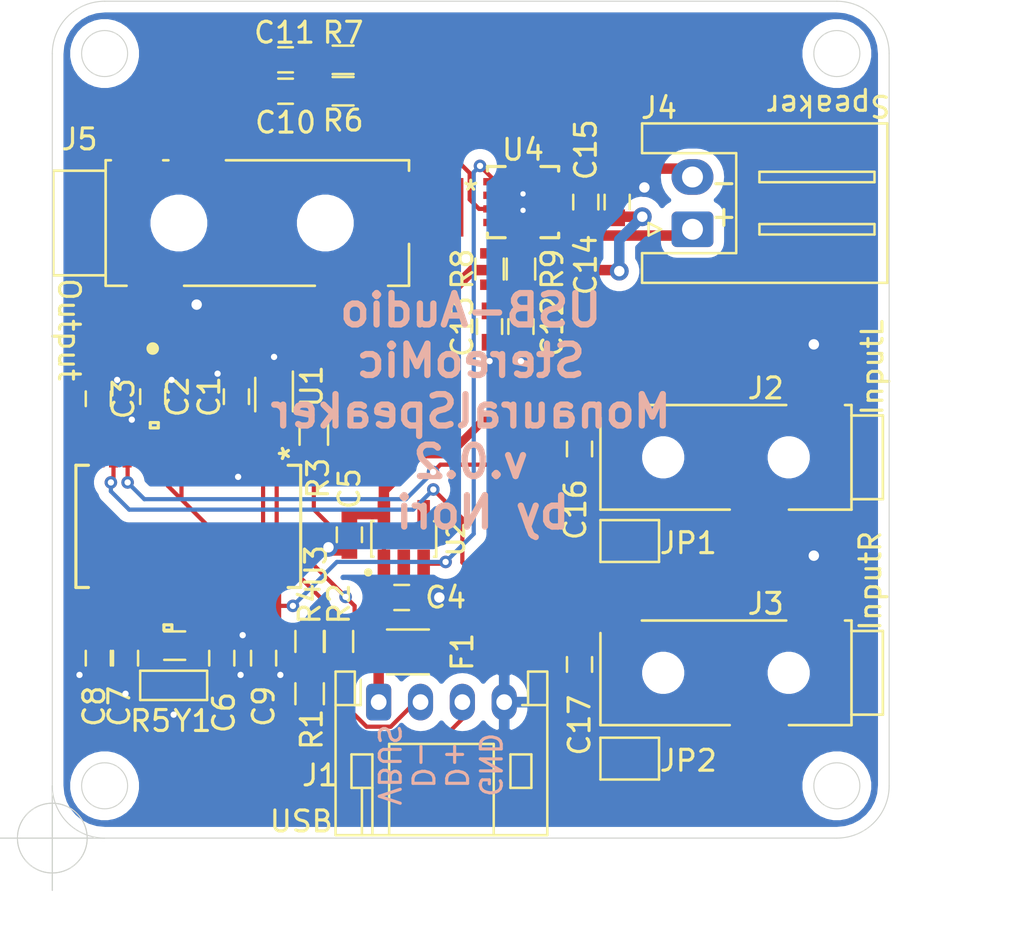
<source format=kicad_pcb>
(kicad_pcb (version 20171130) (host pcbnew "(5.1.8)-1")

  (general
    (thickness 1.6)
    (drawings 24)
    (tracks 260)
    (zones 0)
    (modules 39)
    (nets 43)
  )

  (page A4)
  (layers
    (0 F.Cu signal)
    (31 B.Cu signal)
    (32 B.Adhes user)
    (33 F.Adhes user)
    (34 B.Paste user)
    (35 F.Paste user)
    (36 B.SilkS user)
    (37 F.SilkS user)
    (38 B.Mask user)
    (39 F.Mask user)
    (40 Dwgs.User user)
    (41 Cmts.User user)
    (42 Eco1.User user)
    (43 Eco2.User user)
    (44 Edge.Cuts user)
    (45 Margin user)
    (46 B.CrtYd user)
    (47 F.CrtYd user)
    (48 B.Fab user)
    (49 F.Fab user hide)
  )

  (setup
    (last_trace_width 0.2)
    (user_trace_width 0.1524)
    (user_trace_width 0.2)
    (user_trace_width 0.4)
    (user_trace_width 0.5)
    (user_trace_width 1)
    (user_trace_width 1.2)
    (user_trace_width 2)
    (user_trace_width 3)
    (trace_clearance 0.2)
    (zone_clearance 0.508)
    (zone_45_only no)
    (trace_min 0.1524)
    (via_size 0.6)
    (via_drill 0.3)
    (via_min_size 0.4)
    (via_min_drill 0.2)
    (user_via 0.9 0.5)
    (user_via 1.2 0.8)
    (user_via 1.4 0.9)
    (user_via 1.5 1)
    (uvia_size 0.3)
    (uvia_drill 0.1)
    (uvias_allowed no)
    (uvia_min_size 0.2)
    (uvia_min_drill 0.1)
    (edge_width 0.05)
    (segment_width 0.2)
    (pcb_text_width 0.3)
    (pcb_text_size 1.5 1.5)
    (mod_edge_width 0.12)
    (mod_text_size 1 1)
    (mod_text_width 0.15)
    (pad_size 1.524 1.524)
    (pad_drill 0.762)
    (pad_to_mask_clearance 0)
    (aux_axis_origin 100 135)
    (grid_origin 100 135)
    (visible_elements 7FFFFFFF)
    (pcbplotparams
      (layerselection 0x010f0_ffffffff)
      (usegerberextensions true)
      (usegerberattributes false)
      (usegerberadvancedattributes true)
      (creategerberjobfile false)
      (excludeedgelayer true)
      (linewidth 0.152400)
      (plotframeref false)
      (viasonmask false)
      (mode 1)
      (useauxorigin false)
      (hpglpennumber 1)
      (hpglpenspeed 20)
      (hpglpendiameter 15.000000)
      (psnegative false)
      (psa4output false)
      (plotreference true)
      (plotvalue true)
      (plotinvisibletext false)
      (padsonsilk false)
      (subtractmaskfromsilk false)
      (outputformat 1)
      (mirror false)
      (drillshape 0)
      (scaleselection 1)
      (outputdirectory "gerber/"))
  )

  (net 0 "")
  (net 1 GND)
  (net 2 "Net-(C1-Pad1)")
  (net 3 "Net-(C2-Pad2)")
  (net 4 "Net-(C3-Pad2)")
  (net 5 VBUS)
  (net 6 +3V3)
  (net 7 "Net-(C6-Pad1)")
  (net 8 "Net-(C7-Pad1)")
  (net 9 "Net-(C8-Pad1)")
  (net 10 "Net-(C9-Pad1)")
  (net 11 "Net-(C10-Pad1)")
  (net 12 "Net-(C10-Pad2)")
  (net 13 "Net-(C11-Pad2)")
  (net 14 "Net-(C11-Pad1)")
  (net 15 "Net-(C12-Pad2)")
  (net 16 "Net-(C16-Pad2)")
  (net 17 "Net-(C16-Pad1)")
  (net 18 "Net-(C17-Pad1)")
  (net 19 "Net-(C17-Pad2)")
  (net 20 "Net-(F1-Pad2)")
  (net 21 "Net-(J1-Pad3)")
  (net 22 "Net-(J1-Pad2)")
  (net 23 "Net-(J4-Pad1)")
  (net 24 "Net-(J4-Pad2)")
  (net 25 "Net-(R1-Pad1)")
  (net 26 "Net-(R2-Pad1)")
  (net 27 "Net-(R5-Pad1)")
  (net 28 "Net-(R5-Pad2)")
  (net 29 "Net-(R6-Pad1)")
  (net 30 "Net-(R8-Pad2)")
  (net 31 "Net-(U1-Pad3)")
  (net 32 EN)
  (net 33 "Net-(U2-Pad4)")
  (net 34 "Net-(U3-Pad5)")
  (net 35 "Net-(U3-Pad6)")
  (net 36 "Net-(U3-Pad7)")
  (net 37 "Net-(U3-Pad24)")
  (net 38 "Net-(U3-Pad25)")
  (net 39 "Net-(U4-Pad2)")
  (net 40 "Net-(J5-PadS)")
  (net 41 "Net-(J5-PadT)")
  (net 42 "Net-(U1-Pad1)")

  (net_class Default "This is the default net class."
    (clearance 0.2)
    (trace_width 0.2)
    (via_dia 0.6)
    (via_drill 0.3)
    (uvia_dia 0.3)
    (uvia_drill 0.1)
    (add_net +3V3)
    (add_net EN)
    (add_net GND)
    (add_net "Net-(C1-Pad1)")
    (add_net "Net-(C10-Pad1)")
    (add_net "Net-(C10-Pad2)")
    (add_net "Net-(C11-Pad1)")
    (add_net "Net-(C11-Pad2)")
    (add_net "Net-(C12-Pad2)")
    (add_net "Net-(C16-Pad1)")
    (add_net "Net-(C16-Pad2)")
    (add_net "Net-(C17-Pad1)")
    (add_net "Net-(C17-Pad2)")
    (add_net "Net-(C2-Pad2)")
    (add_net "Net-(C3-Pad2)")
    (add_net "Net-(C6-Pad1)")
    (add_net "Net-(C7-Pad1)")
    (add_net "Net-(C8-Pad1)")
    (add_net "Net-(C9-Pad1)")
    (add_net "Net-(F1-Pad2)")
    (add_net "Net-(J1-Pad2)")
    (add_net "Net-(J1-Pad3)")
    (add_net "Net-(J4-Pad1)")
    (add_net "Net-(J4-Pad2)")
    (add_net "Net-(J5-PadS)")
    (add_net "Net-(J5-PadT)")
    (add_net "Net-(R1-Pad1)")
    (add_net "Net-(R2-Pad1)")
    (add_net "Net-(R5-Pad1)")
    (add_net "Net-(R5-Pad2)")
    (add_net "Net-(R6-Pad1)")
    (add_net "Net-(R8-Pad2)")
    (add_net "Net-(U1-Pad1)")
    (add_net "Net-(U1-Pad3)")
    (add_net "Net-(U2-Pad4)")
    (add_net "Net-(U3-Pad24)")
    (add_net "Net-(U3-Pad25)")
    (add_net "Net-(U3-Pad5)")
    (add_net "Net-(U3-Pad6)")
    (add_net "Net-(U3-Pad7)")
    (add_net "Net-(U4-Pad2)")
    (add_net VBUS)
  )

  (module Resistors_SMD:R_1206 (layer F.Cu) (tedit 58E0A804) (tstamp 6002BF58)
    (at 117 126.1 180)
    (descr "Resistor SMD 1206, reflow soldering, Vishay (see dcrcw.pdf)")
    (tags "resistor 1206")
    (path /601BFAC6)
    (attr smd)
    (fp_text reference F1 (at -2.6 0 90) (layer F.SilkS)
      (effects (font (size 1 1) (thickness 0.15)))
    )
    (fp_text value 0ZCJ0050FF2G (at 0 1.95) (layer F.Fab)
      (effects (font (size 1 1) (thickness 0.15)))
    )
    (fp_line (start 2.15 1.1) (end -2.15 1.1) (layer F.CrtYd) (width 0.05))
    (fp_line (start 2.15 1.1) (end 2.15 -1.11) (layer F.CrtYd) (width 0.05))
    (fp_line (start -2.15 -1.11) (end -2.15 1.1) (layer F.CrtYd) (width 0.05))
    (fp_line (start -2.15 -1.11) (end 2.15 -1.11) (layer F.CrtYd) (width 0.05))
    (fp_line (start -1 -1.07) (end 1 -1.07) (layer F.SilkS) (width 0.12))
    (fp_line (start 1 1.07) (end -1 1.07) (layer F.SilkS) (width 0.12))
    (fp_line (start -1.6 -0.8) (end 1.6 -0.8) (layer F.Fab) (width 0.1))
    (fp_line (start 1.6 -0.8) (end 1.6 0.8) (layer F.Fab) (width 0.1))
    (fp_line (start 1.6 0.8) (end -1.6 0.8) (layer F.Fab) (width 0.1))
    (fp_line (start -1.6 0.8) (end -1.6 -0.8) (layer F.Fab) (width 0.1))
    (fp_text user %R (at 0 0) (layer F.Fab)
      (effects (font (size 0.7 0.7) (thickness 0.105)))
    )
    (pad 1 smd rect (at -1.45 0 180) (size 0.9 1.7) (layers F.Cu F.Paste F.Mask)
      (net 5 VBUS))
    (pad 2 smd rect (at 1.45 0 180) (size 0.9 1.7) (layers F.Cu F.Paste F.Mask)
      (net 20 "Net-(F1-Pad2)"))
    (model ${KISYS3DMOD}/Resistors_SMD.3dshapes/R_1206.wrl
      (at (xyz 0 0 0))
      (scale (xyz 1 1 1))
      (rotate (xyz 0 0 0))
    )
  )

  (module AP7365-33WG-7:SOT-753 (layer F.Cu) (tedit 60681D52) (tstamp 6002C3A9)
    (at 116.8 120.7 90)
    (path /5FFC789E)
    (fp_text reference U2 (at 0 2.5 90) (layer F.SilkS)
      (effects (font (size 0.80263 0.80263) (thickness 0.15)))
    )
    (fp_text value AP7365-33WG-7 (at 0.6 2.6 90) (layer F.Fab)
      (effects (font (size 0.801496 0.801496) (thickness 0.15)))
    )
    (fp_circle (center -0.469 -0.95) (end -0.369 -0.95) (layer F.Fab) (width 0.2))
    (fp_circle (center -1.6 -1.7) (end -1.5 -1.7) (layer F.SilkS) (width 0.2))
    (fp_line (start 1.1 -1.5) (end 1.1 -1.8) (layer F.CrtYd) (width 0.05))
    (fp_line (start 2.11 -1.5) (end 1.1 -1.5) (layer F.CrtYd) (width 0.05))
    (fp_line (start 2.11 1.5) (end 2.11 -1.5) (layer F.CrtYd) (width 0.05))
    (fp_line (start 1.1 1.5) (end 2.11 1.5) (layer F.CrtYd) (width 0.05))
    (fp_line (start 1.1 1.8) (end 1.1 1.5) (layer F.CrtYd) (width 0.05))
    (fp_line (start -1.1 1.8) (end 1.1 1.8) (layer F.CrtYd) (width 0.05))
    (fp_line (start -1.1 1.5) (end -1.1 1.8) (layer F.CrtYd) (width 0.05))
    (fp_line (start -2.11 1.5) (end -1.1 1.5) (layer F.CrtYd) (width 0.05))
    (fp_line (start -2.11 -1.5) (end -2.11 1.5) (layer F.CrtYd) (width 0.05))
    (fp_line (start -1.1 -1.5) (end -2.11 -1.5) (layer F.CrtYd) (width 0.05))
    (fp_line (start -1.1 -1.8) (end -1.1 -1.5) (layer F.CrtYd) (width 0.05))
    (fp_line (start 1.1 -1.8) (end -1.1 -1.8) (layer F.CrtYd) (width 0.05))
    (fp_line (start -0.85 -1.55) (end -0.85 -1.45) (layer F.SilkS) (width 0.127))
    (fp_line (start 0.85 -1.55) (end 0.85 -1.45) (layer F.SilkS) (width 0.127))
    (fp_line (start 0.85 1.55) (end 0.85 1.45) (layer F.SilkS) (width 0.127))
    (fp_line (start -0.85 1.55) (end -0.85 1.45) (layer F.SilkS) (width 0.127))
    (fp_line (start 0.85 1.55) (end -0.85 1.55) (layer F.SilkS) (width 0.127))
    (fp_line (start 0.85 -1.55) (end -0.85 -1.55) (layer F.SilkS) (width 0.127))
    (fp_line (start -0.85 1.55) (end -0.85 -1.55) (layer F.Fab) (width 0.127))
    (fp_line (start 0.85 1.55) (end -0.85 1.55) (layer F.Fab) (width 0.127))
    (fp_line (start 0.85 -1.55) (end 0.85 1.55) (layer F.Fab) (width 0.127))
    (fp_line (start -0.85 -1.55) (end 0.85 -1.55) (layer F.Fab) (width 0.127))
    (pad 1 smd rect (at -1.185 -0.95 90) (size 1.35 0.6) (layers F.Cu F.Paste F.Mask)
      (net 5 VBUS))
    (pad 2 smd rect (at -1.185 0 90) (size 1.35 0.6) (layers F.Cu F.Paste F.Mask)
      (net 1 GND))
    (pad 3 smd rect (at -1.185 0.95 90) (size 1.35 0.6) (layers F.Cu F.Paste F.Mask)
      (net 32 EN))
    (pad 4 smd rect (at 1.185 0.95 90) (size 1.35 0.6) (layers F.Cu F.Paste F.Mask)
      (net 33 "Net-(U2-Pad4)"))
    (pad 5 smd rect (at 1.185 -0.95 90) (size 1.35 0.6) (layers F.Cu F.Paste F.Mask)
      (net 6 +3V3))
  )

  (module TO_SOT_Packages_SMD:SOT-666 (layer F.Cu) (tedit 58CE4E7F) (tstamp 6002C9E5)
    (at 110.6 113.8 270)
    (descr SOT666)
    (tags SOT-666)
    (path /601D86F7)
    (attr smd)
    (fp_text reference U1 (at -0.4 -1.8 90) (layer F.SilkS)
      (effects (font (size 1 1) (thickness 0.15)))
    )
    (fp_text value USBLC6-2P6 (at 0 1.75 270) (layer F.Fab)
      (effects (font (size 1 1) (thickness 0.15)))
    )
    (fp_line (start 1.5 1.1) (end 1.5 -1.1) (layer F.CrtYd) (width 0.05))
    (fp_line (start -1.5 -1.1) (end -1.5 1.1) (layer F.CrtYd) (width 0.05))
    (fp_line (start 0.65 0.85) (end -0.65 0.85) (layer F.Fab) (width 0.1))
    (fp_line (start 0.65 -0.85) (end 0.65 0.85) (layer F.Fab) (width 0.1))
    (fp_line (start -1.5 1.1) (end 1.5 1.1) (layer F.CrtYd) (width 0.05))
    (fp_line (start -0.65 -0.53) (end -0.65 0.85) (layer F.Fab) (width 0.1))
    (fp_line (start 0.65 -0.85) (end -0.33 -0.85) (layer F.Fab) (width 0.1))
    (fp_line (start -1.5 -1.1) (end 1.5 -1.1) (layer F.CrtYd) (width 0.05))
    (fp_line (start -0.8 0.9) (end 0.8 0.9) (layer F.SilkS) (width 0.12))
    (fp_line (start 0.8 -0.9) (end -1.1 -0.9) (layer F.SilkS) (width 0.12))
    (fp_line (start -0.65 -0.53) (end -0.33 -0.85) (layer F.Fab) (width 0.1))
    (fp_text user %R (at 0 0) (layer F.Fab)
      (effects (font (size 0.5 0.5) (thickness 0.075)))
    )
    (pad 1 smd rect (at -0.85 -0.5375 270) (size 0.5 0.375) (layers F.Cu F.Paste F.Mask)
      (net 42 "Net-(U1-Pad1)"))
    (pad 3 smd rect (at -0.85 0.5375 270) (size 0.5 0.375) (layers F.Cu F.Paste F.Mask)
      (net 31 "Net-(U1-Pad3)"))
    (pad 5 smd rect (at 0.925 0 270) (size 0.65 0.3) (layers F.Cu F.Paste F.Mask)
      (net 2 "Net-(C1-Pad1)"))
    (pad 2 smd rect (at -0.925 0 270) (size 0.65 0.3) (layers F.Cu F.Paste F.Mask)
      (net 1 GND))
    (pad 4 smd rect (at 0.85 0.5375 270) (size 0.5 0.375) (layers F.Cu F.Paste F.Mask)
      (net 26 "Net-(R2-Pad1)"))
    (pad 6 smd rect (at 0.85 -0.5375 270) (size 0.5 0.375) (layers F.Cu F.Paste F.Mask)
      (net 25 "Net-(R1-Pad1)"))
    (model ${KISYS3DMOD}/TO_SOT_Packages_SMD.3dshapes/SOT-666.wrl
      (at (xyz 0 0 0))
      (scale (xyz 1 1 1))
      (rotate (xyz 0 0 0))
    )
  )

  (module Connectors_JST:JST_XH_S2B-XH-A_1x02_P2.50mm_Horizontal (layer F.Cu) (tedit 5C281475) (tstamp 6002BFD0)
    (at 130.6 105.9 90)
    (descr "JST XH series connector, S2B-XH-A (http://www.jst-mfg.com/product/pdf/eng/eXH.pdf), generated with kicad-footprint-generator")
    (tags "connector JST XH horizontal")
    (path /60033838)
    (fp_text reference J4 (at 5.8 -1.6 180) (layer F.SilkS)
      (effects (font (size 1 1) (thickness 0.15)))
    )
    (fp_text value S2B-XH-A (at 1.25 10.4 90) (layer F.Fab)
      (effects (font (size 1 1) (thickness 0.15)))
    )
    (fp_line (start -2.95 -2.8) (end -2.95 9.7) (layer F.CrtYd) (width 0.05))
    (fp_line (start -2.95 9.7) (end 5.45 9.7) (layer F.CrtYd) (width 0.05))
    (fp_line (start 5.45 9.7) (end 5.45 -2.8) (layer F.CrtYd) (width 0.05))
    (fp_line (start 5.45 -2.8) (end -2.95 -2.8) (layer F.CrtYd) (width 0.05))
    (fp_line (start 1.25 9.31) (end -2.56 9.31) (layer F.SilkS) (width 0.12))
    (fp_line (start -2.56 9.31) (end -2.56 -2.41) (layer F.SilkS) (width 0.12))
    (fp_line (start -2.56 -2.41) (end -1.14 -2.41) (layer F.SilkS) (width 0.12))
    (fp_line (start -1.14 -2.41) (end -1.14 2.09) (layer F.SilkS) (width 0.12))
    (fp_line (start -1.14 2.09) (end 1.25 2.09) (layer F.SilkS) (width 0.12))
    (fp_line (start 1.25 9.31) (end 5.06 9.31) (layer F.SilkS) (width 0.12))
    (fp_line (start 5.06 9.31) (end 5.06 -2.41) (layer F.SilkS) (width 0.12))
    (fp_line (start 5.06 -2.41) (end 3.64 -2.41) (layer F.SilkS) (width 0.12))
    (fp_line (start 3.64 -2.41) (end 3.64 2.09) (layer F.SilkS) (width 0.12))
    (fp_line (start 3.64 2.09) (end 1.25 2.09) (layer F.SilkS) (width 0.12))
    (fp_line (start 1.25 9.2) (end -2.45 9.2) (layer F.Fab) (width 0.1))
    (fp_line (start -2.45 9.2) (end -2.45 -2.3) (layer F.Fab) (width 0.1))
    (fp_line (start -2.45 -2.3) (end -1.25 -2.3) (layer F.Fab) (width 0.1))
    (fp_line (start -1.25 -2.3) (end -1.25 2.2) (layer F.Fab) (width 0.1))
    (fp_line (start -1.25 2.2) (end 1.25 2.2) (layer F.Fab) (width 0.1))
    (fp_line (start 1.25 9.2) (end 4.95 9.2) (layer F.Fab) (width 0.1))
    (fp_line (start 4.95 9.2) (end 4.95 -2.3) (layer F.Fab) (width 0.1))
    (fp_line (start 4.95 -2.3) (end 3.75 -2.3) (layer F.Fab) (width 0.1))
    (fp_line (start 3.75 -2.3) (end 3.75 2.2) (layer F.Fab) (width 0.1))
    (fp_line (start 3.75 2.2) (end 1.25 2.2) (layer F.Fab) (width 0.1))
    (fp_line (start -0.25 3.2) (end -0.25 8.7) (layer F.SilkS) (width 0.12))
    (fp_line (start -0.25 8.7) (end 0.25 8.7) (layer F.SilkS) (width 0.12))
    (fp_line (start 0.25 8.7) (end 0.25 3.2) (layer F.SilkS) (width 0.12))
    (fp_line (start 0.25 3.2) (end -0.25 3.2) (layer F.SilkS) (width 0.12))
    (fp_line (start 2.25 3.2) (end 2.25 8.7) (layer F.SilkS) (width 0.12))
    (fp_line (start 2.25 8.7) (end 2.75 8.7) (layer F.SilkS) (width 0.12))
    (fp_line (start 2.75 8.7) (end 2.75 3.2) (layer F.SilkS) (width 0.12))
    (fp_line (start 2.75 3.2) (end 2.25 3.2) (layer F.SilkS) (width 0.12))
    (fp_line (start 0 -1.5) (end -0.3 -2.1) (layer F.SilkS) (width 0.12))
    (fp_line (start -0.3 -2.1) (end 0.3 -2.1) (layer F.SilkS) (width 0.12))
    (fp_line (start 0.3 -2.1) (end 0 -1.5) (layer F.SilkS) (width 0.12))
    (fp_line (start -0.625 2.2) (end 0 1.2) (layer F.Fab) (width 0.1))
    (fp_line (start 0 1.2) (end 0.625 2.2) (layer F.Fab) (width 0.1))
    (fp_text user %R (at 1.25 3.45 90) (layer F.Fab)
      (effects (font (size 1 1) (thickness 0.15)))
    )
    (pad 2 thru_hole oval (at 2.5 0 90) (size 1.7 2) (drill 1) (layers *.Cu *.Mask)
      (net 24 "Net-(J4-Pad2)"))
    (pad 1 thru_hole roundrect (at 0 0 90) (size 1.7 2) (drill 1) (layers *.Cu *.Mask) (roundrect_rratio 0.1470588235294118)
      (net 23 "Net-(J4-Pad1)"))
    (model ${KISYS3DMOD}/Connector_JST.3dshapes/JST_XH_S2B-XH-A_1x02_P2.50mm_Horizontal.wrl
      (at (xyz 0 0 0))
      (scale (xyz 1 1 1))
      (rotate (xyz 0 0 0))
    )
  )

  (module Connectors_JST:JST_PH_S4B-PH-K_1x04_P2.00mm_Horizontal (layer F.Cu) (tedit 5B7745C6) (tstamp 60040165)
    (at 115.6 128.5)
    (descr "JST PH series connector, S4B-PH-K (http://www.jst-mfg.com/product/pdf/eng/ePH.pdf), generated with kicad-footprint-generator")
    (tags "connector JST PH top entry")
    (path /60212317)
    (fp_text reference J1 (at -2.8 3.5) (layer F.SilkS)
      (effects (font (size 1 1) (thickness 0.15)))
    )
    (fp_text value S4B-PH (at 3 7.45) (layer F.Fab)
      (effects (font (size 1 1) (thickness 0.15)))
    )
    (fp_line (start 0.5 1.375) (end 0 0.875) (layer F.Fab) (width 0.1))
    (fp_line (start -0.5 1.375) (end 0.5 1.375) (layer F.Fab) (width 0.1))
    (fp_line (start 0 0.875) (end -0.5 1.375) (layer F.Fab) (width 0.1))
    (fp_line (start -0.86 0.14) (end -0.86 -1.075) (layer F.SilkS) (width 0.12))
    (fp_line (start 7.25 0.25) (end -1.25 0.25) (layer F.Fab) (width 0.1))
    (fp_line (start 7.25 -1.35) (end 7.25 0.25) (layer F.Fab) (width 0.1))
    (fp_line (start 7.95 -1.35) (end 7.25 -1.35) (layer F.Fab) (width 0.1))
    (fp_line (start 7.95 6.25) (end 7.95 -1.35) (layer F.Fab) (width 0.1))
    (fp_line (start -1.95 6.25) (end 7.95 6.25) (layer F.Fab) (width 0.1))
    (fp_line (start -1.95 -1.35) (end -1.95 6.25) (layer F.Fab) (width 0.1))
    (fp_line (start -1.25 -1.35) (end -1.95 -1.35) (layer F.Fab) (width 0.1))
    (fp_line (start -1.25 0.25) (end -1.25 -1.35) (layer F.Fab) (width 0.1))
    (fp_line (start 8.45 -1.85) (end -2.45 -1.85) (layer F.CrtYd) (width 0.05))
    (fp_line (start 8.45 6.75) (end 8.45 -1.85) (layer F.CrtYd) (width 0.05))
    (fp_line (start -2.45 6.75) (end 8.45 6.75) (layer F.CrtYd) (width 0.05))
    (fp_line (start -2.45 -1.85) (end -2.45 6.75) (layer F.CrtYd) (width 0.05))
    (fp_line (start -0.8 4.1) (end -0.8 6.36) (layer F.SilkS) (width 0.12))
    (fp_line (start -0.3 4.1) (end -0.3 6.36) (layer F.SilkS) (width 0.12))
    (fp_line (start 6.3 2.5) (end 7.3 2.5) (layer F.SilkS) (width 0.12))
    (fp_line (start 6.3 4.1) (end 6.3 2.5) (layer F.SilkS) (width 0.12))
    (fp_line (start 7.3 4.1) (end 6.3 4.1) (layer F.SilkS) (width 0.12))
    (fp_line (start 7.3 2.5) (end 7.3 4.1) (layer F.SilkS) (width 0.12))
    (fp_line (start -0.3 2.5) (end -1.3 2.5) (layer F.SilkS) (width 0.12))
    (fp_line (start -0.3 4.1) (end -0.3 2.5) (layer F.SilkS) (width 0.12))
    (fp_line (start -1.3 4.1) (end -0.3 4.1) (layer F.SilkS) (width 0.12))
    (fp_line (start -1.3 2.5) (end -1.3 4.1) (layer F.SilkS) (width 0.12))
    (fp_line (start 8.06 0.14) (end 7.14 0.14) (layer F.SilkS) (width 0.12))
    (fp_line (start -2.06 0.14) (end -1.14 0.14) (layer F.SilkS) (width 0.12))
    (fp_line (start 5.5 2) (end 5.5 6.36) (layer F.SilkS) (width 0.12))
    (fp_line (start 0.5 2) (end 5.5 2) (layer F.SilkS) (width 0.12))
    (fp_line (start 0.5 6.36) (end 0.5 2) (layer F.SilkS) (width 0.12))
    (fp_line (start 7.14 0.14) (end 6.86 0.14) (layer F.SilkS) (width 0.12))
    (fp_line (start 7.14 -1.46) (end 7.14 0.14) (layer F.SilkS) (width 0.12))
    (fp_line (start 8.06 -1.46) (end 7.14 -1.46) (layer F.SilkS) (width 0.12))
    (fp_line (start 8.06 6.36) (end 8.06 -1.46) (layer F.SilkS) (width 0.12))
    (fp_line (start -2.06 6.36) (end 8.06 6.36) (layer F.SilkS) (width 0.12))
    (fp_line (start -2.06 -1.46) (end -2.06 6.36) (layer F.SilkS) (width 0.12))
    (fp_line (start -1.14 -1.46) (end -2.06 -1.46) (layer F.SilkS) (width 0.12))
    (fp_line (start -1.14 0.14) (end -1.14 -1.46) (layer F.SilkS) (width 0.12))
    (fp_line (start -0.86 0.14) (end -1.14 0.14) (layer F.SilkS) (width 0.12))
    (fp_text user %R (at 3 2.5) (layer F.Fab)
      (effects (font (size 1 1) (thickness 0.15)))
    )
    (pad 4 thru_hole oval (at 6 0) (size 1.2 1.75) (drill 0.75) (layers *.Cu *.Mask)
      (net 1 GND))
    (pad 3 thru_hole oval (at 4 0) (size 1.2 1.75) (drill 0.75) (layers *.Cu *.Mask)
      (net 21 "Net-(J1-Pad3)"))
    (pad 2 thru_hole oval (at 2 0) (size 1.2 1.75) (drill 0.75) (layers *.Cu *.Mask)
      (net 22 "Net-(J1-Pad2)"))
    (pad 1 thru_hole roundrect (at 0 0) (size 1.2 1.75) (drill 0.75) (layers *.Cu *.Mask) (roundrect_rratio 0.2083325)
      (net 20 "Net-(F1-Pad2)"))
    (model ${KISYS3DMOD}/Connector_JST.3dshapes/JST_PH_S4B-PH-K_1x04_P2.00mm_Horizontal.wrl
      (at (xyz 0 0 0))
      (scale (xyz 1 1 1))
      (rotate (xyz 0 0 0))
    )
  )

  (module SJ-2523-SMT-TR:CUI_SJ-2523-SMT-TR (layer F.Cu) (tedit 6003FECD) (tstamp 600401C7)
    (at 138.2 127.1 180)
    (path /601D745E)
    (fp_text reference J3 (at 4.1 3.3) (layer F.SilkS)
      (effects (font (size 1.001827 1.001827) (thickness 0.15)))
    )
    (fp_text value SJ-2523-SMT-TR (at 13.1133 5.94841) (layer F.Fab)
      (effects (font (size 1.001244 1.001244) (thickness 0.15)))
    )
    (fp_line (start 12.85 1.85) (end 12.85 5) (layer F.CrtYd) (width 0.05))
    (fp_line (start 12.25 1.85) (end 12.85 1.85) (layer F.CrtYd) (width 0.05))
    (fp_line (start 12.25 -2.75) (end 12.25 1.85) (layer F.CrtYd) (width 0.05))
    (fp_line (start 0 2.5) (end 0.31 2.5) (layer F.SilkS) (width 0.127))
    (fp_line (start 10.02 2.5) (end 3.12 2.5) (layer F.SilkS) (width 0.127))
    (fp_line (start 12 -2.5) (end 12 1.9) (layer F.SilkS) (width 0.127))
    (fp_line (start 5.82 -2.5) (end 12 -2.5) (layer F.SilkS) (width 0.127))
    (fp_line (start 0 -2.5) (end 2.99 -2.5) (layer F.SilkS) (width 0.127))
    (fp_line (start -0.25 2.75) (end -0.25 2.25) (layer F.CrtYd) (width 0.05))
    (fp_line (start 0.25 2.75) (end -0.25 2.75) (layer F.CrtYd) (width 0.05))
    (fp_line (start 0.25 5) (end 0.25 2.75) (layer F.CrtYd) (width 0.05))
    (fp_line (start 3.15 5) (end 0.25 5) (layer F.CrtYd) (width 0.05))
    (fp_line (start 3.15 2.75) (end 3.15 5) (layer F.CrtYd) (width 0.05))
    (fp_line (start -0.25 -2.25) (end -1.75 -2.25) (layer F.CrtYd) (width 0.05))
    (fp_line (start -0.25 -2.75) (end -0.25 -2.25) (layer F.CrtYd) (width 0.05))
    (fp_line (start 0 2) (end 0 2.5) (layer F.SilkS) (width 0.127))
    (fp_line (start 0 -2) (end 0 2) (layer F.SilkS) (width 0.127))
    (fp_line (start 0 -2.5) (end 0 -2) (layer F.SilkS) (width 0.127))
    (fp_line (start 5.85 -2.75) (end 12.25 -2.75) (layer F.CrtYd) (width 0.05))
    (fp_line (start 5.85 -5) (end 5.85 -2.75) (layer F.CrtYd) (width 0.05))
    (fp_line (start 2.95 -5) (end 5.85 -5) (layer F.CrtYd) (width 0.05))
    (fp_line (start 2.95 -2.75) (end 2.95 -5) (layer F.CrtYd) (width 0.05))
    (fp_line (start -0.25 -2.75) (end 2.95 -2.75) (layer F.CrtYd) (width 0.05))
    (fp_line (start -1.75 2.25) (end -1.75 -2.25) (layer F.CrtYd) (width 0.05))
    (fp_line (start -0.25 2.25) (end -1.75 2.25) (layer F.CrtYd) (width 0.05))
    (fp_line (start 9.95 2.75) (end 3.15 2.75) (layer F.CrtYd) (width 0.05))
    (fp_line (start 9.95 5) (end 9.95 2.75) (layer F.CrtYd) (width 0.05))
    (fp_line (start 12.85 5) (end 9.95 5) (layer F.CrtYd) (width 0.05))
    (fp_line (start -1.5 2) (end 0 2) (layer F.SilkS) (width 0.127))
    (fp_line (start -1.5 -2) (end -1.5 2) (layer F.SilkS) (width 0.127))
    (fp_line (start 0 -2) (end -1.5 -2) (layer F.SilkS) (width 0.127))
    (fp_line (start -1.5 2) (end 0 2) (layer F.Fab) (width 0.127))
    (fp_line (start -1.5 -2) (end -1.5 2) (layer F.Fab) (width 0.127))
    (fp_line (start 0 -2) (end -1.5 -2) (layer F.Fab) (width 0.127))
    (fp_line (start 12 -2.5) (end 0 -2.5) (layer F.Fab) (width 0.127))
    (fp_line (start 12 2.5) (end 12 -2.5) (layer F.Fab) (width 0.127))
    (fp_line (start 0 2.5) (end 12 2.5) (layer F.Fab) (width 0.127))
    (fp_line (start 0 2) (end 0 2.5) (layer F.Fab) (width 0.127))
    (fp_line (start 0 -2) (end 0 2) (layer F.Fab) (width 0.127))
    (fp_line (start 0 -2.5) (end 0 -2) (layer F.Fab) (width 0.127))
    (pad None np_thru_hole circle (at 9 0 180) (size 1 1) (drill 1) (layers *.Cu *.Mask))
    (pad None np_thru_hole circle (at 3 0 180) (size 1 1) (drill 1) (layers *.Cu *.Mask))
    (pad S smd rect (at 4.4 -3.275 180) (size 2.4 2.95) (layers F.Cu F.Paste F.Mask)
      (net 6 +3V3))
    (pad T smd rect (at 11.4 3.425 180) (size 2.4 2.65) (layers F.Cu F.Paste F.Mask)
      (net 19 "Net-(C17-Pad2)"))
    (pad G smd rect (at 1.7 3.275 180) (size 2.4 2.95) (layers F.Cu F.Paste F.Mask)
      (net 1 GND))
    (model ${KIPRJMOD}/SJ-2523-SMT-TR/CUI_DEVICES_SJ-2523-SMT-TR.step
      (offset (xyz 0 0 2.6))
      (scale (xyz 1 1 1))
      (rotate (xyz -90 0 -90))
    )
  )

  (module SJ2-3593D-SMT-TR:CUI_SJ2-3593D-SMT-TR (layer F.Cu) (tedit 6003F69B) (tstamp 600401EE)
    (at 109.8 105.6)
    (path /6004B817)
    (fp_text reference J5 (at -8.5 -4) (layer F.SilkS)
      (effects (font (size 1.000819 1.000819) (thickness 0.15)))
    )
    (fp_text value SJ2-3593D-SMT-TR (at 2.7004 7.13588) (layer F.Fab)
      (effects (font (size 1.000126 1.000126) (thickness 0.15)))
    )
    (fp_line (start -7.25 -3) (end 7.25 -3) (layer F.Fab) (width 0.127))
    (fp_line (start 7.25 -3) (end 7.25 3) (layer F.Fab) (width 0.127))
    (fp_line (start 7.25 3) (end -7.25 3) (layer F.Fab) (width 0.127))
    (fp_line (start -7.25 3) (end -7.25 2.5) (layer F.Fab) (width 0.127))
    (fp_line (start -7.25 2.5) (end -7.25 -2.5) (layer F.Fab) (width 0.127))
    (fp_line (start -7.25 -2.5) (end -7.25 -3) (layer F.Fab) (width 0.127))
    (fp_line (start -10 -5.5) (end 10.25 -5.5) (layer F.CrtYd) (width 0.05))
    (fp_line (start 10.25 -5.5) (end 10.25 5.5) (layer F.CrtYd) (width 0.05))
    (fp_line (start 10.25 5.5) (end -10 5.5) (layer F.CrtYd) (width 0.05))
    (fp_line (start -10 5.5) (end -10 -5.5) (layer F.CrtYd) (width 0.05))
    (fp_circle (center -5 6) (end -4.85 6) (layer F.SilkS) (width 0.3))
    (fp_line (start -7.25 -2.5) (end -9.75 -2.5) (layer F.Fab) (width 0.127))
    (fp_line (start -9.75 -2.5) (end -9.75 2.5) (layer F.Fab) (width 0.127))
    (fp_line (start -9.75 2.5) (end -7.25 2.5) (layer F.Fab) (width 0.127))
    (fp_line (start -7 -3) (end -7.25 -3) (layer F.SilkS) (width 0.127))
    (fp_line (start -7.25 -3) (end -7.25 -2.5) (layer F.SilkS) (width 0.127))
    (fp_line (start -7.25 -2.5) (end -7.25 2.5) (layer F.SilkS) (width 0.127))
    (fp_line (start -7.25 2.5) (end -7.25 3) (layer F.SilkS) (width 0.127))
    (fp_line (start -7.25 3) (end -6.25 3) (layer F.SilkS) (width 0.127))
    (fp_line (start -7.25 -2.5) (end -9.75 -2.5) (layer F.SilkS) (width 0.127))
    (fp_line (start -9.75 -2.5) (end -9.75 2.5) (layer F.SilkS) (width 0.127))
    (fp_line (start -9.75 2.5) (end -7.25 2.5) (layer F.SilkS) (width 0.127))
    (fp_line (start -3.5 3) (end 2.75 3) (layer F.SilkS) (width 0.127))
    (fp_line (start -1.5 -3) (end 7.25 -3) (layer F.SilkS) (width 0.127))
    (fp_line (start 7.25 -3) (end 7.25 -2.5) (layer F.SilkS) (width 0.127))
    (fp_line (start 7.25 1) (end 7.25 3) (layer F.SilkS) (width 0.127))
    (fp_line (start 7.25 3) (end 6.25 3) (layer F.SilkS) (width 0.127))
    (fp_line (start -4.5 -3) (end -4.25 -3) (layer F.SilkS) (width 0.127))
    (pad None np_thru_hole circle (at 3.25 0) (size 1.7 1.7) (drill 1.7) (layers *.Cu *.Mask))
    (pad None np_thru_hole circle (at -3.75 0) (size 1.7 1.7) (drill 1.7) (layers *.Cu *.Mask))
    (pad TN smd rect (at 8.55 -0.75) (size 2.6 2.8) (layers F.Cu F.Paste F.Mask)
      (net 12 "Net-(C10-Pad2)"))
    (pad T smd rect (at 4.55 3.7) (size 2.8 2.8) (layers F.Cu F.Paste F.Mask)
      (net 41 "Net-(J5-PadT)"))
    (pad G smd rect (at -4.85 3.7) (size 2.2 2.8) (layers F.Cu F.Paste F.Mask)
      (net 1 GND))
    (pad S smd rect (at -2.95 -3.7) (size 2.2 2.8) (layers F.Cu F.Paste F.Mask)
      (net 40 "Net-(J5-PadS)"))
    (pad SN smd rect (at -5.75 -3.7) (size 2 2.8) (layers F.Cu F.Paste F.Mask)
      (net 14 "Net-(C11-Pad1)"))
    (model ${KIPRJMOD}/SJ2-3593D-SMT-TR/SJ2-3593D-SMT-TR.step
      (offset (xyz -7.25 0 0))
      (scale (xyz 1 1 1))
      (rotate (xyz 0 0 180))
    )
  )

  (module SJ-2523-SMT-TR:CUI_SJ-2523-SMT-TR (layer F.Cu) (tedit 6003FECD) (tstamp 60040196)
    (at 138.2 116.8 180)
    (path /6016D139)
    (fp_text reference J2 (at 4.1 3.3) (layer F.SilkS)
      (effects (font (size 1.001827 1.001827) (thickness 0.15)))
    )
    (fp_text value SJ-2523-SMT-TR (at 13.1133 5.94841) (layer F.Fab)
      (effects (font (size 1.001244 1.001244) (thickness 0.15)))
    )
    (fp_line (start 12.85 1.85) (end 12.85 5) (layer F.CrtYd) (width 0.05))
    (fp_line (start 12.25 1.85) (end 12.85 1.85) (layer F.CrtYd) (width 0.05))
    (fp_line (start 12.25 -2.75) (end 12.25 1.85) (layer F.CrtYd) (width 0.05))
    (fp_line (start 0 2.5) (end 0.31 2.5) (layer F.SilkS) (width 0.127))
    (fp_line (start 10.02 2.5) (end 3.12 2.5) (layer F.SilkS) (width 0.127))
    (fp_line (start 12 -2.5) (end 12 1.9) (layer F.SilkS) (width 0.127))
    (fp_line (start 5.82 -2.5) (end 12 -2.5) (layer F.SilkS) (width 0.127))
    (fp_line (start 0 -2.5) (end 2.99 -2.5) (layer F.SilkS) (width 0.127))
    (fp_line (start -0.25 2.75) (end -0.25 2.25) (layer F.CrtYd) (width 0.05))
    (fp_line (start 0.25 2.75) (end -0.25 2.75) (layer F.CrtYd) (width 0.05))
    (fp_line (start 0.25 5) (end 0.25 2.75) (layer F.CrtYd) (width 0.05))
    (fp_line (start 3.15 5) (end 0.25 5) (layer F.CrtYd) (width 0.05))
    (fp_line (start 3.15 2.75) (end 3.15 5) (layer F.CrtYd) (width 0.05))
    (fp_line (start -0.25 -2.25) (end -1.75 -2.25) (layer F.CrtYd) (width 0.05))
    (fp_line (start -0.25 -2.75) (end -0.25 -2.25) (layer F.CrtYd) (width 0.05))
    (fp_line (start 0 2) (end 0 2.5) (layer F.SilkS) (width 0.127))
    (fp_line (start 0 -2) (end 0 2) (layer F.SilkS) (width 0.127))
    (fp_line (start 0 -2.5) (end 0 -2) (layer F.SilkS) (width 0.127))
    (fp_line (start 5.85 -2.75) (end 12.25 -2.75) (layer F.CrtYd) (width 0.05))
    (fp_line (start 5.85 -5) (end 5.85 -2.75) (layer F.CrtYd) (width 0.05))
    (fp_line (start 2.95 -5) (end 5.85 -5) (layer F.CrtYd) (width 0.05))
    (fp_line (start 2.95 -2.75) (end 2.95 -5) (layer F.CrtYd) (width 0.05))
    (fp_line (start -0.25 -2.75) (end 2.95 -2.75) (layer F.CrtYd) (width 0.05))
    (fp_line (start -1.75 2.25) (end -1.75 -2.25) (layer F.CrtYd) (width 0.05))
    (fp_line (start -0.25 2.25) (end -1.75 2.25) (layer F.CrtYd) (width 0.05))
    (fp_line (start 9.95 2.75) (end 3.15 2.75) (layer F.CrtYd) (width 0.05))
    (fp_line (start 9.95 5) (end 9.95 2.75) (layer F.CrtYd) (width 0.05))
    (fp_line (start 12.85 5) (end 9.95 5) (layer F.CrtYd) (width 0.05))
    (fp_line (start -1.5 2) (end 0 2) (layer F.SilkS) (width 0.127))
    (fp_line (start -1.5 -2) (end -1.5 2) (layer F.SilkS) (width 0.127))
    (fp_line (start 0 -2) (end -1.5 -2) (layer F.SilkS) (width 0.127))
    (fp_line (start -1.5 2) (end 0 2) (layer F.Fab) (width 0.127))
    (fp_line (start -1.5 -2) (end -1.5 2) (layer F.Fab) (width 0.127))
    (fp_line (start 0 -2) (end -1.5 -2) (layer F.Fab) (width 0.127))
    (fp_line (start 12 -2.5) (end 0 -2.5) (layer F.Fab) (width 0.127))
    (fp_line (start 12 2.5) (end 12 -2.5) (layer F.Fab) (width 0.127))
    (fp_line (start 0 2.5) (end 12 2.5) (layer F.Fab) (width 0.127))
    (fp_line (start 0 2) (end 0 2.5) (layer F.Fab) (width 0.127))
    (fp_line (start 0 -2) (end 0 2) (layer F.Fab) (width 0.127))
    (fp_line (start 0 -2.5) (end 0 -2) (layer F.Fab) (width 0.127))
    (pad None np_thru_hole circle (at 9 0 180) (size 1 1) (drill 1) (layers *.Cu *.Mask))
    (pad None np_thru_hole circle (at 3 0 180) (size 1 1) (drill 1) (layers *.Cu *.Mask))
    (pad S smd rect (at 4.4 -3.275 180) (size 2.4 2.95) (layers F.Cu F.Paste F.Mask)
      (net 6 +3V3))
    (pad T smd rect (at 11.4 3.425 180) (size 2.4 2.65) (layers F.Cu F.Paste F.Mask)
      (net 16 "Net-(C16-Pad2)"))
    (pad G smd rect (at 1.7 3.275 180) (size 2.4 2.95) (layers F.Cu F.Paste F.Mask)
      (net 1 GND))
    (model ${KIPRJMOD}/SJ-2523-SMT-TR/CUI_DEVICES_SJ-2523-SMT-TR.step
      (offset (xyz 0 0 2.6))
      (scale (xyz 1 1 1))
      (rotate (xyz -90 0 -90))
    )
  )

  (module PCM2906CDBR:PCM2906CDBR (layer F.Cu) (tedit 6002B577) (tstamp 6002C86E)
    (at 106.5 120.1 270)
    (path /5FFAE73F)
    (fp_text reference U3 (at 1.9 -6.1 90) (layer F.SilkS)
      (effects (font (size 1 1) (thickness 0.15)))
    )
    (fp_text value PCM2906CDBR (at -0.1 -7.6 90) (layer F.Fab)
      (effects (font (size 1 1) (thickness 0.15)))
    )
    (fp_line (start -2.794 -4.0345) (end -2.794 -4.4155) (layer F.Fab) (width 0.1524))
    (fp_line (start -2.794 -4.4155) (end -4.1021 -4.4155) (layer F.Fab) (width 0.1524))
    (fp_line (start -4.1021 -4.4155) (end -4.1021 -4.0345) (layer F.Fab) (width 0.1524))
    (fp_line (start -4.1021 -4.0345) (end -2.794 -4.0345) (layer F.Fab) (width 0.1524))
    (fp_line (start -2.794 -3.3845) (end -2.794 -3.7655) (layer F.Fab) (width 0.1524))
    (fp_line (start -2.794 -3.7655) (end -4.1021 -3.7655) (layer F.Fab) (width 0.1524))
    (fp_line (start -4.1021 -3.7655) (end -4.1021 -3.3845) (layer F.Fab) (width 0.1524))
    (fp_line (start -4.1021 -3.3845) (end -2.794 -3.3845) (layer F.Fab) (width 0.1524))
    (fp_line (start -2.794 -2.7345) (end -2.794 -3.1155) (layer F.Fab) (width 0.1524))
    (fp_line (start -2.794 -3.1155) (end -4.1021 -3.1155) (layer F.Fab) (width 0.1524))
    (fp_line (start -4.1021 -3.1155) (end -4.1021 -2.7345) (layer F.Fab) (width 0.1524))
    (fp_line (start -4.1021 -2.7345) (end -2.794 -2.7345) (layer F.Fab) (width 0.1524))
    (fp_line (start -2.794 -2.0845) (end -2.794 -2.4655) (layer F.Fab) (width 0.1524))
    (fp_line (start -2.794 -2.4655) (end -4.1021 -2.4655) (layer F.Fab) (width 0.1524))
    (fp_line (start -4.1021 -2.4655) (end -4.1021 -2.0845) (layer F.Fab) (width 0.1524))
    (fp_line (start -4.1021 -2.0845) (end -2.794 -2.0845) (layer F.Fab) (width 0.1524))
    (fp_line (start -2.794 -1.434501) (end -2.794 -1.815501) (layer F.Fab) (width 0.1524))
    (fp_line (start -2.794 -1.815501) (end -4.1021 -1.815501) (layer F.Fab) (width 0.1524))
    (fp_line (start -4.1021 -1.815501) (end -4.1021 -1.434501) (layer F.Fab) (width 0.1524))
    (fp_line (start -4.1021 -1.434501) (end -2.794 -1.434501) (layer F.Fab) (width 0.1524))
    (fp_line (start -2.794 -0.784501) (end -2.794 -1.165501) (layer F.Fab) (width 0.1524))
    (fp_line (start -2.794 -1.165501) (end -4.1021 -1.165501) (layer F.Fab) (width 0.1524))
    (fp_line (start -4.1021 -1.165501) (end -4.1021 -0.784501) (layer F.Fab) (width 0.1524))
    (fp_line (start -4.1021 -0.784501) (end -2.794 -0.784501) (layer F.Fab) (width 0.1524))
    (fp_line (start -2.794 -0.134501) (end -2.794 -0.515501) (layer F.Fab) (width 0.1524))
    (fp_line (start -2.794 -0.515501) (end -4.1021 -0.515501) (layer F.Fab) (width 0.1524))
    (fp_line (start -4.1021 -0.515501) (end -4.1021 -0.134501) (layer F.Fab) (width 0.1524))
    (fp_line (start -4.1021 -0.134501) (end -2.794 -0.134501) (layer F.Fab) (width 0.1524))
    (fp_line (start -2.794 0.515499) (end -2.794 0.134499) (layer F.Fab) (width 0.1524))
    (fp_line (start -2.794 0.134499) (end -4.1021 0.134499) (layer F.Fab) (width 0.1524))
    (fp_line (start -4.1021 0.134499) (end -4.1021 0.515499) (layer F.Fab) (width 0.1524))
    (fp_line (start -4.1021 0.515499) (end -2.794 0.515499) (layer F.Fab) (width 0.1524))
    (fp_line (start -2.794 1.165499) (end -2.794 0.784499) (layer F.Fab) (width 0.1524))
    (fp_line (start -2.794 0.784499) (end -4.1021 0.784499) (layer F.Fab) (width 0.1524))
    (fp_line (start -4.1021 0.784499) (end -4.1021 1.165499) (layer F.Fab) (width 0.1524))
    (fp_line (start -4.1021 1.165499) (end -2.794 1.165499) (layer F.Fab) (width 0.1524))
    (fp_line (start -2.794 1.815499) (end -2.794 1.434499) (layer F.Fab) (width 0.1524))
    (fp_line (start -2.794 1.434499) (end -4.1021 1.434499) (layer F.Fab) (width 0.1524))
    (fp_line (start -4.1021 1.434499) (end -4.1021 1.815499) (layer F.Fab) (width 0.1524))
    (fp_line (start -4.1021 1.815499) (end -2.794 1.815499) (layer F.Fab) (width 0.1524))
    (fp_line (start -2.794 2.465499) (end -2.794 2.084499) (layer F.Fab) (width 0.1524))
    (fp_line (start -2.794 2.084499) (end -4.1021 2.084499) (layer F.Fab) (width 0.1524))
    (fp_line (start -4.1021 2.084499) (end -4.1021 2.465499) (layer F.Fab) (width 0.1524))
    (fp_line (start -4.1021 2.465499) (end -2.794 2.465499) (layer F.Fab) (width 0.1524))
    (fp_line (start -2.794 3.115499) (end -2.794 2.734499) (layer F.Fab) (width 0.1524))
    (fp_line (start -2.794 2.734499) (end -4.1021 2.734499) (layer F.Fab) (width 0.1524))
    (fp_line (start -4.1021 2.734499) (end -4.1021 3.115499) (layer F.Fab) (width 0.1524))
    (fp_line (start -4.1021 3.115499) (end -2.794 3.115499) (layer F.Fab) (width 0.1524))
    (fp_line (start -2.794 3.765499) (end -2.794 3.384499) (layer F.Fab) (width 0.1524))
    (fp_line (start -2.794 3.384499) (end -4.1021 3.384499) (layer F.Fab) (width 0.1524))
    (fp_line (start -4.1021 3.384499) (end -4.1021 3.765499) (layer F.Fab) (width 0.1524))
    (fp_line (start -4.1021 3.765499) (end -2.794 3.765499) (layer F.Fab) (width 0.1524))
    (fp_line (start -2.794 4.415499) (end -2.794 4.034499) (layer F.Fab) (width 0.1524))
    (fp_line (start -2.794 4.034499) (end -4.1021 4.034499) (layer F.Fab) (width 0.1524))
    (fp_line (start -4.1021 4.034499) (end -4.1021 4.415499) (layer F.Fab) (width 0.1524))
    (fp_line (start -4.1021 4.415499) (end -2.794 4.415499) (layer F.Fab) (width 0.1524))
    (fp_line (start 2.794 4.0345) (end 2.794 4.4155) (layer F.Fab) (width 0.1524))
    (fp_line (start 2.794 4.4155) (end 4.1021 4.4155) (layer F.Fab) (width 0.1524))
    (fp_line (start 4.1021 4.4155) (end 4.1021 4.0345) (layer F.Fab) (width 0.1524))
    (fp_line (start 4.1021 4.0345) (end 2.794 4.0345) (layer F.Fab) (width 0.1524))
    (fp_line (start 2.794 3.3845) (end 2.794 3.7655) (layer F.Fab) (width 0.1524))
    (fp_line (start 2.794 3.7655) (end 4.1021 3.7655) (layer F.Fab) (width 0.1524))
    (fp_line (start 4.1021 3.7655) (end 4.1021 3.3845) (layer F.Fab) (width 0.1524))
    (fp_line (start 4.1021 3.3845) (end 2.794 3.3845) (layer F.Fab) (width 0.1524))
    (fp_line (start 2.794 2.7345) (end 2.794 3.1155) (layer F.Fab) (width 0.1524))
    (fp_line (start 2.794 3.1155) (end 4.1021 3.1155) (layer F.Fab) (width 0.1524))
    (fp_line (start 4.1021 3.1155) (end 4.1021 2.7345) (layer F.Fab) (width 0.1524))
    (fp_line (start 4.1021 2.7345) (end 2.794 2.7345) (layer F.Fab) (width 0.1524))
    (fp_line (start 2.794 2.0845) (end 2.794 2.4655) (layer F.Fab) (width 0.1524))
    (fp_line (start 2.794 2.4655) (end 4.1021 2.4655) (layer F.Fab) (width 0.1524))
    (fp_line (start 4.1021 2.4655) (end 4.1021 2.0845) (layer F.Fab) (width 0.1524))
    (fp_line (start 4.1021 2.0845) (end 2.794 2.0845) (layer F.Fab) (width 0.1524))
    (fp_line (start 2.794 1.4345) (end 2.794 1.8155) (layer F.Fab) (width 0.1524))
    (fp_line (start 2.794 1.8155) (end 4.1021 1.8155) (layer F.Fab) (width 0.1524))
    (fp_line (start 4.1021 1.8155) (end 4.1021 1.4345) (layer F.Fab) (width 0.1524))
    (fp_line (start 4.1021 1.4345) (end 2.794 1.4345) (layer F.Fab) (width 0.1524))
    (fp_line (start 2.794 0.7845) (end 2.794 1.1655) (layer F.Fab) (width 0.1524))
    (fp_line (start 2.794 1.1655) (end 4.1021 1.1655) (layer F.Fab) (width 0.1524))
    (fp_line (start 4.1021 1.1655) (end 4.1021 0.7845) (layer F.Fab) (width 0.1524))
    (fp_line (start 4.1021 0.7845) (end 2.794 0.7845) (layer F.Fab) (width 0.1524))
    (fp_line (start 2.794 0.134501) (end 2.794 0.515501) (layer F.Fab) (width 0.1524))
    (fp_line (start 2.794 0.515501) (end 4.1021 0.515501) (layer F.Fab) (width 0.1524))
    (fp_line (start 4.1021 0.515501) (end 4.1021 0.134501) (layer F.Fab) (width 0.1524))
    (fp_line (start 4.1021 0.134501) (end 2.794 0.134501) (layer F.Fab) (width 0.1524))
    (fp_line (start 2.794 -0.515499) (end 2.794 -0.134499) (layer F.Fab) (width 0.1524))
    (fp_line (start 2.794 -0.134499) (end 4.1021 -0.134499) (layer F.Fab) (width 0.1524))
    (fp_line (start 4.1021 -0.134499) (end 4.1021 -0.515499) (layer F.Fab) (width 0.1524))
    (fp_line (start 4.1021 -0.515499) (end 2.794 -0.515499) (layer F.Fab) (width 0.1524))
    (fp_line (start 2.794 -1.165499) (end 2.794 -0.784499) (layer F.Fab) (width 0.1524))
    (fp_line (start 2.794 -0.784499) (end 4.1021 -0.784499) (layer F.Fab) (width 0.1524))
    (fp_line (start 4.1021 -0.784499) (end 4.1021 -1.165499) (layer F.Fab) (width 0.1524))
    (fp_line (start 4.1021 -1.165499) (end 2.794 -1.165499) (layer F.Fab) (width 0.1524))
    (fp_line (start 2.794 -1.815499) (end 2.794 -1.434499) (layer F.Fab) (width 0.1524))
    (fp_line (start 2.794 -1.434499) (end 4.1021 -1.434499) (layer F.Fab) (width 0.1524))
    (fp_line (start 4.1021 -1.434499) (end 4.1021 -1.815499) (layer F.Fab) (width 0.1524))
    (fp_line (start 4.1021 -1.815499) (end 2.794 -1.815499) (layer F.Fab) (width 0.1524))
    (fp_line (start 2.794 -2.465499) (end 2.794 -2.084499) (layer F.Fab) (width 0.1524))
    (fp_line (start 2.794 -2.084499) (end 4.1021 -2.084499) (layer F.Fab) (width 0.1524))
    (fp_line (start 4.1021 -2.084499) (end 4.1021 -2.465499) (layer F.Fab) (width 0.1524))
    (fp_line (start 4.1021 -2.465499) (end 2.794 -2.465499) (layer F.Fab) (width 0.1524))
    (fp_line (start 2.794 -3.115499) (end 2.794 -2.734499) (layer F.Fab) (width 0.1524))
    (fp_line (start 2.794 -2.734499) (end 4.1021 -2.734499) (layer F.Fab) (width 0.1524))
    (fp_line (start 4.1021 -2.734499) (end 4.1021 -3.115499) (layer F.Fab) (width 0.1524))
    (fp_line (start 4.1021 -3.115499) (end 2.794 -3.115499) (layer F.Fab) (width 0.1524))
    (fp_line (start 2.794 -3.765499) (end 2.794 -3.384499) (layer F.Fab) (width 0.1524))
    (fp_line (start 2.794 -3.384499) (end 4.1021 -3.384499) (layer F.Fab) (width 0.1524))
    (fp_line (start 4.1021 -3.384499) (end 4.1021 -3.765499) (layer F.Fab) (width 0.1524))
    (fp_line (start 4.1021 -3.765499) (end 2.794 -3.765499) (layer F.Fab) (width 0.1524))
    (fp_line (start 2.794 -4.415499) (end 2.794 -4.034499) (layer F.Fab) (width 0.1524))
    (fp_line (start 2.794 -4.034499) (end 4.1021 -4.034499) (layer F.Fab) (width 0.1524))
    (fp_line (start 4.1021 -4.034499) (end 4.1021 -4.415499) (layer F.Fab) (width 0.1524))
    (fp_line (start 4.1021 -4.415499) (end 2.794 -4.415499) (layer F.Fab) (width 0.1524))
    (fp_line (start -2.921 5.3721) (end 2.921 5.3721) (layer F.SilkS) (width 0.1524))
    (fp_line (start 2.921 5.3721) (end 2.921 4.77324) (layer F.SilkS) (width 0.1524))
    (fp_line (start 2.921 -5.3721) (end -2.921 -5.3721) (layer F.SilkS) (width 0.1524))
    (fp_line (start -2.921 -5.3721) (end -2.921 -4.77324) (layer F.SilkS) (width 0.1524))
    (fp_line (start -2.794 5.2451) (end 2.794 5.2451) (layer F.Fab) (width 0.1524))
    (fp_line (start 2.794 5.2451) (end 2.794 -5.2451) (layer F.Fab) (width 0.1524))
    (fp_line (start 2.794 -5.2451) (end -2.794 -5.2451) (layer F.Fab) (width 0.1524))
    (fp_line (start -2.794 -5.2451) (end -2.794 5.2451) (layer F.Fab) (width 0.1524))
    (fp_line (start -2.921 4.773238) (end -2.921 5.3721) (layer F.SilkS) (width 0.1524))
    (fp_line (start 2.921 -4.77324) (end 2.921 -5.3721) (layer F.SilkS) (width 0.1524))
    (fp_line (start -4.960099 1.434498) (end -4.960099 1.815498) (layer F.SilkS) (width 0.1524))
    (fp_line (start -4.960099 1.815498) (end -4.706099 1.815498) (layer F.SilkS) (width 0.1524))
    (fp_line (start -4.706099 1.815498) (end -4.706099 1.434498) (layer F.SilkS) (width 0.1524))
    (fp_line (start -4.706099 1.434498) (end -4.960099 1.434498) (layer F.SilkS) (width 0.1524))
    (fp_line (start 4.960099 0.784499) (end 4.960099 1.165499) (layer F.SilkS) (width 0.1524))
    (fp_line (start 4.960099 1.165499) (end 4.706099 1.165499) (layer F.SilkS) (width 0.1524))
    (fp_line (start 4.706099 1.165499) (end 4.706099 0.784499) (layer F.SilkS) (width 0.1524))
    (fp_line (start 4.706099 0.784499) (end 4.960099 0.784499) (layer F.SilkS) (width 0.1524))
    (fp_line (start -4.706099 4.6945) (end -4.706099 -4.6945) (layer F.CrtYd) (width 0.1524))
    (fp_line (start -4.706099 -4.6945) (end -3.048 -4.6945) (layer F.CrtYd) (width 0.1524))
    (fp_line (start -3.048 -4.6945) (end -3.048 -5.4991) (layer F.CrtYd) (width 0.1524))
    (fp_line (start -3.048 -5.4991) (end 3.048 -5.4991) (layer F.CrtYd) (width 0.1524))
    (fp_line (start 3.048 -5.4991) (end 3.048 -4.6945) (layer F.CrtYd) (width 0.1524))
    (fp_line (start 3.048 -4.6945) (end 4.706099 -4.6945) (layer F.CrtYd) (width 0.1524))
    (fp_line (start 4.706099 -4.6945) (end 4.706099 4.6945) (layer F.CrtYd) (width 0.1524))
    (fp_line (start 4.706099 4.6945) (end 3.048 4.6945) (layer F.CrtYd) (width 0.1524))
    (fp_line (start 3.048 4.6945) (end 3.048 5.4991) (layer F.CrtYd) (width 0.1524))
    (fp_line (start 3.048 5.4991) (end -3.048 5.4991) (layer F.CrtYd) (width 0.1524))
    (fp_line (start -3.048 5.4991) (end -3.048 4.6945) (layer F.CrtYd) (width 0.1524))
    (fp_line (start -3.048 4.6945) (end -4.706099 4.6945) (layer F.CrtYd) (width 0.1524))
    (fp_arc (start 0 -5.2451) (end 0.3048 -5.2451) (angle 180) (layer F.Fab) (width 0.1524))
    (fp_text user * (at -3.5 -4.9 90) (layer F.Fab)
      (effects (font (size 1 1) (thickness 0.15)))
    )
    (fp_text user * (at -3.4862 -4.899 90) (layer F.SilkS)
      (effects (font (size 1 1) (thickness 0.15)))
    )
    (fp_text user * (at -3.5 -4.9 90) (layer F.Fab)
      (effects (font (size 1 1) (thickness 0.15)))
    )
    (fp_text user * (at -3.4862 -4.899 90) (layer F.SilkS)
      (effects (font (size 1 1) (thickness 0.15)))
    )
    (pad 28 smd rect (at 3.6322 -4.225 270) (size 1.639799 0.431) (layers F.Cu F.Paste F.Mask)
      (net 32 EN))
    (pad 27 smd rect (at 3.6322 -3.574999 270) (size 1.639799 0.431) (layers F.Cu F.Paste F.Mask)
      (net 10 "Net-(C9-Pad1)"))
    (pad 26 smd rect (at 3.6322 -2.925 270) (size 1.639799 0.431) (layers F.Cu F.Paste F.Mask)
      (net 1 GND))
    (pad 25 smd rect (at 3.6322 -2.274999 270) (size 1.639799 0.431) (layers F.Cu F.Paste F.Mask)
      (net 38 "Net-(U3-Pad25)"))
    (pad 24 smd rect (at 3.6322 -1.625001 270) (size 1.639799 0.431) (layers F.Cu F.Paste F.Mask)
      (net 37 "Net-(U3-Pad24)"))
    (pad 23 smd rect (at 3.6322 -0.974999 270) (size 1.639799 0.431) (layers F.Cu F.Paste F.Mask)
      (net 7 "Net-(C6-Pad1)"))
    (pad 22 smd rect (at 3.6322 -0.325001 270) (size 1.639799 0.431) (layers F.Cu F.Paste F.Mask)
      (net 1 GND))
    (pad 21 smd rect (at 3.6322 0.325001 270) (size 1.639799 0.431) (layers F.Cu F.Paste F.Mask)
      (net 27 "Net-(R5-Pad1)"))
    (pad 20 smd rect (at 3.6322 0.974999 270) (size 1.639799 0.431) (layers F.Cu F.Paste F.Mask)
      (net 28 "Net-(R5-Pad2)"))
    (pad 19 smd rect (at 3.6322 1.625001 270) (size 1.639799 0.431) (layers F.Cu F.Paste F.Mask)
      (net 8 "Net-(C7-Pad1)"))
    (pad 18 smd rect (at 3.6322 2.274999 270) (size 1.639799 0.431) (layers F.Cu F.Paste F.Mask)
      (net 1 GND))
    (pad 17 smd rect (at 3.6322 2.925 270) (size 1.639799 0.431) (layers F.Cu F.Paste F.Mask)
      (net 9 "Net-(C8-Pad1)"))
    (pad 16 smd rect (at 3.6322 3.574999 270) (size 1.639799 0.431) (layers F.Cu F.Paste F.Mask)
      (net 41 "Net-(J5-PadT)"))
    (pad 15 smd rect (at 3.6322 4.225 270) (size 1.639799 0.431) (layers F.Cu F.Paste F.Mask)
      (net 40 "Net-(J5-PadS)"))
    (pad 14 smd rect (at -3.6322 4.224998 270) (size 1.639799 0.431) (layers F.Cu F.Paste F.Mask)
      (net 4 "Net-(C3-Pad2)"))
    (pad 13 smd rect (at -3.6322 3.574999 270) (size 1.639799 0.431) (layers F.Cu F.Paste F.Mask)
      (net 18 "Net-(C17-Pad1)"))
    (pad 12 smd rect (at -3.6322 2.924998 270) (size 1.639799 0.431) (layers F.Cu F.Paste F.Mask)
      (net 17 "Net-(C16-Pad1)"))
    (pad 11 smd rect (at -3.6322 2.274999 270) (size 1.639799 0.431) (layers F.Cu F.Paste F.Mask)
      (net 1 GND))
    (pad 10 smd rect (at -3.6322 1.624998 270) (size 1.639799 0.431) (layers F.Cu F.Paste F.Mask)
      (net 3 "Net-(C2-Pad2)"))
    (pad 9 smd rect (at -3.6322 0.974999 270) (size 1.639799 0.431) (layers F.Cu F.Paste F.Mask)
      (net 10 "Net-(C9-Pad1)"))
    (pad 8 smd rect (at -3.6322 0.324998 270) (size 1.639799 0.431) (layers F.Cu F.Paste F.Mask)
      (net 10 "Net-(C9-Pad1)"))
    (pad 7 smd rect (at -3.6322 -0.325001 270) (size 1.639799 0.431) (layers F.Cu F.Paste F.Mask)
      (net 36 "Net-(U3-Pad7)"))
    (pad 6 smd rect (at -3.6322 -0.974999 270) (size 1.639799 0.431) (layers F.Cu F.Paste F.Mask)
      (net 35 "Net-(U3-Pad6)"))
    (pad 5 smd rect (at -3.6322 -1.625001 270) (size 1.639799 0.431) (layers F.Cu F.Paste F.Mask)
      (net 34 "Net-(U3-Pad5)"))
    (pad 4 smd rect (at -3.6322 -2.274999 270) (size 1.639799 0.431) (layers F.Cu F.Paste F.Mask)
      (net 1 GND))
    (pad 3 smd rect (at -3.6322 -2.925 270) (size 1.639799 0.431) (layers F.Cu F.Paste F.Mask)
      (net 2 "Net-(C1-Pad1)"))
    (pad 2 smd rect (at -3.6322 -3.574999 270) (size 1.639799 0.431) (layers F.Cu F.Paste F.Mask)
      (net 26 "Net-(R2-Pad1)"))
    (pad 1 smd rect (at -3.6322 -4.225 270) (size 1.639799 0.431) (layers F.Cu F.Paste F.Mask)
      (net 25 "Net-(R1-Pad1)"))
  )

  (module Capacitors_SMD:C_0603 (layer F.Cu) (tedit 59958EE7) (tstamp 6002CA3B)
    (at 108.8 113.9 90)
    (descr "Capacitor SMD 0603, reflow soldering, AVX (see smccp.pdf)")
    (tags "capacitor 0603")
    (path /60333F5C)
    (attr smd)
    (fp_text reference C1 (at 0 -1.3 90) (layer F.SilkS)
      (effects (font (size 1 1) (thickness 0.15)))
    )
    (fp_text value 1u (at 0 1.5 90) (layer F.Fab)
      (effects (font (size 1 1) (thickness 0.15)))
    )
    (fp_line (start -0.8 0.4) (end -0.8 -0.4) (layer F.Fab) (width 0.1))
    (fp_line (start 0.8 0.4) (end -0.8 0.4) (layer F.Fab) (width 0.1))
    (fp_line (start 0.8 -0.4) (end 0.8 0.4) (layer F.Fab) (width 0.1))
    (fp_line (start -0.8 -0.4) (end 0.8 -0.4) (layer F.Fab) (width 0.1))
    (fp_line (start -0.35 -0.6) (end 0.35 -0.6) (layer F.SilkS) (width 0.12))
    (fp_line (start 0.35 0.6) (end -0.35 0.6) (layer F.SilkS) (width 0.12))
    (fp_line (start -1.4 -0.65) (end 1.4 -0.65) (layer F.CrtYd) (width 0.05))
    (fp_line (start -1.4 -0.65) (end -1.4 0.65) (layer F.CrtYd) (width 0.05))
    (fp_line (start 1.4 0.65) (end 1.4 -0.65) (layer F.CrtYd) (width 0.05))
    (fp_line (start 1.4 0.65) (end -1.4 0.65) (layer F.CrtYd) (width 0.05))
    (fp_text user %R (at 0 0 90) (layer F.Fab)
      (effects (font (size 0.3 0.3) (thickness 0.075)))
    )
    (pad 2 smd rect (at 0.75 0 90) (size 0.8 0.75) (layers F.Cu F.Paste F.Mask)
      (net 1 GND))
    (pad 1 smd rect (at -0.75 0 90) (size 0.8 0.75) (layers F.Cu F.Paste F.Mask)
      (net 2 "Net-(C1-Pad1)"))
    (model Capacitors_SMD.3dshapes/C_0603.wrl
      (at (xyz 0 0 0))
      (scale (xyz 1 1 1))
      (rotate (xyz 0 0 0))
    )
  )

  (module Capacitors_SMD:C_0603 (layer F.Cu) (tedit 59958EE7) (tstamp 6002CA6B)
    (at 104.8 113.9 270)
    (descr "Capacitor SMD 0603, reflow soldering, AVX (see smccp.pdf)")
    (tags "capacitor 0603")
    (path /6031E61E)
    (attr smd)
    (fp_text reference C2 (at 0 -1.2 90) (layer F.SilkS)
      (effects (font (size 1 1) (thickness 0.15)))
    )
    (fp_text value 10u (at 0 1.5 90) (layer F.Fab)
      (effects (font (size 1 1) (thickness 0.15)))
    )
    (fp_line (start -0.8 0.4) (end -0.8 -0.4) (layer F.Fab) (width 0.1))
    (fp_line (start 0.8 0.4) (end -0.8 0.4) (layer F.Fab) (width 0.1))
    (fp_line (start 0.8 -0.4) (end 0.8 0.4) (layer F.Fab) (width 0.1))
    (fp_line (start -0.8 -0.4) (end 0.8 -0.4) (layer F.Fab) (width 0.1))
    (fp_line (start -0.35 -0.6) (end 0.35 -0.6) (layer F.SilkS) (width 0.12))
    (fp_line (start 0.35 0.6) (end -0.35 0.6) (layer F.SilkS) (width 0.12))
    (fp_line (start -1.4 -0.65) (end 1.4 -0.65) (layer F.CrtYd) (width 0.05))
    (fp_line (start -1.4 -0.65) (end -1.4 0.65) (layer F.CrtYd) (width 0.05))
    (fp_line (start 1.4 0.65) (end 1.4 -0.65) (layer F.CrtYd) (width 0.05))
    (fp_line (start 1.4 0.65) (end -1.4 0.65) (layer F.CrtYd) (width 0.05))
    (fp_text user %R (at 0 0 90) (layer F.Fab)
      (effects (font (size 0.3 0.3) (thickness 0.075)))
    )
    (pad 2 smd rect (at 0.75 0 270) (size 0.8 0.75) (layers F.Cu F.Paste F.Mask)
      (net 3 "Net-(C2-Pad2)"))
    (pad 1 smd rect (at -0.75 0 270) (size 0.8 0.75) (layers F.Cu F.Paste F.Mask)
      (net 1 GND))
    (model Capacitors_SMD.3dshapes/C_0603.wrl
      (at (xyz 0 0 0))
      (scale (xyz 1 1 1))
      (rotate (xyz 0 0 0))
    )
  )

  (module Capacitors_SMD:C_0603 (layer F.Cu) (tedit 59958EE7) (tstamp 6002CA0B)
    (at 102.2 114 270)
    (descr "Capacitor SMD 0603, reflow soldering, AVX (see smccp.pdf)")
    (tags "capacitor 0603")
    (path /60326D4D)
    (attr smd)
    (fp_text reference C3 (at 0 -1.2 90) (layer F.SilkS)
      (effects (font (size 1 1) (thickness 0.15)))
    )
    (fp_text value 10u (at 0 1.5 90) (layer F.Fab)
      (effects (font (size 1 1) (thickness 0.15)))
    )
    (fp_line (start 1.4 0.65) (end -1.4 0.65) (layer F.CrtYd) (width 0.05))
    (fp_line (start 1.4 0.65) (end 1.4 -0.65) (layer F.CrtYd) (width 0.05))
    (fp_line (start -1.4 -0.65) (end -1.4 0.65) (layer F.CrtYd) (width 0.05))
    (fp_line (start -1.4 -0.65) (end 1.4 -0.65) (layer F.CrtYd) (width 0.05))
    (fp_line (start 0.35 0.6) (end -0.35 0.6) (layer F.SilkS) (width 0.12))
    (fp_line (start -0.35 -0.6) (end 0.35 -0.6) (layer F.SilkS) (width 0.12))
    (fp_line (start -0.8 -0.4) (end 0.8 -0.4) (layer F.Fab) (width 0.1))
    (fp_line (start 0.8 -0.4) (end 0.8 0.4) (layer F.Fab) (width 0.1))
    (fp_line (start 0.8 0.4) (end -0.8 0.4) (layer F.Fab) (width 0.1))
    (fp_line (start -0.8 0.4) (end -0.8 -0.4) (layer F.Fab) (width 0.1))
    (fp_text user %R (at 0 0 90) (layer F.Fab)
      (effects (font (size 0.3 0.3) (thickness 0.075)))
    )
    (pad 1 smd rect (at -0.75 0 270) (size 0.8 0.75) (layers F.Cu F.Paste F.Mask)
      (net 1 GND))
    (pad 2 smd rect (at 0.75 0 270) (size 0.8 0.75) (layers F.Cu F.Paste F.Mask)
      (net 4 "Net-(C3-Pad2)"))
    (model Capacitors_SMD.3dshapes/C_0603.wrl
      (at (xyz 0 0 0))
      (scale (xyz 1 1 1))
      (rotate (xyz 0 0 0))
    )
  )

  (module Capacitors_SMD:C_0603 (layer F.Cu) (tedit 59958EE7) (tstamp 6002CA9B)
    (at 116.7 123.5)
    (descr "Capacitor SMD 0603, reflow soldering, AVX (see smccp.pdf)")
    (tags "capacitor 0603")
    (path /603051E9)
    (attr smd)
    (fp_text reference C4 (at 2.1 0) (layer F.SilkS)
      (effects (font (size 1 1) (thickness 0.15)))
    )
    (fp_text value 1u (at 0 1.5) (layer F.Fab)
      (effects (font (size 1 1) (thickness 0.15)))
    )
    (fp_line (start 1.4 0.65) (end -1.4 0.65) (layer F.CrtYd) (width 0.05))
    (fp_line (start 1.4 0.65) (end 1.4 -0.65) (layer F.CrtYd) (width 0.05))
    (fp_line (start -1.4 -0.65) (end -1.4 0.65) (layer F.CrtYd) (width 0.05))
    (fp_line (start -1.4 -0.65) (end 1.4 -0.65) (layer F.CrtYd) (width 0.05))
    (fp_line (start 0.35 0.6) (end -0.35 0.6) (layer F.SilkS) (width 0.12))
    (fp_line (start -0.35 -0.6) (end 0.35 -0.6) (layer F.SilkS) (width 0.12))
    (fp_line (start -0.8 -0.4) (end 0.8 -0.4) (layer F.Fab) (width 0.1))
    (fp_line (start 0.8 -0.4) (end 0.8 0.4) (layer F.Fab) (width 0.1))
    (fp_line (start 0.8 0.4) (end -0.8 0.4) (layer F.Fab) (width 0.1))
    (fp_line (start -0.8 0.4) (end -0.8 -0.4) (layer F.Fab) (width 0.1))
    (fp_text user %R (at 0 0) (layer F.Fab)
      (effects (font (size 0.3 0.3) (thickness 0.075)))
    )
    (pad 1 smd rect (at -0.75 0) (size 0.8 0.75) (layers F.Cu F.Paste F.Mask)
      (net 5 VBUS))
    (pad 2 smd rect (at 0.75 0) (size 0.8 0.75) (layers F.Cu F.Paste F.Mask)
      (net 1 GND))
    (model Capacitors_SMD.3dshapes/C_0603.wrl
      (at (xyz 0 0 0))
      (scale (xyz 1 1 1))
      (rotate (xyz 0 0 0))
    )
  )

  (module Capacitors_SMD:C_0603 (layer F.Cu) (tedit 59958EE7) (tstamp 6002C1E9)
    (at 114.2 120.5 270)
    (descr "Capacitor SMD 0603, reflow soldering, AVX (see smccp.pdf)")
    (tags "capacitor 0603")
    (path /603027BA)
    (attr smd)
    (fp_text reference C5 (at -2.2 0 90) (layer F.SilkS)
      (effects (font (size 1 1) (thickness 0.15)))
    )
    (fp_text value 1u (at 0 1.5 90) (layer F.Fab)
      (effects (font (size 1 1) (thickness 0.15)))
    )
    (fp_line (start 1.4 0.65) (end -1.4 0.65) (layer F.CrtYd) (width 0.05))
    (fp_line (start 1.4 0.65) (end 1.4 -0.65) (layer F.CrtYd) (width 0.05))
    (fp_line (start -1.4 -0.65) (end -1.4 0.65) (layer F.CrtYd) (width 0.05))
    (fp_line (start -1.4 -0.65) (end 1.4 -0.65) (layer F.CrtYd) (width 0.05))
    (fp_line (start 0.35 0.6) (end -0.35 0.6) (layer F.SilkS) (width 0.12))
    (fp_line (start -0.35 -0.6) (end 0.35 -0.6) (layer F.SilkS) (width 0.12))
    (fp_line (start -0.8 -0.4) (end 0.8 -0.4) (layer F.Fab) (width 0.1))
    (fp_line (start 0.8 -0.4) (end 0.8 0.4) (layer F.Fab) (width 0.1))
    (fp_line (start 0.8 0.4) (end -0.8 0.4) (layer F.Fab) (width 0.1))
    (fp_line (start -0.8 0.4) (end -0.8 -0.4) (layer F.Fab) (width 0.1))
    (fp_text user %R (at 0 0 90) (layer F.Fab)
      (effects (font (size 0.3 0.3) (thickness 0.075)))
    )
    (pad 1 smd rect (at -0.75 0 270) (size 0.8 0.75) (layers F.Cu F.Paste F.Mask)
      (net 6 +3V3))
    (pad 2 smd rect (at 0.75 0 270) (size 0.8 0.75) (layers F.Cu F.Paste F.Mask)
      (net 1 GND))
    (model Capacitors_SMD.3dshapes/C_0603.wrl
      (at (xyz 0 0 0))
      (scale (xyz 1 1 1))
      (rotate (xyz 0 0 0))
    )
  )

  (module Capacitors_SMD:C_0603 (layer F.Cu) (tedit 59958EE7) (tstamp 6002C2D9)
    (at 108.1 126.4 270)
    (descr "Capacitor SMD 0603, reflow soldering, AVX (see smccp.pdf)")
    (tags "capacitor 0603")
    (path /60342B10)
    (attr smd)
    (fp_text reference C6 (at 2.6 -0.1 90) (layer F.SilkS)
      (effects (font (size 1 1) (thickness 0.15)))
    )
    (fp_text value 1u (at 0 1.5 90) (layer F.Fab)
      (effects (font (size 1 1) (thickness 0.15)))
    )
    (fp_line (start 1.4 0.65) (end -1.4 0.65) (layer F.CrtYd) (width 0.05))
    (fp_line (start 1.4 0.65) (end 1.4 -0.65) (layer F.CrtYd) (width 0.05))
    (fp_line (start -1.4 -0.65) (end -1.4 0.65) (layer F.CrtYd) (width 0.05))
    (fp_line (start -1.4 -0.65) (end 1.4 -0.65) (layer F.CrtYd) (width 0.05))
    (fp_line (start 0.35 0.6) (end -0.35 0.6) (layer F.SilkS) (width 0.12))
    (fp_line (start -0.35 -0.6) (end 0.35 -0.6) (layer F.SilkS) (width 0.12))
    (fp_line (start -0.8 -0.4) (end 0.8 -0.4) (layer F.Fab) (width 0.1))
    (fp_line (start 0.8 -0.4) (end 0.8 0.4) (layer F.Fab) (width 0.1))
    (fp_line (start 0.8 0.4) (end -0.8 0.4) (layer F.Fab) (width 0.1))
    (fp_line (start -0.8 0.4) (end -0.8 -0.4) (layer F.Fab) (width 0.1))
    (fp_text user %R (at 0 0 90) (layer F.Fab)
      (effects (font (size 0.3 0.3) (thickness 0.075)))
    )
    (pad 1 smd rect (at -0.75 0 270) (size 0.8 0.75) (layers F.Cu F.Paste F.Mask)
      (net 7 "Net-(C6-Pad1)"))
    (pad 2 smd rect (at 0.75 0 270) (size 0.8 0.75) (layers F.Cu F.Paste F.Mask)
      (net 1 GND))
    (model Capacitors_SMD.3dshapes/C_0603.wrl
      (at (xyz 0 0 0))
      (scale (xyz 1 1 1))
      (rotate (xyz 0 0 0))
    )
  )

  (module Capacitors_SMD:C_0603 (layer F.Cu) (tedit 59958EE7) (tstamp 6002C279)
    (at 103.5 126.4 270)
    (descr "Capacitor SMD 0603, reflow soldering, AVX (see smccp.pdf)")
    (tags "capacitor 0603")
    (path /6034DA56)
    (attr smd)
    (fp_text reference C7 (at 2.3 0.3 90) (layer F.SilkS)
      (effects (font (size 1 1) (thickness 0.15)))
    )
    (fp_text value 1u (at 0 1.5 90) (layer F.Fab)
      (effects (font (size 1 1) (thickness 0.15)))
    )
    (fp_line (start -0.8 0.4) (end -0.8 -0.4) (layer F.Fab) (width 0.1))
    (fp_line (start 0.8 0.4) (end -0.8 0.4) (layer F.Fab) (width 0.1))
    (fp_line (start 0.8 -0.4) (end 0.8 0.4) (layer F.Fab) (width 0.1))
    (fp_line (start -0.8 -0.4) (end 0.8 -0.4) (layer F.Fab) (width 0.1))
    (fp_line (start -0.35 -0.6) (end 0.35 -0.6) (layer F.SilkS) (width 0.12))
    (fp_line (start 0.35 0.6) (end -0.35 0.6) (layer F.SilkS) (width 0.12))
    (fp_line (start -1.4 -0.65) (end 1.4 -0.65) (layer F.CrtYd) (width 0.05))
    (fp_line (start -1.4 -0.65) (end -1.4 0.65) (layer F.CrtYd) (width 0.05))
    (fp_line (start 1.4 0.65) (end 1.4 -0.65) (layer F.CrtYd) (width 0.05))
    (fp_line (start 1.4 0.65) (end -1.4 0.65) (layer F.CrtYd) (width 0.05))
    (fp_text user %R (at 0 0 90) (layer F.Fab)
      (effects (font (size 0.3 0.3) (thickness 0.075)))
    )
    (pad 2 smd rect (at 0.75 0 270) (size 0.8 0.75) (layers F.Cu F.Paste F.Mask)
      (net 1 GND))
    (pad 1 smd rect (at -0.75 0 270) (size 0.8 0.75) (layers F.Cu F.Paste F.Mask)
      (net 8 "Net-(C7-Pad1)"))
    (model Capacitors_SMD.3dshapes/C_0603.wrl
      (at (xyz 0 0 0))
      (scale (xyz 1 1 1))
      (rotate (xyz 0 0 0))
    )
  )

  (module Capacitors_SMD:C_0603 (layer F.Cu) (tedit 59958EE7) (tstamp 6002C309)
    (at 102.2 126.4 270)
    (descr "Capacitor SMD 0603, reflow soldering, AVX (see smccp.pdf)")
    (tags "capacitor 0603")
    (path /60353D7C)
    (attr smd)
    (fp_text reference C8 (at 2.3 0.2 90) (layer F.SilkS)
      (effects (font (size 1 1) (thickness 0.15)))
    )
    (fp_text value 1u (at 0 1.5 90) (layer F.Fab)
      (effects (font (size 1 1) (thickness 0.15)))
    )
    (fp_line (start 1.4 0.65) (end -1.4 0.65) (layer F.CrtYd) (width 0.05))
    (fp_line (start 1.4 0.65) (end 1.4 -0.65) (layer F.CrtYd) (width 0.05))
    (fp_line (start -1.4 -0.65) (end -1.4 0.65) (layer F.CrtYd) (width 0.05))
    (fp_line (start -1.4 -0.65) (end 1.4 -0.65) (layer F.CrtYd) (width 0.05))
    (fp_line (start 0.35 0.6) (end -0.35 0.6) (layer F.SilkS) (width 0.12))
    (fp_line (start -0.35 -0.6) (end 0.35 -0.6) (layer F.SilkS) (width 0.12))
    (fp_line (start -0.8 -0.4) (end 0.8 -0.4) (layer F.Fab) (width 0.1))
    (fp_line (start 0.8 -0.4) (end 0.8 0.4) (layer F.Fab) (width 0.1))
    (fp_line (start 0.8 0.4) (end -0.8 0.4) (layer F.Fab) (width 0.1))
    (fp_line (start -0.8 0.4) (end -0.8 -0.4) (layer F.Fab) (width 0.1))
    (fp_text user %R (at 0 0 90) (layer F.Fab)
      (effects (font (size 0.3 0.3) (thickness 0.075)))
    )
    (pad 1 smd rect (at -0.75 0 270) (size 0.8 0.75) (layers F.Cu F.Paste F.Mask)
      (net 9 "Net-(C8-Pad1)"))
    (pad 2 smd rect (at 0.75 0 270) (size 0.8 0.75) (layers F.Cu F.Paste F.Mask)
      (net 1 GND))
    (model Capacitors_SMD.3dshapes/C_0603.wrl
      (at (xyz 0 0 0))
      (scale (xyz 1 1 1))
      (rotate (xyz 0 0 0))
    )
  )

  (module Capacitors_SMD:C_0603 (layer F.Cu) (tedit 59958EE7) (tstamp 6002C249)
    (at 110.1 126.4 270)
    (descr "Capacitor SMD 0603, reflow soldering, AVX (see smccp.pdf)")
    (tags "capacitor 0603")
    (path /5FFFE9DE)
    (attr smd)
    (fp_text reference C9 (at 2.3 0 90) (layer F.SilkS)
      (effects (font (size 1 1) (thickness 0.15)))
    )
    (fp_text value 1u (at 0 1.5 90) (layer F.Fab)
      (effects (font (size 1 1) (thickness 0.15)))
    )
    (fp_line (start -0.8 0.4) (end -0.8 -0.4) (layer F.Fab) (width 0.1))
    (fp_line (start 0.8 0.4) (end -0.8 0.4) (layer F.Fab) (width 0.1))
    (fp_line (start 0.8 -0.4) (end 0.8 0.4) (layer F.Fab) (width 0.1))
    (fp_line (start -0.8 -0.4) (end 0.8 -0.4) (layer F.Fab) (width 0.1))
    (fp_line (start -0.35 -0.6) (end 0.35 -0.6) (layer F.SilkS) (width 0.12))
    (fp_line (start 0.35 0.6) (end -0.35 0.6) (layer F.SilkS) (width 0.12))
    (fp_line (start -1.4 -0.65) (end 1.4 -0.65) (layer F.CrtYd) (width 0.05))
    (fp_line (start -1.4 -0.65) (end -1.4 0.65) (layer F.CrtYd) (width 0.05))
    (fp_line (start 1.4 0.65) (end 1.4 -0.65) (layer F.CrtYd) (width 0.05))
    (fp_line (start 1.4 0.65) (end -1.4 0.65) (layer F.CrtYd) (width 0.05))
    (fp_text user %R (at 0 0 90) (layer F.Fab)
      (effects (font (size 0.3 0.3) (thickness 0.075)))
    )
    (pad 2 smd rect (at 0.75 0 270) (size 0.8 0.75) (layers F.Cu F.Paste F.Mask)
      (net 1 GND))
    (pad 1 smd rect (at -0.75 0 270) (size 0.8 0.75) (layers F.Cu F.Paste F.Mask)
      (net 10 "Net-(C9-Pad1)"))
    (model Capacitors_SMD.3dshapes/C_0603.wrl
      (at (xyz 0 0 0))
      (scale (xyz 1 1 1))
      (rotate (xyz 0 0 0))
    )
  )

  (module Capacitors_SMD:C_0603 (layer F.Cu) (tedit 59958EE7) (tstamp 6002C369)
    (at 111.15 99.3 180)
    (descr "Capacitor SMD 0603, reflow soldering, AVX (see smccp.pdf)")
    (tags "capacitor 0603")
    (path /602F9952)
    (attr smd)
    (fp_text reference C10 (at 0 -1.5) (layer F.SilkS)
      (effects (font (size 1 1) (thickness 0.15)))
    )
    (fp_text value 0.1u (at 0 1.5) (layer F.Fab)
      (effects (font (size 1 1) (thickness 0.15)))
    )
    (fp_line (start 1.4 0.65) (end -1.4 0.65) (layer F.CrtYd) (width 0.05))
    (fp_line (start 1.4 0.65) (end 1.4 -0.65) (layer F.CrtYd) (width 0.05))
    (fp_line (start -1.4 -0.65) (end -1.4 0.65) (layer F.CrtYd) (width 0.05))
    (fp_line (start -1.4 -0.65) (end 1.4 -0.65) (layer F.CrtYd) (width 0.05))
    (fp_line (start 0.35 0.6) (end -0.35 0.6) (layer F.SilkS) (width 0.12))
    (fp_line (start -0.35 -0.6) (end 0.35 -0.6) (layer F.SilkS) (width 0.12))
    (fp_line (start -0.8 -0.4) (end 0.8 -0.4) (layer F.Fab) (width 0.1))
    (fp_line (start 0.8 -0.4) (end 0.8 0.4) (layer F.Fab) (width 0.1))
    (fp_line (start 0.8 0.4) (end -0.8 0.4) (layer F.Fab) (width 0.1))
    (fp_line (start -0.8 0.4) (end -0.8 -0.4) (layer F.Fab) (width 0.1))
    (fp_text user %R (at 0 0) (layer F.Fab)
      (effects (font (size 0.3 0.3) (thickness 0.075)))
    )
    (pad 1 smd rect (at -0.75 0 180) (size 0.8 0.75) (layers F.Cu F.Paste F.Mask)
      (net 11 "Net-(C10-Pad1)"))
    (pad 2 smd rect (at 0.75 0 180) (size 0.8 0.75) (layers F.Cu F.Paste F.Mask)
      (net 12 "Net-(C10-Pad2)"))
    (model Capacitors_SMD.3dshapes/C_0603.wrl
      (at (xyz 0 0 0))
      (scale (xyz 1 1 1))
      (rotate (xyz 0 0 0))
    )
  )

  (module Capacitors_SMD:C_0603 (layer F.Cu) (tedit 59958EE7) (tstamp 6002C2A9)
    (at 111.15 97.8)
    (descr "Capacitor SMD 0603, reflow soldering, AVX (see smccp.pdf)")
    (tags "capacitor 0603")
    (path /602FC4EC)
    (attr smd)
    (fp_text reference C11 (at -0.05 -1.3) (layer F.SilkS)
      (effects (font (size 1 1) (thickness 0.15)))
    )
    (fp_text value 0.1u (at 0 1.5) (layer F.Fab)
      (effects (font (size 1 1) (thickness 0.15)))
    )
    (fp_line (start -0.8 0.4) (end -0.8 -0.4) (layer F.Fab) (width 0.1))
    (fp_line (start 0.8 0.4) (end -0.8 0.4) (layer F.Fab) (width 0.1))
    (fp_line (start 0.8 -0.4) (end 0.8 0.4) (layer F.Fab) (width 0.1))
    (fp_line (start -0.8 -0.4) (end 0.8 -0.4) (layer F.Fab) (width 0.1))
    (fp_line (start -0.35 -0.6) (end 0.35 -0.6) (layer F.SilkS) (width 0.12))
    (fp_line (start 0.35 0.6) (end -0.35 0.6) (layer F.SilkS) (width 0.12))
    (fp_line (start -1.4 -0.65) (end 1.4 -0.65) (layer F.CrtYd) (width 0.05))
    (fp_line (start -1.4 -0.65) (end -1.4 0.65) (layer F.CrtYd) (width 0.05))
    (fp_line (start 1.4 0.65) (end 1.4 -0.65) (layer F.CrtYd) (width 0.05))
    (fp_line (start 1.4 0.65) (end -1.4 0.65) (layer F.CrtYd) (width 0.05))
    (fp_text user %R (at 0 0) (layer F.Fab)
      (effects (font (size 0.3 0.3) (thickness 0.075)))
    )
    (pad 2 smd rect (at 0.75 0) (size 0.8 0.75) (layers F.Cu F.Paste F.Mask)
      (net 13 "Net-(C11-Pad2)"))
    (pad 1 smd rect (at -0.75 0) (size 0.8 0.75) (layers F.Cu F.Paste F.Mask)
      (net 14 "Net-(C11-Pad1)"))
    (model Capacitors_SMD.3dshapes/C_0603.wrl
      (at (xyz 0 0 0))
      (scale (xyz 1 1 1))
      (rotate (xyz 0 0 0))
    )
  )

  (module Capacitors_SMD:C_0603 (layer F.Cu) (tedit 59958EE7) (tstamp 6002C219)
    (at 122.4 110.55 90)
    (descr "Capacitor SMD 0603, reflow soldering, AVX (see smccp.pdf)")
    (tags "capacitor 0603")
    (path /600D2F93)
    (attr smd)
    (fp_text reference C12 (at 0 1.5 90) (layer F.SilkS)
      (effects (font (size 1 1) (thickness 0.15)))
    )
    (fp_text value 0.1u (at 0 1.5 90) (layer F.Fab)
      (effects (font (size 1 1) (thickness 0.15)))
    )
    (fp_line (start 1.4 0.65) (end -1.4 0.65) (layer F.CrtYd) (width 0.05))
    (fp_line (start 1.4 0.65) (end 1.4 -0.65) (layer F.CrtYd) (width 0.05))
    (fp_line (start -1.4 -0.65) (end -1.4 0.65) (layer F.CrtYd) (width 0.05))
    (fp_line (start -1.4 -0.65) (end 1.4 -0.65) (layer F.CrtYd) (width 0.05))
    (fp_line (start 0.35 0.6) (end -0.35 0.6) (layer F.SilkS) (width 0.12))
    (fp_line (start -0.35 -0.6) (end 0.35 -0.6) (layer F.SilkS) (width 0.12))
    (fp_line (start -0.8 -0.4) (end 0.8 -0.4) (layer F.Fab) (width 0.1))
    (fp_line (start 0.8 -0.4) (end 0.8 0.4) (layer F.Fab) (width 0.1))
    (fp_line (start 0.8 0.4) (end -0.8 0.4) (layer F.Fab) (width 0.1))
    (fp_line (start -0.8 0.4) (end -0.8 -0.4) (layer F.Fab) (width 0.1))
    (fp_text user %R (at 0 0 90) (layer F.Fab)
      (effects (font (size 0.3 0.3) (thickness 0.075)))
    )
    (pad 1 smd rect (at -0.75 0 90) (size 0.8 0.75) (layers F.Cu F.Paste F.Mask)
      (net 1 GND))
    (pad 2 smd rect (at 0.75 0 90) (size 0.8 0.75) (layers F.Cu F.Paste F.Mask)
      (net 15 "Net-(C12-Pad2)"))
    (model Capacitors_SMD.3dshapes/C_0603.wrl
      (at (xyz 0 0 0))
      (scale (xyz 1 1 1))
      (rotate (xyz 0 0 0))
    )
  )

  (module Capacitors_SMD:C_0603 (layer F.Cu) (tedit 59958EE7) (tstamp 6002C339)
    (at 120.9 110.55 90)
    (descr "Capacitor SMD 0603, reflow soldering, AVX (see smccp.pdf)")
    (tags "capacitor 0603")
    (path /60034B54)
    (attr smd)
    (fp_text reference C13 (at 0 -1.3 90) (layer F.SilkS)
      (effects (font (size 1 1) (thickness 0.15)))
    )
    (fp_text value 0.1u (at 0 1.5 90) (layer F.Fab)
      (effects (font (size 1 1) (thickness 0.15)))
    )
    (fp_line (start -0.8 0.4) (end -0.8 -0.4) (layer F.Fab) (width 0.1))
    (fp_line (start 0.8 0.4) (end -0.8 0.4) (layer F.Fab) (width 0.1))
    (fp_line (start 0.8 -0.4) (end 0.8 0.4) (layer F.Fab) (width 0.1))
    (fp_line (start -0.8 -0.4) (end 0.8 -0.4) (layer F.Fab) (width 0.1))
    (fp_line (start -0.35 -0.6) (end 0.35 -0.6) (layer F.SilkS) (width 0.12))
    (fp_line (start 0.35 0.6) (end -0.35 0.6) (layer F.SilkS) (width 0.12))
    (fp_line (start -1.4 -0.65) (end 1.4 -0.65) (layer F.CrtYd) (width 0.05))
    (fp_line (start -1.4 -0.65) (end -1.4 0.65) (layer F.CrtYd) (width 0.05))
    (fp_line (start 1.4 0.65) (end 1.4 -0.65) (layer F.CrtYd) (width 0.05))
    (fp_line (start 1.4 0.65) (end -1.4 0.65) (layer F.CrtYd) (width 0.05))
    (fp_text user %R (at 0 0 90) (layer F.Fab)
      (effects (font (size 0.3 0.3) (thickness 0.075)))
    )
    (pad 2 smd rect (at 0.75 0 90) (size 0.8 0.75) (layers F.Cu F.Paste F.Mask)
      (net 15 "Net-(C12-Pad2)"))
    (pad 1 smd rect (at -0.75 0 90) (size 0.8 0.75) (layers F.Cu F.Paste F.Mask)
      (net 1 GND))
    (model Capacitors_SMD.3dshapes/C_0603.wrl
      (at (xyz 0 0 0))
      (scale (xyz 1 1 1))
      (rotate (xyz 0 0 0))
    )
  )

  (module Capacitors_SMD:C_0603 (layer F.Cu) (tedit 59958EE7) (tstamp 6068BC1F)
    (at 125.5 104.6 90)
    (descr "Capacitor SMD 0603, reflow soldering, AVX (see smccp.pdf)")
    (tags "capacitor 0603")
    (path /60069DFD)
    (attr smd)
    (fp_text reference C14 (at -3 0 90) (layer F.SilkS)
      (effects (font (size 1 1) (thickness 0.15)))
    )
    (fp_text value 1u (at 0 1.5 90) (layer F.Fab)
      (effects (font (size 1 1) (thickness 0.15)))
    )
    (fp_line (start -0.8 0.4) (end -0.8 -0.4) (layer F.Fab) (width 0.1))
    (fp_line (start 0.8 0.4) (end -0.8 0.4) (layer F.Fab) (width 0.1))
    (fp_line (start 0.8 -0.4) (end 0.8 0.4) (layer F.Fab) (width 0.1))
    (fp_line (start -0.8 -0.4) (end 0.8 -0.4) (layer F.Fab) (width 0.1))
    (fp_line (start -0.35 -0.6) (end 0.35 -0.6) (layer F.SilkS) (width 0.12))
    (fp_line (start 0.35 0.6) (end -0.35 0.6) (layer F.SilkS) (width 0.12))
    (fp_line (start -1.4 -0.65) (end 1.4 -0.65) (layer F.CrtYd) (width 0.05))
    (fp_line (start -1.4 -0.65) (end -1.4 0.65) (layer F.CrtYd) (width 0.05))
    (fp_line (start 1.4 0.65) (end 1.4 -0.65) (layer F.CrtYd) (width 0.05))
    (fp_line (start 1.4 0.65) (end -1.4 0.65) (layer F.CrtYd) (width 0.05))
    (fp_text user %R (at 0 0 90) (layer F.Fab)
      (effects (font (size 0.3 0.3) (thickness 0.075)))
    )
    (pad 2 smd rect (at 0.75 0 90) (size 0.8 0.75) (layers F.Cu F.Paste F.Mask)
      (net 1 GND))
    (pad 1 smd rect (at -0.75 0 90) (size 0.8 0.75) (layers F.Cu F.Paste F.Mask)
      (net 6 +3V3))
    (model Capacitors_SMD.3dshapes/C_0603.wrl
      (at (xyz 0 0 0))
      (scale (xyz 1 1 1))
      (rotate (xyz 0 0 0))
    )
  )

  (module Capacitors_SMD:C_0603 (layer F.Cu) (tedit 59958EE7) (tstamp 6068BC4F)
    (at 127 104.6 90)
    (descr "Capacitor SMD 0603, reflow soldering, AVX (see smccp.pdf)")
    (tags "capacitor 0603")
    (path /600667BF)
    (attr smd)
    (fp_text reference C15 (at 2.5 -1.5 90) (layer F.SilkS)
      (effects (font (size 1 1) (thickness 0.15)))
    )
    (fp_text value 10u (at 0 1.5 90) (layer F.Fab)
      (effects (font (size 1 1) (thickness 0.15)))
    )
    (fp_line (start 1.4 0.65) (end -1.4 0.65) (layer F.CrtYd) (width 0.05))
    (fp_line (start 1.4 0.65) (end 1.4 -0.65) (layer F.CrtYd) (width 0.05))
    (fp_line (start -1.4 -0.65) (end -1.4 0.65) (layer F.CrtYd) (width 0.05))
    (fp_line (start -1.4 -0.65) (end 1.4 -0.65) (layer F.CrtYd) (width 0.05))
    (fp_line (start 0.35 0.6) (end -0.35 0.6) (layer F.SilkS) (width 0.12))
    (fp_line (start -0.35 -0.6) (end 0.35 -0.6) (layer F.SilkS) (width 0.12))
    (fp_line (start -0.8 -0.4) (end 0.8 -0.4) (layer F.Fab) (width 0.1))
    (fp_line (start 0.8 -0.4) (end 0.8 0.4) (layer F.Fab) (width 0.1))
    (fp_line (start 0.8 0.4) (end -0.8 0.4) (layer F.Fab) (width 0.1))
    (fp_line (start -0.8 0.4) (end -0.8 -0.4) (layer F.Fab) (width 0.1))
    (fp_text user %R (at 0 0 90) (layer F.Fab)
      (effects (font (size 0.3 0.3) (thickness 0.075)))
    )
    (pad 1 smd rect (at -0.75 0 90) (size 0.8 0.75) (layers F.Cu F.Paste F.Mask)
      (net 6 +3V3))
    (pad 2 smd rect (at 0.75 0 90) (size 0.8 0.75) (layers F.Cu F.Paste F.Mask)
      (net 1 GND))
    (model Capacitors_SMD.3dshapes/C_0603.wrl
      (at (xyz 0 0 0))
      (scale (xyz 1 1 1))
      (rotate (xyz 0 0 0))
    )
  )

  (module Capacitors_SMD:C_0603 (layer F.Cu) (tedit 59958EE7) (tstamp 6002BF88)
    (at 125.2 116.4 90)
    (descr "Capacitor SMD 0603, reflow soldering, AVX (see smccp.pdf)")
    (tags "capacitor 0603")
    (path /60078020)
    (attr smd)
    (fp_text reference C16 (at -2.9 -0.2 90) (layer F.SilkS)
      (effects (font (size 1 1) (thickness 0.15)))
    )
    (fp_text value 0.1u (at 0 1.5 90) (layer F.Fab)
      (effects (font (size 1 1) (thickness 0.15)))
    )
    (fp_line (start -0.8 0.4) (end -0.8 -0.4) (layer F.Fab) (width 0.1))
    (fp_line (start 0.8 0.4) (end -0.8 0.4) (layer F.Fab) (width 0.1))
    (fp_line (start 0.8 -0.4) (end 0.8 0.4) (layer F.Fab) (width 0.1))
    (fp_line (start -0.8 -0.4) (end 0.8 -0.4) (layer F.Fab) (width 0.1))
    (fp_line (start -0.35 -0.6) (end 0.35 -0.6) (layer F.SilkS) (width 0.12))
    (fp_line (start 0.35 0.6) (end -0.35 0.6) (layer F.SilkS) (width 0.12))
    (fp_line (start -1.4 -0.65) (end 1.4 -0.65) (layer F.CrtYd) (width 0.05))
    (fp_line (start -1.4 -0.65) (end -1.4 0.65) (layer F.CrtYd) (width 0.05))
    (fp_line (start 1.4 0.65) (end 1.4 -0.65) (layer F.CrtYd) (width 0.05))
    (fp_line (start 1.4 0.65) (end -1.4 0.65) (layer F.CrtYd) (width 0.05))
    (fp_text user %R (at 0 0 90) (layer F.Fab)
      (effects (font (size 0.3 0.3) (thickness 0.075)))
    )
    (pad 2 smd rect (at 0.75 0 90) (size 0.8 0.75) (layers F.Cu F.Paste F.Mask)
      (net 16 "Net-(C16-Pad2)"))
    (pad 1 smd rect (at -0.75 0 90) (size 0.8 0.75) (layers F.Cu F.Paste F.Mask)
      (net 17 "Net-(C16-Pad1)"))
    (model Capacitors_SMD.3dshapes/C_0603.wrl
      (at (xyz 0 0 0))
      (scale (xyz 1 1 1))
      (rotate (xyz 0 0 0))
    )
  )

  (module Capacitors_SMD:C_0603 (layer F.Cu) (tedit 59958EE7) (tstamp 6002BF28)
    (at 125.2 126.7 90)
    (descr "Capacitor SMD 0603, reflow soldering, AVX (see smccp.pdf)")
    (tags "capacitor 0603")
    (path /60078029)
    (attr smd)
    (fp_text reference C17 (at -2.9 0 90) (layer F.SilkS)
      (effects (font (size 1 1) (thickness 0.15)))
    )
    (fp_text value 0.1u (at 0 1.5 90) (layer F.Fab)
      (effects (font (size 1 1) (thickness 0.15)))
    )
    (fp_line (start 1.4 0.65) (end -1.4 0.65) (layer F.CrtYd) (width 0.05))
    (fp_line (start 1.4 0.65) (end 1.4 -0.65) (layer F.CrtYd) (width 0.05))
    (fp_line (start -1.4 -0.65) (end -1.4 0.65) (layer F.CrtYd) (width 0.05))
    (fp_line (start -1.4 -0.65) (end 1.4 -0.65) (layer F.CrtYd) (width 0.05))
    (fp_line (start 0.35 0.6) (end -0.35 0.6) (layer F.SilkS) (width 0.12))
    (fp_line (start -0.35 -0.6) (end 0.35 -0.6) (layer F.SilkS) (width 0.12))
    (fp_line (start -0.8 -0.4) (end 0.8 -0.4) (layer F.Fab) (width 0.1))
    (fp_line (start 0.8 -0.4) (end 0.8 0.4) (layer F.Fab) (width 0.1))
    (fp_line (start 0.8 0.4) (end -0.8 0.4) (layer F.Fab) (width 0.1))
    (fp_line (start -0.8 0.4) (end -0.8 -0.4) (layer F.Fab) (width 0.1))
    (fp_text user %R (at 0 0 90) (layer F.Fab)
      (effects (font (size 0.3 0.3) (thickness 0.075)))
    )
    (pad 1 smd rect (at -0.75 0 90) (size 0.8 0.75) (layers F.Cu F.Paste F.Mask)
      (net 18 "Net-(C17-Pad1)"))
    (pad 2 smd rect (at 0.75 0 90) (size 0.8 0.75) (layers F.Cu F.Paste F.Mask)
      (net 19 "Net-(C17-Pad2)"))
    (model Capacitors_SMD.3dshapes/C_0603.wrl
      (at (xyz 0 0 0))
      (scale (xyz 1 1 1))
      (rotate (xyz 0 0 0))
    )
  )

  (module SolderJumper:SolderJumper-2_P1.3mm_Open_TrianglePad1.0x1.5mm (layer F.Cu) (tedit 5A64794F) (tstamp 6002BD7E)
    (at 127.6 120.8 180)
    (descr "SMD Solder Jumper, 1x1.5mm Triangular Pads, 0.3mm gap, open")
    (tags "solder jumper open")
    (path /600A043E)
    (attr virtual)
    (fp_text reference JP1 (at -2.8 -0.1) (layer F.SilkS)
      (effects (font (size 1 1) (thickness 0.15)))
    )
    (fp_text value Jumper_NO_Small (at 0 1.9) (layer F.Fab)
      (effects (font (size 1 1) (thickness 0.15)))
    )
    (fp_line (start -1.4 1) (end -1.4 -1) (layer F.SilkS) (width 0.12))
    (fp_line (start 1.4 1) (end -1.4 1) (layer F.SilkS) (width 0.12))
    (fp_line (start 1.4 -1) (end 1.4 1) (layer F.SilkS) (width 0.12))
    (fp_line (start -1.4 -1) (end 1.4 -1) (layer F.SilkS) (width 0.12))
    (fp_line (start -1.65 -1.25) (end 1.65 -1.25) (layer F.CrtYd) (width 0.05))
    (fp_line (start -1.65 -1.25) (end -1.65 1.25) (layer F.CrtYd) (width 0.05))
    (fp_line (start 1.65 1.25) (end 1.65 -1.25) (layer F.CrtYd) (width 0.05))
    (fp_line (start 1.65 1.25) (end -1.65 1.25) (layer F.CrtYd) (width 0.05))
    (pad 1 smd custom (at -0.725 0 180) (size 0.3 0.3) (layers F.Cu F.Mask)
      (net 16 "Net-(C16-Pad2)") (zone_connect 2)
      (options (clearance outline) (anchor rect))
      (primitives
        (gr_poly (pts
           (xy -0.5 -0.75) (xy 0.5 -0.75) (xy 1 0) (xy 0.5 0.75) (xy -0.5 0.75)
) (width 0))
      ))
    (pad 2 smd custom (at 0.725 0 180) (size 0.3 0.3) (layers F.Cu F.Mask)
      (net 17 "Net-(C16-Pad1)") (zone_connect 2)
      (options (clearance outline) (anchor rect))
      (primitives
        (gr_poly (pts
           (xy -0.65 -0.75) (xy 0.5 -0.75) (xy 0.5 0.75) (xy -0.65 0.75) (xy -0.15 0)
) (width 0))
      ))
  )

  (module SolderJumper:SolderJumper-2_P1.3mm_Open_TrianglePad1.0x1.5mm (layer F.Cu) (tedit 5A64794F) (tstamp 6002BD57)
    (at 127.6 131.2 180)
    (descr "SMD Solder Jumper, 1x1.5mm Triangular Pads, 0.3mm gap, open")
    (tags "solder jumper open")
    (path /600A21A8)
    (attr virtual)
    (fp_text reference JP2 (at -2.8 -0.1) (layer F.SilkS)
      (effects (font (size 1 1) (thickness 0.15)))
    )
    (fp_text value Jumper_NO_Small (at 0 1.9) (layer F.Fab)
      (effects (font (size 1 1) (thickness 0.15)))
    )
    (fp_line (start 1.65 1.25) (end -1.65 1.25) (layer F.CrtYd) (width 0.05))
    (fp_line (start 1.65 1.25) (end 1.65 -1.25) (layer F.CrtYd) (width 0.05))
    (fp_line (start -1.65 -1.25) (end -1.65 1.25) (layer F.CrtYd) (width 0.05))
    (fp_line (start -1.65 -1.25) (end 1.65 -1.25) (layer F.CrtYd) (width 0.05))
    (fp_line (start -1.4 -1) (end 1.4 -1) (layer F.SilkS) (width 0.12))
    (fp_line (start 1.4 -1) (end 1.4 1) (layer F.SilkS) (width 0.12))
    (fp_line (start 1.4 1) (end -1.4 1) (layer F.SilkS) (width 0.12))
    (fp_line (start -1.4 1) (end -1.4 -1) (layer F.SilkS) (width 0.12))
    (pad 2 smd custom (at 0.725 0 180) (size 0.3 0.3) (layers F.Cu F.Mask)
      (net 18 "Net-(C17-Pad1)") (zone_connect 2)
      (options (clearance outline) (anchor rect))
      (primitives
        (gr_poly (pts
           (xy -0.65 -0.75) (xy 0.5 -0.75) (xy 0.5 0.75) (xy -0.65 0.75) (xy -0.15 0)
) (width 0))
      ))
    (pad 1 smd custom (at -0.725 0 180) (size 0.3 0.3) (layers F.Cu F.Mask)
      (net 19 "Net-(C17-Pad2)") (zone_connect 2)
      (options (clearance outline) (anchor rect))
      (primitives
        (gr_poly (pts
           (xy -0.5 -0.75) (xy 0.5 -0.75) (xy 1 0) (xy 0.5 0.75) (xy -0.5 0.75)
) (width 0))
      ))
  )

  (module Resistors_SMD:R_0603 (layer F.Cu) (tedit 58E0A804) (tstamp 6002BE38)
    (at 112.3 128.1 270)
    (descr "Resistor SMD 0603, reflow soldering, Vishay (see dcrcw.pdf)")
    (tags "resistor 0603")
    (path /5FFBE9AE)
    (attr smd)
    (fp_text reference R1 (at 1.7 -0.1 90) (layer F.SilkS)
      (effects (font (size 1 1) (thickness 0.15)))
    )
    (fp_text value 22 (at 0 1.5 90) (layer F.Fab)
      (effects (font (size 1 1) (thickness 0.15)))
    )
    (fp_line (start 1.25 0.7) (end -1.25 0.7) (layer F.CrtYd) (width 0.05))
    (fp_line (start 1.25 0.7) (end 1.25 -0.7) (layer F.CrtYd) (width 0.05))
    (fp_line (start -1.25 -0.7) (end -1.25 0.7) (layer F.CrtYd) (width 0.05))
    (fp_line (start -1.25 -0.7) (end 1.25 -0.7) (layer F.CrtYd) (width 0.05))
    (fp_line (start -0.5 -0.68) (end 0.5 -0.68) (layer F.SilkS) (width 0.12))
    (fp_line (start 0.5 0.68) (end -0.5 0.68) (layer F.SilkS) (width 0.12))
    (fp_line (start -0.8 -0.4) (end 0.8 -0.4) (layer F.Fab) (width 0.1))
    (fp_line (start 0.8 -0.4) (end 0.8 0.4) (layer F.Fab) (width 0.1))
    (fp_line (start 0.8 0.4) (end -0.8 0.4) (layer F.Fab) (width 0.1))
    (fp_line (start -0.8 0.4) (end -0.8 -0.4) (layer F.Fab) (width 0.1))
    (fp_text user %R (at 0 0 90) (layer F.Fab)
      (effects (font (size 0.4 0.4) (thickness 0.075)))
    )
    (pad 1 smd rect (at -0.75 0 270) (size 0.5 0.9) (layers F.Cu F.Paste F.Mask)
      (net 25 "Net-(R1-Pad1)"))
    (pad 2 smd rect (at 0.75 0 270) (size 0.5 0.9) (layers F.Cu F.Paste F.Mask)
      (net 21 "Net-(J1-Pad3)"))
    (model ${KISYS3DMOD}/Resistors_SMD.3dshapes/R_0603.wrl
      (at (xyz 0 0 0))
      (scale (xyz 1 1 1))
      (rotate (xyz 0 0 0))
    )
  )

  (module Resistors_SMD:R_0603 (layer F.Cu) (tedit 58E0A804) (tstamp 6002BEC8)
    (at 113.7 125.6 270)
    (descr "Resistor SMD 0603, reflow soldering, Vishay (see dcrcw.pdf)")
    (tags "resistor 0603")
    (path /5FFBE9A8)
    (attr smd)
    (fp_text reference R2 (at -1.8 0 90) (layer F.SilkS)
      (effects (font (size 1 1) (thickness 0.15)))
    )
    (fp_text value 22 (at 0 1.5 90) (layer F.Fab)
      (effects (font (size 1 1) (thickness 0.15)))
    )
    (fp_line (start -0.8 0.4) (end -0.8 -0.4) (layer F.Fab) (width 0.1))
    (fp_line (start 0.8 0.4) (end -0.8 0.4) (layer F.Fab) (width 0.1))
    (fp_line (start 0.8 -0.4) (end 0.8 0.4) (layer F.Fab) (width 0.1))
    (fp_line (start -0.8 -0.4) (end 0.8 -0.4) (layer F.Fab) (width 0.1))
    (fp_line (start 0.5 0.68) (end -0.5 0.68) (layer F.SilkS) (width 0.12))
    (fp_line (start -0.5 -0.68) (end 0.5 -0.68) (layer F.SilkS) (width 0.12))
    (fp_line (start -1.25 -0.7) (end 1.25 -0.7) (layer F.CrtYd) (width 0.05))
    (fp_line (start -1.25 -0.7) (end -1.25 0.7) (layer F.CrtYd) (width 0.05))
    (fp_line (start 1.25 0.7) (end 1.25 -0.7) (layer F.CrtYd) (width 0.05))
    (fp_line (start 1.25 0.7) (end -1.25 0.7) (layer F.CrtYd) (width 0.05))
    (fp_text user %R (at 0 0 90) (layer F.Fab)
      (effects (font (size 0.4 0.4) (thickness 0.075)))
    )
    (pad 2 smd rect (at 0.75 0 270) (size 0.5 0.9) (layers F.Cu F.Paste F.Mask)
      (net 22 "Net-(J1-Pad2)"))
    (pad 1 smd rect (at -0.75 0 270) (size 0.5 0.9) (layers F.Cu F.Paste F.Mask)
      (net 26 "Net-(R2-Pad1)"))
    (model ${KISYS3DMOD}/Resistors_SMD.3dshapes/R_0603.wrl
      (at (xyz 0 0 0))
      (scale (xyz 1 1 1))
      (rotate (xyz 0 0 0))
    )
  )

  (module Resistors_SMD:R_0603 (layer F.Cu) (tedit 58E0A804) (tstamp 6002BE68)
    (at 112.5 115.7 270)
    (descr "Resistor SMD 0603, reflow soldering, Vishay (see dcrcw.pdf)")
    (tags "resistor 0603")
    (path /60131BF3)
    (attr smd)
    (fp_text reference R3 (at 2.1 -0.2 90) (layer F.SilkS)
      (effects (font (size 1 1) (thickness 0.15)))
    )
    (fp_text value 2.2 (at 0 1.5 90) (layer F.Fab)
      (effects (font (size 1 1) (thickness 0.15)))
    )
    (fp_line (start -0.8 0.4) (end -0.8 -0.4) (layer F.Fab) (width 0.1))
    (fp_line (start 0.8 0.4) (end -0.8 0.4) (layer F.Fab) (width 0.1))
    (fp_line (start 0.8 -0.4) (end 0.8 0.4) (layer F.Fab) (width 0.1))
    (fp_line (start -0.8 -0.4) (end 0.8 -0.4) (layer F.Fab) (width 0.1))
    (fp_line (start 0.5 0.68) (end -0.5 0.68) (layer F.SilkS) (width 0.12))
    (fp_line (start -0.5 -0.68) (end 0.5 -0.68) (layer F.SilkS) (width 0.12))
    (fp_line (start -1.25 -0.7) (end 1.25 -0.7) (layer F.CrtYd) (width 0.05))
    (fp_line (start -1.25 -0.7) (end -1.25 0.7) (layer F.CrtYd) (width 0.05))
    (fp_line (start 1.25 0.7) (end 1.25 -0.7) (layer F.CrtYd) (width 0.05))
    (fp_line (start 1.25 0.7) (end -1.25 0.7) (layer F.CrtYd) (width 0.05))
    (fp_text user %R (at 0 0 90) (layer F.Fab)
      (effects (font (size 0.4 0.4) (thickness 0.075)))
    )
    (pad 2 smd rect (at 0.75 0 270) (size 0.5 0.9) (layers F.Cu F.Paste F.Mask)
      (net 5 VBUS))
    (pad 1 smd rect (at -0.75 0 270) (size 0.5 0.9) (layers F.Cu F.Paste F.Mask)
      (net 2 "Net-(C1-Pad1)"))
    (model ${KISYS3DMOD}/Resistors_SMD.3dshapes/R_0603.wrl
      (at (xyz 0 0 0))
      (scale (xyz 1 1 1))
      (rotate (xyz 0 0 0))
    )
  )

  (module Resistors_SMD:R_0603 (layer F.Cu) (tedit 58E0A804) (tstamp 6002BDA8)
    (at 112.3 125.6 270)
    (descr "Resistor SMD 0603, reflow soldering, Vishay (see dcrcw.pdf)")
    (tags "resistor 0603")
    (path /5FFC5B03)
    (attr smd)
    (fp_text reference R4 (at -1.8 0 90) (layer F.SilkS)
      (effects (font (size 1 1) (thickness 0.15)))
    )
    (fp_text value 1.5k (at 0 1.5 90) (layer F.Fab)
      (effects (font (size 1 1) (thickness 0.15)))
    )
    (fp_line (start -0.8 0.4) (end -0.8 -0.4) (layer F.Fab) (width 0.1))
    (fp_line (start 0.8 0.4) (end -0.8 0.4) (layer F.Fab) (width 0.1))
    (fp_line (start 0.8 -0.4) (end 0.8 0.4) (layer F.Fab) (width 0.1))
    (fp_line (start -0.8 -0.4) (end 0.8 -0.4) (layer F.Fab) (width 0.1))
    (fp_line (start 0.5 0.68) (end -0.5 0.68) (layer F.SilkS) (width 0.12))
    (fp_line (start -0.5 -0.68) (end 0.5 -0.68) (layer F.SilkS) (width 0.12))
    (fp_line (start -1.25 -0.7) (end 1.25 -0.7) (layer F.CrtYd) (width 0.05))
    (fp_line (start -1.25 -0.7) (end -1.25 0.7) (layer F.CrtYd) (width 0.05))
    (fp_line (start 1.25 0.7) (end 1.25 -0.7) (layer F.CrtYd) (width 0.05))
    (fp_line (start 1.25 0.7) (end -1.25 0.7) (layer F.CrtYd) (width 0.05))
    (fp_text user %R (at 0 0 90) (layer F.Fab)
      (effects (font (size 0.4 0.4) (thickness 0.075)))
    )
    (pad 2 smd rect (at 0.75 0 270) (size 0.5 0.9) (layers F.Cu F.Paste F.Mask)
      (net 25 "Net-(R1-Pad1)"))
    (pad 1 smd rect (at -0.75 0 270) (size 0.5 0.9) (layers F.Cu F.Paste F.Mask)
      (net 10 "Net-(C9-Pad1)"))
    (model ${KISYS3DMOD}/Resistors_SMD.3dshapes/R_0603.wrl
      (at (xyz 0 0 0))
      (scale (xyz 1 1 1))
      (rotate (xyz 0 0 0))
    )
  )

  (module Resistors_SMD:R_0603 (layer F.Cu) (tedit 58E0A804) (tstamp 6002BE98)
    (at 105.85 125.8 180)
    (descr "Resistor SMD 0603, reflow soldering, Vishay (see dcrcw.pdf)")
    (tags "resistor 0603")
    (path /5FFB3905)
    (attr smd)
    (fp_text reference R5 (at 1.15 -3.6) (layer F.SilkS)
      (effects (font (size 1 1) (thickness 0.15)))
    )
    (fp_text value 1M (at 0 1.5) (layer F.Fab)
      (effects (font (size 1 1) (thickness 0.15)))
    )
    (fp_line (start 1.25 0.7) (end -1.25 0.7) (layer F.CrtYd) (width 0.05))
    (fp_line (start 1.25 0.7) (end 1.25 -0.7) (layer F.CrtYd) (width 0.05))
    (fp_line (start -1.25 -0.7) (end -1.25 0.7) (layer F.CrtYd) (width 0.05))
    (fp_line (start -1.25 -0.7) (end 1.25 -0.7) (layer F.CrtYd) (width 0.05))
    (fp_line (start -0.5 -0.68) (end 0.5 -0.68) (layer F.SilkS) (width 0.12))
    (fp_line (start 0.5 0.68) (end -0.5 0.68) (layer F.SilkS) (width 0.12))
    (fp_line (start -0.8 -0.4) (end 0.8 -0.4) (layer F.Fab) (width 0.1))
    (fp_line (start 0.8 -0.4) (end 0.8 0.4) (layer F.Fab) (width 0.1))
    (fp_line (start 0.8 0.4) (end -0.8 0.4) (layer F.Fab) (width 0.1))
    (fp_line (start -0.8 0.4) (end -0.8 -0.4) (layer F.Fab) (width 0.1))
    (fp_text user %R (at 0 0) (layer F.Fab)
      (effects (font (size 0.4 0.4) (thickness 0.075)))
    )
    (pad 1 smd rect (at -0.75 0 180) (size 0.5 0.9) (layers F.Cu F.Paste F.Mask)
      (net 27 "Net-(R5-Pad1)"))
    (pad 2 smd rect (at 0.75 0 180) (size 0.5 0.9) (layers F.Cu F.Paste F.Mask)
      (net 28 "Net-(R5-Pad2)"))
    (model ${KISYS3DMOD}/Resistors_SMD.3dshapes/R_0603.wrl
      (at (xyz 0 0 0))
      (scale (xyz 1 1 1))
      (rotate (xyz 0 0 0))
    )
  )

  (module Resistors_SMD:R_0603 (layer F.Cu) (tedit 58E0A804) (tstamp 6002BE08)
    (at 113.9 99.3 180)
    (descr "Resistor SMD 0603, reflow soldering, Vishay (see dcrcw.pdf)")
    (tags "resistor 0603")
    (path /5FFB98BC)
    (attr smd)
    (fp_text reference R6 (at 0 -1.4) (layer F.SilkS)
      (effects (font (size 1 1) (thickness 0.15)))
    )
    (fp_text value 10k (at 0 1.5) (layer F.Fab)
      (effects (font (size 1 1) (thickness 0.15)))
    )
    (fp_line (start -0.8 0.4) (end -0.8 -0.4) (layer F.Fab) (width 0.1))
    (fp_line (start 0.8 0.4) (end -0.8 0.4) (layer F.Fab) (width 0.1))
    (fp_line (start 0.8 -0.4) (end 0.8 0.4) (layer F.Fab) (width 0.1))
    (fp_line (start -0.8 -0.4) (end 0.8 -0.4) (layer F.Fab) (width 0.1))
    (fp_line (start 0.5 0.68) (end -0.5 0.68) (layer F.SilkS) (width 0.12))
    (fp_line (start -0.5 -0.68) (end 0.5 -0.68) (layer F.SilkS) (width 0.12))
    (fp_line (start -1.25 -0.7) (end 1.25 -0.7) (layer F.CrtYd) (width 0.05))
    (fp_line (start -1.25 -0.7) (end -1.25 0.7) (layer F.CrtYd) (width 0.05))
    (fp_line (start 1.25 0.7) (end 1.25 -0.7) (layer F.CrtYd) (width 0.05))
    (fp_line (start 1.25 0.7) (end -1.25 0.7) (layer F.CrtYd) (width 0.05))
    (fp_text user %R (at 0 0) (layer F.Fab)
      (effects (font (size 0.4 0.4) (thickness 0.075)))
    )
    (pad 2 smd rect (at 0.75 0 180) (size 0.5 0.9) (layers F.Cu F.Paste F.Mask)
      (net 11 "Net-(C10-Pad1)"))
    (pad 1 smd rect (at -0.75 0 180) (size 0.5 0.9) (layers F.Cu F.Paste F.Mask)
      (net 29 "Net-(R6-Pad1)"))
    (model ${KISYS3DMOD}/Resistors_SMD.3dshapes/R_0603.wrl
      (at (xyz 0 0 0))
      (scale (xyz 1 1 1))
      (rotate (xyz 0 0 0))
    )
  )

  (module Resistors_SMD:R_0603 (layer F.Cu) (tedit 58E0A804) (tstamp 6002BDD8)
    (at 113.9 97.8 180)
    (descr "Resistor SMD 0603, reflow soldering, Vishay (see dcrcw.pdf)")
    (tags "resistor 0603")
    (path /602E6AE9)
    (attr smd)
    (fp_text reference R7 (at 0 1.3) (layer F.SilkS)
      (effects (font (size 1 1) (thickness 0.15)))
    )
    (fp_text value 10k (at 0 1.5) (layer F.Fab)
      (effects (font (size 1 1) (thickness 0.15)))
    )
    (fp_line (start 1.25 0.7) (end -1.25 0.7) (layer F.CrtYd) (width 0.05))
    (fp_line (start 1.25 0.7) (end 1.25 -0.7) (layer F.CrtYd) (width 0.05))
    (fp_line (start -1.25 -0.7) (end -1.25 0.7) (layer F.CrtYd) (width 0.05))
    (fp_line (start -1.25 -0.7) (end 1.25 -0.7) (layer F.CrtYd) (width 0.05))
    (fp_line (start -0.5 -0.68) (end 0.5 -0.68) (layer F.SilkS) (width 0.12))
    (fp_line (start 0.5 0.68) (end -0.5 0.68) (layer F.SilkS) (width 0.12))
    (fp_line (start -0.8 -0.4) (end 0.8 -0.4) (layer F.Fab) (width 0.1))
    (fp_line (start 0.8 -0.4) (end 0.8 0.4) (layer F.Fab) (width 0.1))
    (fp_line (start 0.8 0.4) (end -0.8 0.4) (layer F.Fab) (width 0.1))
    (fp_line (start -0.8 0.4) (end -0.8 -0.4) (layer F.Fab) (width 0.1))
    (fp_text user %R (at 0 0) (layer F.Fab)
      (effects (font (size 0.4 0.4) (thickness 0.075)))
    )
    (pad 1 smd rect (at -0.75 0 180) (size 0.5 0.9) (layers F.Cu F.Paste F.Mask)
      (net 29 "Net-(R6-Pad1)"))
    (pad 2 smd rect (at 0.75 0 180) (size 0.5 0.9) (layers F.Cu F.Paste F.Mask)
      (net 13 "Net-(C11-Pad2)"))
    (model ${KISYS3DMOD}/Resistors_SMD.3dshapes/R_0603.wrl
      (at (xyz 0 0 0))
      (scale (xyz 1 1 1))
      (rotate (xyz 0 0 0))
    )
  )

  (module Resistors_SMD:R_0603 (layer F.Cu) (tedit 58E0A804) (tstamp 6002C798)
    (at 120.9 107.8 90)
    (descr "Resistor SMD 0603, reflow soldering, Vishay (see dcrcw.pdf)")
    (tags "resistor 0603")
    (path /602F0257)
    (attr smd)
    (fp_text reference R8 (at 0 -1.3 90) (layer F.SilkS)
      (effects (font (size 1 1) (thickness 0.15)))
    )
    (fp_text value 10k (at 0 1.5 90) (layer F.Fab)
      (effects (font (size 1 1) (thickness 0.15)))
    )
    (fp_line (start 1.25 0.7) (end -1.25 0.7) (layer F.CrtYd) (width 0.05))
    (fp_line (start 1.25 0.7) (end 1.25 -0.7) (layer F.CrtYd) (width 0.05))
    (fp_line (start -1.25 -0.7) (end -1.25 0.7) (layer F.CrtYd) (width 0.05))
    (fp_line (start -1.25 -0.7) (end 1.25 -0.7) (layer F.CrtYd) (width 0.05))
    (fp_line (start -0.5 -0.68) (end 0.5 -0.68) (layer F.SilkS) (width 0.12))
    (fp_line (start 0.5 0.68) (end -0.5 0.68) (layer F.SilkS) (width 0.12))
    (fp_line (start -0.8 -0.4) (end 0.8 -0.4) (layer F.Fab) (width 0.1))
    (fp_line (start 0.8 -0.4) (end 0.8 0.4) (layer F.Fab) (width 0.1))
    (fp_line (start 0.8 0.4) (end -0.8 0.4) (layer F.Fab) (width 0.1))
    (fp_line (start -0.8 0.4) (end -0.8 -0.4) (layer F.Fab) (width 0.1))
    (fp_text user %R (at 0 0 90) (layer F.Fab)
      (effects (font (size 0.4 0.4) (thickness 0.075)))
    )
    (pad 1 smd rect (at -0.75 0 90) (size 0.5 0.9) (layers F.Cu F.Paste F.Mask)
      (net 15 "Net-(C12-Pad2)"))
    (pad 2 smd rect (at 0.75 0 90) (size 0.5 0.9) (layers F.Cu F.Paste F.Mask)
      (net 30 "Net-(R8-Pad2)"))
    (model ${KISYS3DMOD}/Resistors_SMD.3dshapes/R_0603.wrl
      (at (xyz 0 0 0))
      (scale (xyz 1 1 1))
      (rotate (xyz 0 0 0))
    )
  )

  (module Resistors_SMD:R_0603 (layer F.Cu) (tedit 58E0A804) (tstamp 6002C3F9)
    (at 122.4 107.8 90)
    (descr "Resistor SMD 0603, reflow soldering, Vishay (see dcrcw.pdf)")
    (tags "resistor 0603")
    (path /60047D4A)
    (attr smd)
    (fp_text reference R9 (at 0 1.5 90) (layer F.SilkS)
      (effects (font (size 1 1) (thickness 0.15)))
    )
    (fp_text value 10k (at 0 1.5 90) (layer F.Fab)
      (effects (font (size 1 1) (thickness 0.15)))
    )
    (fp_line (start 1.25 0.7) (end -1.25 0.7) (layer F.CrtYd) (width 0.05))
    (fp_line (start 1.25 0.7) (end 1.25 -0.7) (layer F.CrtYd) (width 0.05))
    (fp_line (start -1.25 -0.7) (end -1.25 0.7) (layer F.CrtYd) (width 0.05))
    (fp_line (start -1.25 -0.7) (end 1.25 -0.7) (layer F.CrtYd) (width 0.05))
    (fp_line (start -0.5 -0.68) (end 0.5 -0.68) (layer F.SilkS) (width 0.12))
    (fp_line (start 0.5 0.68) (end -0.5 0.68) (layer F.SilkS) (width 0.12))
    (fp_line (start -0.8 -0.4) (end 0.8 -0.4) (layer F.Fab) (width 0.1))
    (fp_line (start 0.8 -0.4) (end 0.8 0.4) (layer F.Fab) (width 0.1))
    (fp_line (start 0.8 0.4) (end -0.8 0.4) (layer F.Fab) (width 0.1))
    (fp_line (start -0.8 0.4) (end -0.8 -0.4) (layer F.Fab) (width 0.1))
    (fp_text user %R (at 0 0 90) (layer F.Fab)
      (effects (font (size 0.4 0.4) (thickness 0.075)))
    )
    (pad 1 smd rect (at -0.75 0 90) (size 0.5 0.9) (layers F.Cu F.Paste F.Mask)
      (net 15 "Net-(C12-Pad2)"))
    (pad 2 smd rect (at 0.75 0 90) (size 0.5 0.9) (layers F.Cu F.Paste F.Mask)
      (net 30 "Net-(R8-Pad2)"))
    (model ${KISYS3DMOD}/Resistors_SMD.3dshapes/R_0603.wrl
      (at (xyz 0 0 0))
      (scale (xyz 1 1 1))
      (rotate (xyz 0 0 0))
    )
  )

  (module TPA2006D1DRBR:TPA2006D1DRBR (layer F.Cu) (tedit 5FAC9D78) (tstamp 6068BD8A)
    (at 122.5 104.6)
    (path /600658CB)
    (fp_text reference U4 (at 0 -2.5) (layer F.SilkS)
      (effects (font (size 1 1) (thickness 0.15)))
    )
    (fp_text value TPA2006D1DRBR (at 0.4 2.7) (layer Dwgs.User) hide
      (effects (font (size 1 1) (thickness 0.15)))
    )
    (fp_line (start -1.574999 -0.79) (end -1.574999 -1.16) (layer F.Fab) (width 0.1524))
    (fp_line (start -1.574999 -1.16) (end -1.574999 -1.16) (layer F.Fab) (width 0.1524))
    (fp_line (start -1.574999 -1.16) (end -1.574999 -0.79) (layer F.Fab) (width 0.1524))
    (fp_line (start -1.574999 -0.79) (end -1.574999 -0.79) (layer F.Fab) (width 0.1524))
    (fp_line (start -1.574999 -0.14) (end -1.574999 -0.51) (layer F.Fab) (width 0.1524))
    (fp_line (start -1.574999 -0.51) (end -1.574999 -0.51) (layer F.Fab) (width 0.1524))
    (fp_line (start -1.574999 -0.51) (end -1.574999 -0.14) (layer F.Fab) (width 0.1524))
    (fp_line (start -1.574999 -0.14) (end -1.574999 -0.14) (layer F.Fab) (width 0.1524))
    (fp_line (start -1.574999 0.51) (end -1.574999 0.14) (layer F.Fab) (width 0.1524))
    (fp_line (start -1.574999 0.14) (end -1.574999 0.14) (layer F.Fab) (width 0.1524))
    (fp_line (start -1.574999 0.14) (end -1.574999 0.51) (layer F.Fab) (width 0.1524))
    (fp_line (start -1.574999 0.51) (end -1.574999 0.51) (layer F.Fab) (width 0.1524))
    (fp_line (start -1.574999 1.16) (end -1.574999 0.79) (layer F.Fab) (width 0.1524))
    (fp_line (start -1.574999 0.79) (end -1.574999 0.79) (layer F.Fab) (width 0.1524))
    (fp_line (start -1.574999 0.79) (end -1.574999 1.16) (layer F.Fab) (width 0.1524))
    (fp_line (start -1.574999 1.16) (end -1.574999 1.16) (layer F.Fab) (width 0.1524))
    (fp_line (start 1.574999 0.79) (end 1.574999 1.16) (layer F.Fab) (width 0.1524))
    (fp_line (start 1.574999 1.16) (end 1.574999 1.16) (layer F.Fab) (width 0.1524))
    (fp_line (start 1.574999 1.16) (end 1.574999 0.79) (layer F.Fab) (width 0.1524))
    (fp_line (start 1.574999 0.79) (end 1.574999 0.79) (layer F.Fab) (width 0.1524))
    (fp_line (start 1.574999 0.14) (end 1.574999 0.51) (layer F.Fab) (width 0.1524))
    (fp_line (start 1.574999 0.51) (end 1.574999 0.51) (layer F.Fab) (width 0.1524))
    (fp_line (start 1.574999 0.51) (end 1.574999 0.14) (layer F.Fab) (width 0.1524))
    (fp_line (start 1.574999 0.14) (end 1.574999 0.14) (layer F.Fab) (width 0.1524))
    (fp_line (start 1.574999 -0.51) (end 1.574999 -0.14) (layer F.Fab) (width 0.1524))
    (fp_line (start 1.574999 -0.14) (end 1.574999 -0.14) (layer F.Fab) (width 0.1524))
    (fp_line (start 1.574999 -0.14) (end 1.574999 -0.51) (layer F.Fab) (width 0.1524))
    (fp_line (start 1.574999 -0.51) (end 1.574999 -0.51) (layer F.Fab) (width 0.1524))
    (fp_line (start 1.574999 -1.16) (end 1.574999 -0.79) (layer F.Fab) (width 0.1524))
    (fp_line (start 1.574999 -0.79) (end 1.574999 -0.79) (layer F.Fab) (width 0.1524))
    (fp_line (start 1.574999 -0.79) (end 1.574999 -1.16) (layer F.Fab) (width 0.1524))
    (fp_line (start 1.574999 -1.16) (end 1.574999 -1.16) (layer F.Fab) (width 0.1524))
    (fp_line (start -1.701999 1.701999) (end -0.85435 1.701999) (layer F.SilkS) (width 0.1524))
    (fp_line (start 1.701999 1.701999) (end 1.701999 1.482739) (layer F.SilkS) (width 0.1524))
    (fp_line (start 1.701999 -1.701999) (end 0.85435 -1.701999) (layer F.SilkS) (width 0.1524))
    (fp_line (start -1.701999 -1.701999) (end -1.701999 -1.482739) (layer F.SilkS) (width 0.1524))
    (fp_line (start -1.701999 1.482739) (end -1.701999 1.701999) (layer F.SilkS) (width 0.1524))
    (fp_line (start 1.701999 -1.482739) (end 1.701999 -1.701999) (layer F.SilkS) (width 0.1524))
    (fp_line (start -0.85435 -1.701999) (end -1.701999 -1.701999) (layer F.SilkS) (width 0.1524))
    (fp_line (start 0.85435 1.701999) (end 1.701999 1.701999) (layer F.SilkS) (width 0.1524))
    (fp_line (start -1.875107 -1.125108) (end -1.875107 -0.824893) (layer F.Paste) (width 0.1524))
    (fp_line (start -1.875107 -0.824893) (end -1.074892 -0.824893) (layer F.Paste) (width 0.1524))
    (fp_line (start -1.074892 -0.824893) (end -1.074892 -1.125108) (layer F.Paste) (width 0.1524))
    (fp_line (start -1.074892 -1.125108) (end -1.875107 -1.125108) (layer F.Paste) (width 0.1524))
    (fp_line (start -1.875107 -0.475107) (end -1.875107 -0.174892) (layer F.Paste) (width 0.1524))
    (fp_line (start -1.875107 -0.174892) (end -1.074892 -0.174892) (layer F.Paste) (width 0.1524))
    (fp_line (start -1.074892 -0.174892) (end -1.074892 -0.475107) (layer F.Paste) (width 0.1524))
    (fp_line (start -1.074892 -0.475107) (end -1.875107 -0.475107) (layer F.Paste) (width 0.1524))
    (fp_line (start -1.875107 0.174892) (end -1.875107 0.475107) (layer F.Paste) (width 0.1524))
    (fp_line (start -1.875107 0.475107) (end -1.074892 0.475107) (layer F.Paste) (width 0.1524))
    (fp_line (start -1.074892 0.475107) (end -1.074892 0.174892) (layer F.Paste) (width 0.1524))
    (fp_line (start -1.074892 0.174892) (end -1.875107 0.174892) (layer F.Paste) (width 0.1524))
    (fp_line (start -1.875107 0.824893) (end -1.875107 1.125108) (layer F.Paste) (width 0.1524))
    (fp_line (start -1.875107 1.125108) (end -1.074892 1.125108) (layer F.Paste) (width 0.1524))
    (fp_line (start -1.074892 1.125108) (end -1.074892 0.824893) (layer F.Paste) (width 0.1524))
    (fp_line (start -1.074892 0.824893) (end -1.875107 0.824893) (layer F.Paste) (width 0.1524))
    (fp_line (start 1.074892 0.824893) (end 1.074892 1.125108) (layer F.Paste) (width 0.1524))
    (fp_line (start 1.074892 1.125108) (end 1.875107 1.125108) (layer F.Paste) (width 0.1524))
    (fp_line (start 1.875107 1.125108) (end 1.875107 0.824893) (layer F.Paste) (width 0.1524))
    (fp_line (start 1.875107 0.824893) (end 1.074892 0.824893) (layer F.Paste) (width 0.1524))
    (fp_line (start 1.074892 0.174892) (end 1.074892 0.475107) (layer F.Paste) (width 0.1524))
    (fp_line (start 1.074892 0.475107) (end 1.875107 0.475107) (layer F.Paste) (width 0.1524))
    (fp_line (start 1.875107 0.475107) (end 1.875107 0.174892) (layer F.Paste) (width 0.1524))
    (fp_line (start 1.875107 0.174892) (end 1.074892 0.174892) (layer F.Paste) (width 0.1524))
    (fp_line (start 1.074892 -0.475107) (end 1.074892 -0.174892) (layer F.Paste) (width 0.1524))
    (fp_line (start 1.074892 -0.174892) (end 1.875107 -0.174892) (layer F.Paste) (width 0.1524))
    (fp_line (start 1.875107 -0.174892) (end 1.875107 -0.475107) (layer F.Paste) (width 0.1524))
    (fp_line (start 1.875107 -0.475107) (end 1.074892 -0.475107) (layer F.Paste) (width 0.1524))
    (fp_line (start 1.074892 -1.125108) (end 1.074892 -0.824893) (layer F.Paste) (width 0.1524))
    (fp_line (start 1.074892 -0.824893) (end 1.875107 -0.824893) (layer F.Paste) (width 0.1524))
    (fp_line (start 1.875107 -0.824893) (end 1.875107 -1.125108) (layer F.Paste) (width 0.1524))
    (fp_line (start 1.875107 -1.125108) (end 1.074892 -1.125108) (layer F.Paste) (width 0.1524))
    (fp_line (start -1.969999 -1.22) (end -1.969999 -0.730001) (layer F.Mask) (width 0.1524))
    (fp_line (start -1.969999 -0.730001) (end -0.980001 -0.730001) (layer F.Mask) (width 0.1524))
    (fp_line (start -0.980001 -0.730001) (end -0.980001 -1.22) (layer F.Mask) (width 0.1524))
    (fp_line (start -0.980001 -1.22) (end -1.969999 -1.22) (layer F.Mask) (width 0.1524))
    (fp_line (start -1.969999 -0.569999) (end -1.969999 -0.08) (layer F.Mask) (width 0.1524))
    (fp_line (start -1.969999 -0.08) (end -0.980001 -0.08) (layer F.Mask) (width 0.1524))
    (fp_line (start -0.980001 -0.08) (end -0.980001 -0.569999) (layer F.Mask) (width 0.1524))
    (fp_line (start -0.980001 -0.569999) (end -1.969999 -0.569999) (layer F.Mask) (width 0.1524))
    (fp_line (start -1.969999 0.08) (end -1.969999 0.569999) (layer F.Mask) (width 0.1524))
    (fp_line (start -1.969999 0.569999) (end -0.980001 0.569999) (layer F.Mask) (width 0.1524))
    (fp_line (start -0.980001 0.569999) (end -0.980001 0.08) (layer F.Mask) (width 0.1524))
    (fp_line (start -0.980001 0.08) (end -1.969999 0.08) (layer F.Mask) (width 0.1524))
    (fp_line (start -1.969999 0.730001) (end -1.969999 1.22) (layer F.Mask) (width 0.1524))
    (fp_line (start -1.969999 1.22) (end -0.980001 1.22) (layer F.Mask) (width 0.1524))
    (fp_line (start -0.980001 1.22) (end -0.980001 0.730001) (layer F.Mask) (width 0.1524))
    (fp_line (start -0.980001 0.730001) (end -1.969999 0.730001) (layer F.Mask) (width 0.1524))
    (fp_line (start 0.980001 0.730001) (end 0.980001 1.22) (layer F.Mask) (width 0.1524))
    (fp_line (start 0.980001 1.22) (end 1.969999 1.22) (layer F.Mask) (width 0.1524))
    (fp_line (start 1.969999 1.22) (end 1.969999 0.730001) (layer F.Mask) (width 0.1524))
    (fp_line (start 1.969999 0.730001) (end 0.980001 0.730001) (layer F.Mask) (width 0.1524))
    (fp_line (start 0.980001 0.08) (end 0.980001 0.569999) (layer F.Mask) (width 0.1524))
    (fp_line (start 0.980001 0.569999) (end 1.969999 0.569999) (layer F.Mask) (width 0.1524))
    (fp_line (start 1.969999 0.569999) (end 1.969999 0.08) (layer F.Mask) (width 0.1524))
    (fp_line (start 1.969999 0.08) (end 0.980001 0.08) (layer F.Mask) (width 0.1524))
    (fp_line (start 0.980001 -0.569999) (end 0.980001 -0.08) (layer F.Mask) (width 0.1524))
    (fp_line (start 0.980001 -0.08) (end 1.969999 -0.08) (layer F.Mask) (width 0.1524))
    (fp_line (start 1.969999 -0.08) (end 1.969999 -0.569999) (layer F.Mask) (width 0.1524))
    (fp_line (start 1.969999 -0.569999) (end 0.980001 -0.569999) (layer F.Mask) (width 0.1524))
    (fp_line (start 0.980001 -1.22) (end 0.980001 -0.730001) (layer F.Mask) (width 0.1524))
    (fp_line (start 0.980001 -0.730001) (end 1.969999 -0.730001) (layer F.Mask) (width 0.1524))
    (fp_line (start 1.969999 -0.730001) (end 1.969999 -1.22) (layer F.Mask) (width 0.1524))
    (fp_line (start 1.969999 -1.22) (end 0.980001 -1.22) (layer F.Mask) (width 0.1524))
    (fp_line (start 0 -0.875) (end 0 -0.875) (layer F.Cu) (width 0.1524))
    (fp_line (start 0 -0.875) (end 0 -0.875) (layer F.Cu) (width 0.1524))
    (fp_line (start 0 -0.875) (end 0 -0.875) (layer F.Cu) (width 0.1524))
    (fp_line (start 0 -0.875) (end 0 -0.875) (layer F.Cu) (width 0.1524))
    (fp_line (start 0 -0.875) (end 0 -0.875) (layer F.Cu) (width 0.1524))
    (fp_line (start 0 -0.875) (end 0 -0.875) (layer F.Cu) (width 0.1524))
    (fp_line (start 0 -0.875) (end 0 -0.875) (layer F.Cu) (width 0.1524))
    (fp_line (start 0 -0.875) (end 0 -0.875) (layer F.Cu) (width 0.1524))
    (fp_line (start 0 0.875) (end 0 0.875) (layer F.Cu) (width 0.1524))
    (fp_line (start 0 0.875) (end 0 0.875) (layer F.Cu) (width 0.1524))
    (fp_line (start 0 0.875) (end 0 0.875) (layer F.Cu) (width 0.1524))
    (fp_line (start 0 0.875) (end 0 0.875) (layer F.Cu) (width 0.1524))
    (fp_line (start 0 0.875) (end 0 0.875) (layer F.Cu) (width 0.1524))
    (fp_line (start 0 0.875) (end 0 0.875) (layer F.Cu) (width 0.1524))
    (fp_line (start 0 0.875) (end 0 0.875) (layer F.Cu) (width 0.1524))
    (fp_line (start 0 0.875) (end 0 0.875) (layer F.Cu) (width 0.1524))
    (fp_line (start -0.5468 -0.875) (end -0.5468 -1.575) (layer F.Cu) (width 0.1524))
    (fp_line (start -0.5468 -1.575) (end -0.3168 -1.575) (layer F.Cu) (width 0.1524))
    (fp_line (start -0.3168 -1.575) (end -0.3168 -0.875) (layer F.Cu) (width 0.1524))
    (fp_line (start -0.3168 -0.875) (end -0.5468 -0.875) (layer F.Cu) (width 0.1524))
    (fp_line (start 0.5468 -0.875) (end 0.5468 -1.575) (layer F.Cu) (width 0.1524))
    (fp_line (start 0.5468 -1.575) (end 0.3168 -1.575) (layer F.Cu) (width 0.1524))
    (fp_line (start 0.3168 -1.575) (end 0.3168 -0.875) (layer F.Cu) (width 0.1524))
    (fp_line (start 0.3168 -0.875) (end 0.5468 -0.875) (layer F.Cu) (width 0.1524))
    (fp_line (start 0.5468 0.875) (end 0.5468 1.575) (layer F.Cu) (width 0.1524))
    (fp_line (start 0.5468 1.575) (end 0.3168 1.575) (layer F.Cu) (width 0.1524))
    (fp_line (start 0.3168 1.575) (end 0.3168 0.875) (layer F.Cu) (width 0.1524))
    (fp_line (start 0.3168 0.875) (end 0.5468 0.875) (layer F.Cu) (width 0.1524))
    (fp_line (start -0.5468 0.875) (end -0.5468 1.575) (layer F.Cu) (width 0.1524))
    (fp_line (start -0.5468 1.575) (end -0.3168 1.575) (layer F.Cu) (width 0.1524))
    (fp_line (start -0.3168 1.575) (end -0.3168 0.875) (layer F.Cu) (width 0.1524))
    (fp_line (start -0.3168 0.875) (end -0.5468 0.875) (layer F.Cu) (width 0.1524))
    (fp_line (start 0 -0.875) (end 0 -0.875) (layer F.Paste) (width 0.1524))
    (fp_line (start 0 -0.875) (end 0 -0.875) (layer F.Paste) (width 0.1524))
    (fp_line (start 0 -0.875) (end 0 -0.875) (layer F.Paste) (width 0.1524))
    (fp_line (start 0 -0.875) (end 0 -0.875) (layer F.Paste) (width 0.1524))
    (fp_line (start 0 -0.875) (end 0 -0.875) (layer F.Paste) (width 0.1524))
    (fp_line (start 0 -0.875) (end 0 -0.875) (layer F.Paste) (width 0.1524))
    (fp_line (start 0 -0.875) (end 0 -0.875) (layer F.Paste) (width 0.1524))
    (fp_line (start 0 -0.875) (end 0 -0.875) (layer F.Paste) (width 0.1524))
    (fp_line (start 0 0.875) (end 0 0.875) (layer F.Paste) (width 0.1524))
    (fp_line (start 0 0.875) (end 0 0.875) (layer F.Paste) (width 0.1524))
    (fp_line (start 0 0.875) (end 0 0.875) (layer F.Paste) (width 0.1524))
    (fp_line (start 0 0.875) (end 0 0.875) (layer F.Paste) (width 0.1524))
    (fp_line (start 0 0.875) (end 0 0.875) (layer F.Paste) (width 0.1524))
    (fp_line (start 0 0.875) (end 0 0.875) (layer F.Paste) (width 0.1524))
    (fp_line (start 0 0.875) (end 0 0.875) (layer F.Paste) (width 0.1524))
    (fp_line (start 0 0.875) (end 0 0.875) (layer F.Paste) (width 0.1524))
    (fp_line (start -0.496 -0.9258) (end -0.496 -1.5242) (layer F.Paste) (width 0.1524))
    (fp_line (start -0.496 -1.5242) (end -0.3676 -1.5242) (layer F.Paste) (width 0.1524))
    (fp_line (start -0.3676 -1.5242) (end -0.3676 -0.9258) (layer F.Paste) (width 0.1524))
    (fp_line (start -0.3676 -0.9258) (end -0.496 -0.9258) (layer F.Paste) (width 0.1524))
    (fp_line (start 0.496 -0.9258) (end 0.496 -1.5242) (layer F.Paste) (width 0.1524))
    (fp_line (start 0.496 -1.5242) (end 0.3676 -1.5242) (layer F.Paste) (width 0.1524))
    (fp_line (start 0.3676 -1.5242) (end 0.3676 -0.9258) (layer F.Paste) (width 0.1524))
    (fp_line (start 0.3676 -0.9258) (end 0.496 -0.9258) (layer F.Paste) (width 0.1524))
    (fp_line (start 0.496 0.9258) (end 0.496 1.5242) (layer F.Paste) (width 0.1524))
    (fp_line (start 0.496 1.5242) (end 0.3676 1.5242) (layer F.Paste) (width 0.1524))
    (fp_line (start 0.3676 1.5242) (end 0.3676 0.9258) (layer F.Paste) (width 0.1524))
    (fp_line (start 0.3676 0.9258) (end 0.496 0.9258) (layer F.Paste) (width 0.1524))
    (fp_line (start -0.496 0.9258) (end -0.496 1.5242) (layer F.Paste) (width 0.1524))
    (fp_line (start -0.496 1.5242) (end -0.3676 1.5242) (layer F.Paste) (width 0.1524))
    (fp_line (start -0.3676 1.5242) (end -0.3676 0.9258) (layer F.Paste) (width 0.1524))
    (fp_line (start -0.3676 0.9258) (end -0.496 0.9258) (layer F.Paste) (width 0.1524))
    (fp_line (start 0 -0.875) (end 0 -0.875) (layer F.Mask) (width 0.1524))
    (fp_line (start 0 -0.875) (end 0 -0.875) (layer F.Mask) (width 0.1524))
    (fp_line (start 0 -0.875) (end 0 -0.875) (layer F.Mask) (width 0.1524))
    (fp_line (start 0 -0.875) (end 0 -0.875) (layer F.Mask) (width 0.1524))
    (fp_line (start 0 -0.875) (end 0 -0.875) (layer F.Mask) (width 0.1524))
    (fp_line (start 0 -0.875) (end 0 -0.875) (layer F.Mask) (width 0.1524))
    (fp_line (start 0 -0.875) (end 0 -0.875) (layer F.Mask) (width 0.1524))
    (fp_line (start 0 -0.875) (end 0 -0.875) (layer F.Mask) (width 0.1524))
    (fp_line (start 0 0.875) (end 0 0.875) (layer F.Mask) (width 0.1524))
    (fp_line (start 0 0.875) (end 0 0.875) (layer F.Mask) (width 0.1524))
    (fp_line (start 0 0.875) (end 0 0.875) (layer F.Mask) (width 0.1524))
    (fp_line (start 0 0.875) (end 0 0.875) (layer F.Mask) (width 0.1524))
    (fp_line (start 0 0.875) (end 0 0.875) (layer F.Mask) (width 0.1524))
    (fp_line (start 0 0.875) (end 0 0.875) (layer F.Mask) (width 0.1524))
    (fp_line (start 0 0.875) (end 0 0.875) (layer F.Mask) (width 0.1524))
    (fp_line (start 0 0.875) (end 0 0.875) (layer F.Mask) (width 0.1524))
    (fp_line (start -0.5468 -0.875) (end -0.5468 -1.575) (layer F.Mask) (width 0.1524))
    (fp_line (start -0.5468 -1.575) (end -0.3168 -1.575) (layer F.Mask) (width 0.1524))
    (fp_line (start -0.3168 -1.575) (end -0.3168 -0.875) (layer F.Mask) (width 0.1524))
    (fp_line (start -0.3168 -0.875) (end -0.5468 -0.875) (layer F.Mask) (width 0.1524))
    (fp_line (start 0.5468 -0.875) (end 0.5468 -1.575) (layer F.Mask) (width 0.1524))
    (fp_line (start 0.5468 -1.575) (end 0.3168 -1.575) (layer F.Mask) (width 0.1524))
    (fp_line (start 0.3168 -1.575) (end 0.3168 -0.875) (layer F.Mask) (width 0.1524))
    (fp_line (start 0.3168 -0.875) (end 0.5468 -0.875) (layer F.Mask) (width 0.1524))
    (fp_line (start 0.5468 0.875) (end 0.5468 1.575) (layer F.Mask) (width 0.1524))
    (fp_line (start 0.5468 1.575) (end 0.3168 1.575) (layer F.Mask) (width 0.1524))
    (fp_line (start 0.3168 1.575) (end 0.3168 0.875) (layer F.Mask) (width 0.1524))
    (fp_line (start 0.3168 0.875) (end 0.5468 0.875) (layer F.Mask) (width 0.1524))
    (fp_line (start -0.5468 0.875) (end -0.5468 1.575) (layer F.Mask) (width 0.1524))
    (fp_line (start -0.5468 1.575) (end -0.3168 1.575) (layer F.Mask) (width 0.1524))
    (fp_line (start -0.3168 1.575) (end -0.3168 0.875) (layer F.Mask) (width 0.1524))
    (fp_line (start -0.3168 0.875) (end -0.5468 0.875) (layer F.Mask) (width 0.1524))
    (fp_line (start -0.67507 -0.80007) (end -0.67507 -0.4937) (layer F.Paste) (width 0.1524))
    (fp_line (start -0.67507 -0.4937) (end -0.241421 -0.4937) (layer F.Paste) (width 0.1524))
    (fp_line (start -0.241421 -0.4937) (end -0.241421 -0.4937) (layer F.Paste) (width 0.1524))
    (fp_line (start -0.241421 -0.4937) (end -0.1 -0.635121) (layer F.Paste) (width 0.1524))
    (fp_line (start -0.1 -0.635121) (end -0.1 -0.635121) (layer F.Paste) (width 0.1524))
    (fp_line (start -0.1 -0.635121) (end -0.1 -0.80007) (layer F.Paste) (width 0.1524))
    (fp_line (start -0.1 -0.80007) (end -0.67507 -0.80007) (layer F.Paste) (width 0.1524))
    (fp_line (start -0.8135 -0.9385) (end 0.8135 -0.9385) (layer F.Mask) (width 0.1524))
    (fp_line (start 0.8135 -0.9385) (end 0.8135 -0.5937) (layer F.Mask) (width 0.1524))
    (fp_line (start 0.8135 -0.5937) (end -0.8135 -0.5937) (layer F.Mask) (width 0.1524))
    (fp_line (start -0.8135 -0.5937) (end -0.8135 -0.9385) (layer F.Mask) (width 0.1524))
    (fp_line (start -0.67507 -0.2937) (end -0.67507 0.2937) (layer F.Paste) (width 0.1524))
    (fp_line (start -0.67507 0.2937) (end -0.241421 0.2937) (layer F.Paste) (width 0.1524))
    (fp_line (start -0.241421 0.2937) (end -0.241421 0.2937) (layer F.Paste) (width 0.1524))
    (fp_line (start -0.241421 0.2937) (end -0.1 0.152279) (layer F.Paste) (width 0.1524))
    (fp_line (start -0.1 0.152279) (end -0.1 0.152279) (layer F.Paste) (width 0.1524))
    (fp_line (start -0.1 0.152279) (end -0.1 -0.152279) (layer F.Paste) (width 0.1524))
    (fp_line (start -0.1 -0.152279) (end -0.1 -0.152279) (layer F.Paste) (width 0.1524))
    (fp_line (start -0.1 -0.152279) (end -0.241421 -0.2937) (layer F.Paste) (width 0.1524))
    (fp_line (start -0.241421 -0.2937) (end -0.241421 -0.2937) (layer F.Paste) (width 0.1524))
    (fp_line (start -0.241421 -0.2937) (end -0.67507 -0.2937) (layer F.Paste) (width 0.1524))
    (fp_line (start -0.8135 -0.1937) (end 0.8135 -0.1937) (layer F.Mask) (width 0.1524))
    (fp_line (start 0.8135 -0.1937) (end 0.8135 0.1937) (layer F.Mask) (width 0.1524))
    (fp_line (start 0.8135 0.1937) (end -0.8135 0.1937) (layer F.Mask) (width 0.1524))
    (fp_line (start -0.8135 0.1937) (end -0.8135 -0.1937) (layer F.Mask) (width 0.1524))
    (fp_line (start -0.67507 0.4937) (end -0.67507 0.80007) (layer F.Paste) (width 0.1524))
    (fp_line (start -0.67507 0.80007) (end -0.1 0.80007) (layer F.Paste) (width 0.1524))
    (fp_line (start -0.1 0.80007) (end -0.1 0.635121) (layer F.Paste) (width 0.1524))
    (fp_line (start -0.1 0.635121) (end -0.1 0.635121) (layer F.Paste) (width 0.1524))
    (fp_line (start -0.1 0.635121) (end -0.241421 0.4937) (layer F.Paste) (width 0.1524))
    (fp_line (start -0.241421 0.4937) (end -0.241421 0.4937) (layer F.Paste) (width 0.1524))
    (fp_line (start -0.241421 0.4937) (end -0.67507 0.4937) (layer F.Paste) (width 0.1524))
    (fp_line (start -0.8135 0.5937) (end 0.8135 0.5937) (layer F.Mask) (width 0.1524))
    (fp_line (start 0.8135 0.5937) (end 0.8135 0.9385) (layer F.Mask) (width 0.1524))
    (fp_line (start 0.8135 0.9385) (end -0.8135 0.9385) (layer F.Mask) (width 0.1524))
    (fp_line (start -0.8135 0.9385) (end -0.8135 0.5937) (layer F.Mask) (width 0.1524))
    (fp_line (start -0.8135 -0.9385) (end -0.2 -0.9385) (layer F.Mask) (width 0.1524))
    (fp_line (start -0.2 -0.9385) (end -0.2 0.9385) (layer F.Mask) (width 0.1524))
    (fp_line (start -0.2 0.9385) (end -0.8135 0.9385) (layer F.Mask) (width 0.1524))
    (fp_line (start -0.8135 0.9385) (end -0.8135 -0.9385) (layer F.Mask) (width 0.1524))
    (fp_line (start 0.1 -0.80007) (end 0.1 -0.635121) (layer F.Paste) (width 0.1524))
    (fp_line (start 0.1 -0.635121) (end 0.1 -0.635121) (layer F.Paste) (width 0.1524))
    (fp_line (start 0.1 -0.635121) (end 0.241421 -0.4937) (layer F.Paste) (width 0.1524))
    (fp_line (start 0.241421 -0.4937) (end 0.241421 -0.4937) (layer F.Paste) (width 0.1524))
    (fp_line (start 0.241421 -0.4937) (end 0.67507 -0.4937) (layer F.Paste) (width 0.1524))
    (fp_line (start 0.67507 -0.4937) (end 0.67507 -0.80007) (layer F.Paste) (width 0.1524))
    (fp_line (start 0.67507 -0.80007) (end 0.1 -0.80007) (layer F.Paste) (width 0.1524))
    (fp_line (start 0.241421 -0.2937) (end 0.241421 -0.2937) (layer F.Paste) (width 0.1524))
    (fp_line (start 0.241421 -0.2937) (end 0.1 -0.152279) (layer F.Paste) (width 0.1524))
    (fp_line (start 0.1 -0.152279) (end 0.1 -0.152279) (layer F.Paste) (width 0.1524))
    (fp_line (start 0.1 -0.152279) (end 0.1 0.152279) (layer F.Paste) (width 0.1524))
    (fp_line (start 0.1 0.152279) (end 0.1 0.152279) (layer F.Paste) (width 0.1524))
    (fp_line (start 0.1 0.152279) (end 0.241421 0.2937) (layer F.Paste) (width 0.1524))
    (fp_line (start 0.241421 0.2937) (end 0.241421 0.2937) (layer F.Paste) (width 0.1524))
    (fp_line (start 0.241421 0.2937) (end 0.67507 0.2937) (layer F.Paste) (width 0.1524))
    (fp_line (start 0.67507 0.2937) (end 0.67507 -0.2937) (layer F.Paste) (width 0.1524))
    (fp_line (start 0.67507 -0.2937) (end 0.241421 -0.2937) (layer F.Paste) (width 0.1524))
    (fp_line (start 0.241421 0.4937) (end 0.241421 0.4937) (layer F.Paste) (width 0.1524))
    (fp_line (start 0.241421 0.4937) (end 0.1 0.635121) (layer F.Paste) (width 0.1524))
    (fp_line (start 0.1 0.635121) (end 0.1 0.635121) (layer F.Paste) (width 0.1524))
    (fp_line (start 0.1 0.635121) (end 0.1 0.80007) (layer F.Paste) (width 0.1524))
    (fp_line (start 0.1 0.80007) (end 0.67507 0.80007) (layer F.Paste) (width 0.1524))
    (fp_line (start 0.67507 0.80007) (end 0.67507 0.4937) (layer F.Paste) (width 0.1524))
    (fp_line (start 0.67507 0.4937) (end 0.241421 0.4937) (layer F.Paste) (width 0.1524))
    (fp_line (start 0.2 -0.9385) (end 0.8135 -0.9385) (layer F.Mask) (width 0.1524))
    (fp_line (start 0.8135 -0.9385) (end 0.8135 0.9385) (layer F.Mask) (width 0.1524))
    (fp_line (start 0.8135 0.9385) (end 0.2 0.9385) (layer F.Mask) (width 0.1524))
    (fp_line (start 0.2 0.9385) (end 0.2 -0.9385) (layer F.Mask) (width 0.1524))
    (fp_text user * (at -2.5 -0.5) (layer F.SilkS)
      (effects (font (size 1 1) (thickness 0.15)))
    )
    (pad 9 thru_hole circle (at 0 -0.3937) (size 0.508 0.508) (drill 0.254) (layers *.Cu *.Mask)
      (net 1 GND))
    (pad 9 thru_hole circle (at 0 0.3937) (size 0.508 0.508) (drill 0.254) (layers *.Cu *.Mask)
      (net 1 GND))
    (pad 9 smd rect (at 0 0) (size 1.5 1.75) (layers F.Cu F.Paste F.Mask)
      (net 1 GND))
    (pad 8 smd rect (at 1.475001 -0.974999) (size 0.85 0.35) (layers F.Cu F.Paste F.Mask)
      (net 24 "Net-(J4-Pad2)"))
    (pad 7 smd rect (at 1.475001 -0.325001) (size 0.85 0.35) (layers F.Cu F.Paste F.Mask)
      (net 1 GND))
    (pad 6 smd rect (at 1.475001 0.325001) (size 0.85 0.35) (layers F.Cu F.Paste F.Mask)
      (net 6 +3V3))
    (pad 5 smd rect (at 1.475001 0.974999) (size 0.85 0.35) (layers F.Cu F.Paste F.Mask)
      (net 23 "Net-(J4-Pad1)"))
    (pad 4 smd rect (at -1.475001 0.974999) (size 0.85 0.35) (layers F.Cu F.Paste F.Mask)
      (net 30 "Net-(R8-Pad2)"))
    (pad 3 smd rect (at -1.475001 0.325001) (size 0.85 0.35) (layers F.Cu F.Paste F.Mask)
      (net 29 "Net-(R6-Pad1)"))
    (pad 2 smd rect (at -1.475001 -0.325001) (size 0.85 0.35) (layers F.Cu F.Paste F.Mask)
      (net 39 "Net-(U4-Pad2)"))
    (pad 1 smd rect (at -1.475001 -0.974999) (size 0.85 0.35) (layers F.Cu F.Paste F.Mask)
      (net 32 EN))
  )

  (module CSTNE12M0G550000R0:CSTNE12M0G550000R0 (layer F.Cu) (tedit 5FFC0389) (tstamp 6002C423)
    (at 105.8 127.7)
    (path /5FFB1032)
    (fp_text reference Y1 (at 0.9 1.7) (layer F.SilkS)
      (effects (font (size 1 1) (thickness 0.15)))
    )
    (fp_text value 12MHz33pF (at 0 1.8 180) (layer F.Fab)
      (effects (font (size 1 1) (thickness 0.15)))
    )
    (fp_line (start -1.6 -0.7) (end 1.6 -0.7) (layer F.SilkS) (width 0.12))
    (fp_line (start 1.6 0.7) (end 1.6 -0.7) (layer F.SilkS) (width 0.12))
    (fp_line (start -1.6 0.7) (end 1.6 0.7) (layer F.SilkS) (width 0.12))
    (fp_line (start -1.6 -0.7) (end -1.6 0.7) (layer F.SilkS) (width 0.12))
    (pad 3 smd rect (at 1.2 0) (size 0.4 1.9) (layers F.Cu F.Paste F.Mask)
      (net 27 "Net-(R5-Pad1)"))
    (pad 2 smd rect (at 0 0) (size 0.4 1.9) (layers F.Cu F.Paste F.Mask)
      (net 1 GND))
    (pad 1 smd rect (at -1.2 0) (size 0.4 1.9) (layers F.Cu F.Paste F.Mask)
      (net 28 "Net-(R5-Pad2)"))
  )

  (dimension 40 (width 0.12) (layer Dwgs.User)
    (gr_text "40.000 mm" (at 145.07 115 90) (layer Dwgs.User)
      (effects (font (size 1 1) (thickness 0.15)))
    )
    (feature1 (pts (xy 140 95) (xy 144.386421 95)))
    (feature2 (pts (xy 140 135) (xy 144.386421 135)))
    (crossbar (pts (xy 143.8 135) (xy 143.8 95)))
    (arrow1a (pts (xy 143.8 95) (xy 144.386421 96.126504)))
    (arrow1b (pts (xy 143.8 95) (xy 143.213579 96.126504)))
    (arrow2a (pts (xy 143.8 135) (xy 144.386421 133.873496)))
    (arrow2b (pts (xy 143.8 135) (xy 143.213579 133.873496)))
  )
  (dimension 40 (width 0.12) (layer Dwgs.User)
    (gr_text "40.000 mm" (at 120 140.069999) (layer Dwgs.User)
      (effects (font (size 1 1) (thickness 0.15)))
    )
    (feature1 (pts (xy 140 135) (xy 140 139.38642)))
    (feature2 (pts (xy 100 135) (xy 100 139.38642)))
    (crossbar (pts (xy 100 138.799999) (xy 140 138.799999)))
    (arrow1a (pts (xy 140 138.799999) (xy 138.873496 139.38642)))
    (arrow1b (pts (xy 140 138.799999) (xy 138.873496 138.213578)))
    (arrow2a (pts (xy 100 138.799999) (xy 101.126504 139.38642)))
    (arrow2b (pts (xy 100 138.799999) (xy 101.126504 138.213578)))
  )
  (gr_text "USB-Audio\nStereoMic\nMonauralSpeaker\nv.0.2\nby Nori " (at 120 114.6) (layer B.SilkS)
    (effects (font (size 1.5 1.5) (thickness 0.3)) (justify mirror))
  )
  (gr_text "+\n-" (at 132.1 104.6 180) (layer F.SilkS)
    (effects (font (size 1 1) (thickness 0.15)))
  )
  (gr_text "GND\nD+\nD-\nVBUS" (at 118.5 131.5 270) (layer B.SilkS)
    (effects (font (size 1 1) (thickness 0.15)) (justify mirror))
  )
  (gr_text USB (at 111.9 134.2) (layer F.SilkS)
    (effects (font (size 1 1) (thickness 0.15)))
  )
  (gr_arc (start 137.5 132.5) (end 137.5 135) (angle -90) (layer Edge.Cuts) (width 0.05))
  (gr_arc (start 102.5 97.5) (end 102.5 95) (angle -90) (layer Edge.Cuts) (width 0.05))
  (gr_arc (start 102.5 132.5) (end 100 132.5) (angle -90) (layer Edge.Cuts) (width 0.05))
  (gr_circle (center 102.5 97.5) (end 103.6 97.5) (layer Edge.Cuts) (width 0.05) (tstamp 60687340))
  (gr_circle (center 102.5 132.5) (end 103.6 132.5) (layer Edge.Cuts) (width 0.05) (tstamp 60687340))
  (gr_circle (center 137.5 132.5) (end 138.6 132.5) (layer Edge.Cuts) (width 0.05) (tstamp 60687340))
  (gr_arc (start 137.5 97.5) (end 140 97.5) (angle -90) (layer Edge.Cuts) (width 0.05))
  (gr_circle (center 137.5 97.5) (end 138.6 97.5) (layer Edge.Cuts) (width 0.05))
  (gr_text InputR (at 139.1 122.7 90) (layer F.SilkS) (tstamp 60686F85)
    (effects (font (size 1 1) (thickness 0.15)))
  )
  (gr_text InputL (at 139.2 112.5 90) (layer F.SilkS) (tstamp 60686EB9)
    (effects (font (size 1 1) (thickness 0.15)))
  )
  (gr_text Speaker (at 137.1 100 180) (layer F.SilkS)
    (effects (font (size 1 1) (thickness 0.15)))
  )
  (gr_text Output (at 100.8 110.7 270) (layer F.SilkS)
    (effects (font (size 1 1) (thickness 0.15)))
  )
  (target plus (at 100 135) (size 5) (width 0.05) (layer Edge.Cuts))
  (gr_line (start 140 132.5) (end 140 97.5) (layer Edge.Cuts) (width 0.05))
  (target plus (at 100 135) (size 5) (width 0.05) (layer Edge.Cuts))
  (gr_line (start 100 97.5) (end 100 132.5) (layer Edge.Cuts) (width 0.05) (tstamp 6002E2C1))
  (gr_line (start 137.5 95) (end 102.5 95) (layer Edge.Cuts) (width 0.05))
  (gr_line (start 102.5 135) (end 137.5 135) (layer Edge.Cuts) (width 0.05) (tstamp 6002EE3B))

  (segment (start 125.5 103.85) (end 127 103.85) (width 0.5) (layer F.Cu) (net 1))
  (segment (start 125.5 103.85) (end 125.075001 104.274999) (width 0.4) (layer F.Cu) (net 1))
  (segment (start 125.075001 104.274999) (end 123.975001 104.274999) (width 0.4) (layer F.Cu) (net 1))
  (via (at 105.7 113.1) (size 0.6) (drill 0.3) (layers F.Cu B.Cu) (net 1))
  (segment (start 105.65 113.15) (end 105.7 113.1) (width 0.2) (layer F.Cu) (net 1))
  (segment (start 104.8 113.15) (end 105.65 113.15) (width 0.2) (layer F.Cu) (net 1))
  (segment (start 108.8 113.15) (end 108.25 113.15) (width 0.2) (layer F.Cu) (net 1))
  (via (at 107.9 112.8) (size 0.6) (drill 0.3) (layers F.Cu B.Cu) (net 1))
  (segment (start 108.25 113.15) (end 107.9 112.8) (width 0.2) (layer F.Cu) (net 1))
  (segment (start 116.8 122.85) (end 117.45 123.5) (width 0.5) (layer F.Cu) (net 1))
  (segment (start 116.8 121.885) (end 116.8 122.85) (width 0.5) (layer F.Cu) (net 1))
  (via (at 103.1 113.1) (size 0.6) (drill 0.3) (layers F.Cu B.Cu) (net 1))
  (segment (start 102.95 113.25) (end 103.1 113.1) (width 0.2) (layer F.Cu) (net 1))
  (segment (start 102.2 113.25) (end 102.95 113.25) (width 0.2) (layer F.Cu) (net 1))
  (via (at 110.6 112) (size 0.6) (drill 0.3) (layers F.Cu B.Cu) (net 1))
  (segment (start 113.35 121.25) (end 113.2 121.1) (width 0.5) (layer F.Cu) (net 1))
  (via (at 113.2 121.1) (size 0.9) (drill 0.5) (layers F.Cu B.Cu) (net 1))
  (segment (start 114.2 121.25) (end 113.35 121.25) (width 0.5) (layer F.Cu) (net 1))
  (segment (start 110.6 112.875) (end 110.6 112) (width 0.2) (layer F.Cu) (net 1))
  (via (at 103.8 115) (size 0.6) (drill 0.3) (layers F.Cu B.Cu) (net 1))
  (segment (start 104.225001 115.425001) (end 103.8 115) (width 0.2) (layer F.Cu) (net 1))
  (segment (start 104.225001 116.4678) (end 104.225001 115.425001) (width 0.2) (layer F.Cu) (net 1))
  (segment (start 104.225001 122.712301) (end 104.637302 122.3) (width 0.2) (layer F.Cu) (net 1))
  (segment (start 104.225001 123.7322) (end 104.225001 122.712301) (width 0.2) (layer F.Cu) (net 1))
  (segment (start 106.825001 122.712301) (end 106.825001 123.7322) (width 0.2) (layer F.Cu) (net 1))
  (segment (start 106.4127 122.3) (end 106.825001 122.712301) (width 0.2) (layer F.Cu) (net 1))
  (segment (start 104.637302 122.3) (end 106.4127 122.3) (width 0.2) (layer F.Cu) (net 1))
  (segment (start 109.425 122.712301) (end 109.012699 122.3) (width 0.2) (layer F.Cu) (net 1))
  (segment (start 109.425 123.7322) (end 109.425 122.712301) (width 0.2) (layer F.Cu) (net 1))
  (segment (start 106.825001 122.806797) (end 106.825001 123.7322) (width 0.2) (layer F.Cu) (net 1))
  (segment (start 107.331798 122.3) (end 106.825001 122.806797) (width 0.2) (layer F.Cu) (net 1))
  (segment (start 109.012699 122.3) (end 107.331798 122.3) (width 0.2) (layer F.Cu) (net 1))
  (via (at 109.1 125.3) (size 0.6) (drill 0.3) (layers F.Cu B.Cu) (net 1))
  (segment (start 109.425 124.975) (end 109.1 125.3) (width 0.2) (layer F.Cu) (net 1))
  (segment (start 109.425 123.7322) (end 109.425 124.975) (width 0.2) (layer F.Cu) (net 1))
  (via (at 110.9 127.2) (size 0.6) (drill 0.3) (layers F.Cu B.Cu) (net 1))
  (segment (start 110.85 127.15) (end 110.9 127.2) (width 0.2) (layer F.Cu) (net 1))
  (segment (start 110.1 127.15) (end 110.85 127.15) (width 0.2) (layer F.Cu) (net 1))
  (via (at 109 127.2) (size 0.6) (drill 0.3) (layers F.Cu B.Cu) (net 1))
  (segment (start 108.95 127.15) (end 109 127.2) (width 0.2) (layer F.Cu) (net 1))
  (segment (start 108.1 127.15) (end 108.95 127.15) (width 0.2) (layer F.Cu) (net 1))
  (via (at 103.5 128.1) (size 0.6) (drill 0.3) (layers F.Cu B.Cu) (net 1))
  (segment (start 103.5 127.15) (end 103.5 128.1) (width 0.2) (layer F.Cu) (net 1))
  (via (at 101.3 127.2) (size 0.6) (drill 0.3) (layers F.Cu B.Cu) (net 1))
  (segment (start 101.35 127.15) (end 101.3 127.2) (width 0.2) (layer F.Cu) (net 1))
  (segment (start 102.2 127.15) (end 101.35 127.15) (width 0.2) (layer F.Cu) (net 1))
  (via (at 105.8 129.1) (size 0.6) (drill 0.3) (layers F.Cu B.Cu) (net 1))
  (segment (start 105.8 127.7) (end 105.8 129.1) (width 0.2) (layer F.Cu) (net 1))
  (via (at 120.9 112.2) (size 0.6) (drill 0.3) (layers F.Cu B.Cu) (net 1))
  (segment (start 120.9 111.3) (end 120.9 112.2) (width 0.2) (layer F.Cu) (net 1))
  (via (at 122.4 112.2) (size 0.6) (drill 0.3) (layers F.Cu B.Cu) (net 1))
  (segment (start 122.4 111.3) (end 122.4 112.2) (width 0.2) (layer F.Cu) (net 1))
  (via (at 136.4 111.4) (size 0.9) (drill 0.5) (layers F.Cu B.Cu) (net 1))
  (segment (start 136.5 111.5) (end 136.4 111.4) (width 0.4) (layer F.Cu) (net 1))
  (segment (start 136.5 113.525) (end 136.5 111.5) (width 0.4) (layer F.Cu) (net 1))
  (via (at 136.4 121.5) (size 0.9) (drill 0.5) (layers F.Cu B.Cu) (net 1))
  (segment (start 136.5 121.6) (end 136.4 121.5) (width 0.4) (layer F.Cu) (net 1))
  (segment (start 136.5 123.825) (end 136.5 121.6) (width 0.4) (layer F.Cu) (net 1))
  (segment (start 122.5 104.9937) (end 122.5 104.2063) (width 3) (layer B.Cu) (net 1))
  (via (at 106.9 109.5) (size 0.9) (drill 0.5) (layers F.Cu B.Cu) (net 1))
  (segment (start 106.7 109.3) (end 106.9 109.5) (width 0.4) (layer F.Cu) (net 1))
  (segment (start 104.95 109.3) (end 106.7 109.3) (width 0.4) (layer F.Cu) (net 1))
  (via (at 108.882106 117.733563) (size 0.6) (drill 0.3) (layers F.Cu B.Cu) (net 1))
  (segment (start 108.774999 116.4678) (end 108.774999 117.626456) (width 0.2) (layer F.Cu) (net 1))
  (segment (start 108.774999 117.626456) (end 108.882106 117.733563) (width 0.2) (layer F.Cu) (net 1))
  (via (at 118.5 123.5) (size 0.9) (drill 0.5) (layers F.Cu B.Cu) (net 1))
  (segment (start 117.45 123.5) (end 118.5 123.5) (width 0.5) (layer F.Cu) (net 1))
  (via (at 128.3 103.9) (size 0.9) (drill 0.5) (layers F.Cu B.Cu) (net 1))
  (segment (start 128.25 103.85) (end 128.3 103.9) (width 0.5) (layer F.Cu) (net 1))
  (segment (start 127 103.85) (end 128.25 103.85) (width 0.5) (layer F.Cu) (net 1))
  (segment (start 109.425 115.275) (end 109.425 116.4678) (width 0.2) (layer F.Cu) (net 2))
  (segment (start 108.8 114.65) (end 109.425 115.275) (width 0.2) (layer F.Cu) (net 2))
  (segment (start 112.5 114.95) (end 111.55 114) (width 0.2) (layer F.Cu) (net 2))
  (segment (start 110.6 114.2) (end 110.6 114.725) (width 0.2) (layer F.Cu) (net 2))
  (segment (start 110.8 114) (end 110.6 114.2) (width 0.2) (layer F.Cu) (net 2))
  (segment (start 111.55 114) (end 110.8 114) (width 0.2) (layer F.Cu) (net 2))
  (segment (start 110.6 114.2) (end 110.4 114) (width 0.2) (layer F.Cu) (net 2))
  (segment (start 109.45 114) (end 108.8 114.65) (width 0.2) (layer F.Cu) (net 2))
  (segment (start 110.4 114) (end 109.45 114) (width 0.2) (layer F.Cu) (net 2))
  (segment (start 104.875002 114.725002) (end 104.8 114.65) (width 0.2) (layer F.Cu) (net 3))
  (segment (start 104.875002 116.4678) (end 104.875002 114.725002) (width 0.2) (layer F.Cu) (net 3))
  (segment (start 102.275002 114.825002) (end 102.2 114.75) (width 0.2) (layer F.Cu) (net 4))
  (segment (start 102.275002 116.4678) (end 102.275002 114.825002) (width 0.2) (layer F.Cu) (net 4))
  (segment (start 115.85 121.885) (end 115.810554 121.924446) (width 0.5) (layer F.Cu) (net 5))
  (segment (start 115.85 123.4) (end 115.95 123.5) (width 0.5) (layer F.Cu) (net 5))
  (segment (start 115.85 121.885) (end 115.85 123.4) (width 0.5) (layer F.Cu) (net 5))
  (segment (start 115.85 121.01) (end 115.85 121.885) (width 0.2) (layer F.Cu) (net 5))
  (segment (start 115.389999 120.549999) (end 115.85 121.01) (width 0.2) (layer F.Cu) (net 5))
  (segment (start 113.760003 120.549999) (end 115.389999 120.549999) (width 0.2) (layer F.Cu) (net 5))
  (segment (start 112.5 116.45) (end 112.5 119.289996) (width 0.2) (layer F.Cu) (net 5))
  (segment (start 112.5 119.289996) (end 113.760003 120.549999) (width 0.2) (layer F.Cu) (net 5))
  (segment (start 115.95 123.6) (end 118.45 126.1) (width 0.5) (layer F.Cu) (net 5))
  (segment (start 115.95 123.5) (end 115.95 123.6) (width 0.5) (layer F.Cu) (net 5))
  (segment (start 114.435 119.515) (end 114.2 119.75) (width 0.5) (layer F.Cu) (net 6))
  (segment (start 115.85 119.515) (end 114.435 119.515) (width 0.5) (layer F.Cu) (net 6))
  (segment (start 127 105.35) (end 125.5 105.35) (width 0.5) (layer F.Cu) (net 6))
  (segment (start 125.075001 104.925001) (end 123.975001 104.925001) (width 0.4) (layer F.Cu) (net 6))
  (segment (start 125.5 105.35) (end 125.075001 104.925001) (width 0.4) (layer F.Cu) (net 6))
  (segment (start 133.8 130.375) (end 133.8 120.075) (width 0.4) (layer F.Cu) (net 6))
  (via (at 127.1 107.9) (size 0.9) (drill 0.5) (layers F.Cu B.Cu) (net 6))
  (segment (start 127.049999 107.849999) (end 127.1 107.9) (width 0.5) (layer F.Cu) (net 6))
  (segment (start 120.089999 107.849999) (end 127.049999 107.849999) (width 0.5) (layer F.Cu) (net 6))
  (segment (start 115.85 112.089998) (end 120.089999 107.849999) (width 0.5) (layer F.Cu) (net 6))
  (segment (start 115.85 119.515) (end 115.85 112.089998) (width 0.5) (layer F.Cu) (net 6))
  (via (at 128.2 105.3) (size 0.9) (drill 0.5) (layers F.Cu B.Cu) (net 6))
  (segment (start 127.1 106.4) (end 128.2 105.3) (width 0.5) (layer B.Cu) (net 6))
  (segment (start 127.1 107.9) (end 127.1 106.4) (width 0.5) (layer B.Cu) (net 6))
  (segment (start 127.05 105.3) (end 127 105.35) (width 0.5) (layer F.Cu) (net 6))
  (segment (start 128.2 105.3) (end 127.05 105.3) (width 0.5) (layer F.Cu) (net 6))
  (segment (start 115.85 119.515) (end 115.85 118.44) (width 0.4) (layer F.Cu) (net 6))
  (segment (start 115.85 118.44) (end 117.640011 116.649989) (width 0.4) (layer F.Cu) (net 6))
  (segment (start 133.8 117.129998) (end 133.8 120.075) (width 0.4) (layer F.Cu) (net 6))
  (segment (start 117.640011 116.649989) (end 118.986015 116.649989) (width 0.4) (layer F.Cu) (net 6))
  (segment (start 118.986015 116.649989) (end 123.986005 111.649999) (width 0.4) (layer F.Cu) (net 6))
  (segment (start 123.986005 111.649999) (end 128.320001 111.649999) (width 0.4) (layer F.Cu) (net 6))
  (segment (start 128.320001 111.649999) (end 133.8 117.129998) (width 0.4) (layer F.Cu) (net 6))
  (segment (start 107.474999 125.024999) (end 107.474999 123.7322) (width 0.2) (layer F.Cu) (net 7))
  (segment (start 108.1 125.65) (end 107.474999 125.024999) (width 0.2) (layer F.Cu) (net 7))
  (segment (start 104.075 125.65) (end 104.874999 124.850001) (width 0.2) (layer F.Cu) (net 8))
  (segment (start 104.874999 124.850001) (end 104.874999 123.7322) (width 0.2) (layer F.Cu) (net 8))
  (segment (start 103.5 125.65) (end 104.075 125.65) (width 0.2) (layer F.Cu) (net 8))
  (segment (start 103.575 124.752099) (end 103.575 123.7322) (width 0.2) (layer F.Cu) (net 9))
  (segment (start 103.3771 124.949999) (end 103.575 124.752099) (width 0.2) (layer F.Cu) (net 9))
  (segment (start 102.900001 124.949999) (end 103.3771 124.949999) (width 0.2) (layer F.Cu) (net 9))
  (segment (start 102.2 125.65) (end 102.900001 124.949999) (width 0.2) (layer F.Cu) (net 9))
  (segment (start 106.175002 118.812304) (end 106.175002 116.4678) (width 0.2) (layer F.Cu) (net 10))
  (segment (start 110.074999 122.712301) (end 106.175002 118.812304) (width 0.2) (layer F.Cu) (net 10))
  (segment (start 110.074999 123.7322) (end 110.074999 122.712301) (width 0.2) (layer F.Cu) (net 10))
  (segment (start 105.525001 118.162303) (end 106.175002 118.812304) (width 0.2) (layer F.Cu) (net 10))
  (segment (start 105.525001 116.4678) (end 105.525001 118.162303) (width 0.2) (layer F.Cu) (net 10))
  (segment (start 110.074999 124.752099) (end 110.074999 123.7322) (width 0.2) (layer F.Cu) (net 10))
  (segment (start 110.074999 125.440699) (end 110.074999 124.752099) (width 0.2) (layer F.Cu) (net 10))
  (segment (start 111.5 125.65) (end 110.1 125.65) (width 0.2) (layer F.Cu) (net 10))
  (segment (start 112.3 124.85) (end 111.5 125.65) (width 0.2) (layer F.Cu) (net 10))
  (segment (start 111.9 99.3) (end 113.15 99.3) (width 0.2) (layer F.Cu) (net 11))
  (segment (start 115.95 104.85) (end 110.4 99.3) (width 0.2) (layer F.Cu) (net 12))
  (segment (start 118.35 104.85) (end 115.95 104.85) (width 0.2) (layer F.Cu) (net 12))
  (segment (start 111.9 97.8) (end 113.15 97.8) (width 0.2) (layer F.Cu) (net 13))
  (segment (start 106.55 97.8) (end 110.4 97.8) (width 0.2) (layer F.Cu) (net 14))
  (segment (start 104.05 100.3) (end 106.55 97.8) (width 0.2) (layer F.Cu) (net 14))
  (segment (start 104.05 101.9) (end 104.05 100.3) (width 0.2) (layer F.Cu) (net 14))
  (segment (start 120.9 109.1) (end 122.4 109.1) (width 0.2) (layer F.Cu) (net 15))
  (segment (start 122.4 109.1) (end 122.4 109.8) (width 0.2) (layer F.Cu) (net 15))
  (segment (start 122.4 108.55) (end 122.4 109.1) (width 0.2) (layer F.Cu) (net 15))
  (segment (start 120.9 108.55) (end 120.9 109.1) (width 0.2) (layer F.Cu) (net 15))
  (segment (start 120.9 109.1) (end 120.9 109.8) (width 0.2) (layer F.Cu) (net 15))
  (segment (start 128.325 118.775) (end 125.2 115.65) (width 0.2) (layer F.Cu) (net 16))
  (segment (start 128.325 120.8) (end 128.325 118.775) (width 0.2) (layer F.Cu) (net 16))
  (segment (start 126.8 114.05) (end 125.2 115.65) (width 0.2) (layer F.Cu) (net 16))
  (segment (start 126.8 113.375) (end 126.8 114.05) (width 0.2) (layer F.Cu) (net 16))
  (segment (start 126.875 118.825) (end 125.2 117.15) (width 0.2) (layer F.Cu) (net 17))
  (segment (start 126.875 120.8) (end 126.875 118.825) (width 0.2) (layer F.Cu) (net 17))
  (via (at 118.2 117.5) (size 0.6) (drill 0.3) (layers F.Cu B.Cu) (net 17))
  (segment (start 125.2 117.15) (end 118.55 117.15) (width 0.2) (layer F.Cu) (net 17))
  (segment (start 118.55 117.15) (end 118.2 117.5) (width 0.2) (layer F.Cu) (net 17))
  (via (at 103.6 118) (size 0.6) (drill 0.3) (layers F.Cu B.Cu) (net 17))
  (segment (start 103.6 116.492798) (end 103.575002 116.4678) (width 0.2) (layer F.Cu) (net 17))
  (segment (start 103.6 118) (end 103.6 116.492798) (width 0.2) (layer F.Cu) (net 17))
  (segment (start 104.4 118.8) (end 103.6 118) (width 0.2) (layer B.Cu) (net 17))
  (segment (start 116.9 118.8) (end 104.4 118.8) (width 0.2) (layer B.Cu) (net 17))
  (segment (start 118.2 117.5) (end 116.9 118.8) (width 0.2) (layer B.Cu) (net 17))
  (segment (start 126.875 129.125) (end 125.2 127.45) (width 0.2) (layer F.Cu) (net 18))
  (segment (start 126.875 131.2) (end 126.875 129.125) (width 0.2) (layer F.Cu) (net 18))
  (segment (start 102.925001 116.4678) (end 102.925001 117.874986) (width 0.2) (layer F.Cu) (net 18))
  (segment (start 102.925001 117.874986) (end 102.799987 118) (width 0.2) (layer F.Cu) (net 18))
  (segment (start 119.6 121.825) (end 119.6 119.72516) (width 0.2) (layer F.Cu) (net 18))
  (via (at 118.211692 118.336852) (size 0.6) (drill 0.3) (layers F.Cu B.Cu) (net 18))
  (via (at 102.799987 118) (size 0.6) (drill 0.3) (layers F.Cu B.Cu) (net 18))
  (segment (start 119.6 119.72516) (end 118.211692 118.336852) (width 0.2) (layer F.Cu) (net 18))
  (segment (start 125.2 127.425) (end 119.6 121.825) (width 0.2) (layer F.Cu) (net 18))
  (segment (start 125.2 127.45) (end 125.2 127.425) (width 0.2) (layer F.Cu) (net 18))
  (segment (start 117.248535 119.300009) (end 103.675732 119.300009) (width 0.2) (layer B.Cu) (net 18))
  (segment (start 118.211692 118.336852) (end 117.248535 119.300009) (width 0.2) (layer B.Cu) (net 18))
  (segment (start 103.675732 119.300009) (end 102.799987 118.424264) (width 0.2) (layer B.Cu) (net 18))
  (segment (start 102.799987 118.424264) (end 102.799987 118) (width 0.2) (layer B.Cu) (net 18))
  (segment (start 126.8 124.35) (end 125.2 125.95) (width 0.2) (layer F.Cu) (net 19))
  (segment (start 126.8 123.675) (end 126.8 124.35) (width 0.2) (layer F.Cu) (net 19))
  (segment (start 128.325 129.075) (end 125.2 125.95) (width 0.2) (layer F.Cu) (net 19))
  (segment (start 128.325 131.2) (end 128.325 129.075) (width 0.2) (layer F.Cu) (net 19))
  (segment (start 115.9 128.2) (end 115.6 128.5) (width 0.5) (layer F.Cu) (net 20))
  (segment (start 115.6 126.15) (end 115.55 126.1) (width 0.5) (layer F.Cu) (net 20))
  (segment (start 115.6 128.5) (end 115.6 126.15) (width 0.5) (layer F.Cu) (net 20))
  (segment (start 119.6 128.5) (end 119.65 128.5) (width 0.2) (layer F.Cu) (net 21))
  (segment (start 119.6 128.5) (end 119.6 129.3) (width 0.2) (layer F.Cu) (net 21))
  (segment (start 119.6 129.3) (end 118.7 130.2) (width 0.2) (layer F.Cu) (net 21))
  (segment (start 115 130.2) (end 118.7 130.2) (width 0.2) (layer F.Cu) (net 21))
  (segment (start 113.65 130.2) (end 112.3 128.85) (width 0.2) (layer F.Cu) (net 21))
  (segment (start 115 130.2) (end 113.65 130.2) (width 0.2) (layer F.Cu) (net 21))
  (segment (start 117.6 128.5) (end 117.6 127.85) (width 0.2) (layer F.Cu) (net 22))
  (segment (start 115.022176 129.67501) (end 113.7 128.352834) (width 0.2) (layer F.Cu) (net 22))
  (segment (start 113.7 128.352834) (end 113.7 126.35) (width 0.2) (layer F.Cu) (net 22))
  (segment (start 117.352834 128.5) (end 116.177824 129.67501) (width 0.2) (layer F.Cu) (net 22))
  (segment (start 116.177824 129.67501) (end 115.022176 129.67501) (width 0.2) (layer F.Cu) (net 22))
  (segment (start 117.6 128.5) (end 117.352834 128.5) (width 0.2) (layer F.Cu) (net 22))
  (segment (start 123.975013 105.575011) (end 123.975001 105.575011) (width 0.5) (layer F.Cu) (net 23))
  (segment (start 124.600003 106.200001) (end 123.975013 105.575011) (width 0.5) (layer F.Cu) (net 23))
  (segment (start 130.299999 106.200001) (end 124.600003 106.200001) (width 0.5) (layer F.Cu) (net 23))
  (segment (start 130.6 105.9) (end 130.299999 106.200001) (width 0.5) (layer F.Cu) (net 23))
  (segment (start 123.975013 103.624989) (end 123.975001 103.624989) (width 0.5) (layer F.Cu) (net 24))
  (segment (start 124.600003 102.999999) (end 123.975013 103.624989) (width 0.5) (layer F.Cu) (net 24))
  (segment (start 130.199999 102.999999) (end 124.600003 102.999999) (width 0.5) (layer F.Cu) (net 24))
  (segment (start 130.6 103.4) (end 130.199999 102.999999) (width 0.5) (layer F.Cu) (net 24))
  (segment (start 111.1375 116.0553) (end 111.1375 114.65) (width 0.2) (layer F.Cu) (net 25))
  (segment (start 110.725 116.4678) (end 111.1375 116.0553) (width 0.2) (layer F.Cu) (net 25))
  (segment (start 110.725 120.176507) (end 114.018909 123.470416) (width 0.2) (layer F.Cu) (net 25))
  (via (at 114.018909 123.470416) (size 0.6) (drill 0.3) (layers F.Cu B.Cu) (net 25))
  (segment (start 110.725 116.4678) (end 110.725 120.176507) (width 0.2) (layer F.Cu) (net 25))
  (segment (start 112.3 127.35) (end 112.3 126.35) (width 0.2) (layer F.Cu) (net 25))
  (segment (start 114.450001 123.901508) (end 114.018909 123.470416) (width 0.2) (layer F.Cu) (net 25))
  (segment (start 114.450001 125.340001) (end 114.450001 123.901508) (width 0.2) (layer F.Cu) (net 25))
  (segment (start 114.390001 125.400001) (end 114.450001 125.340001) (width 0.2) (layer F.Cu) (net 25))
  (segment (start 113.249999 125.400001) (end 114.390001 125.400001) (width 0.2) (layer F.Cu) (net 25))
  (segment (start 112.3 126.35) (end 113.249999 125.400001) (width 0.2) (layer F.Cu) (net 25))
  (segment (start 110.074999 120.765001) (end 110.074999 116.4678) (width 0.2) (layer F.Cu) (net 26))
  (segment (start 110.0625 116.455301) (end 110.074999 116.4678) (width 0.2) (layer F.Cu) (net 26))
  (segment (start 110.0625 114.65) (end 110.0625 116.455301) (width 0.2) (layer F.Cu) (net 26))
  (segment (start 113.7 124.390002) (end 110.074999 120.765001) (width 0.2) (layer F.Cu) (net 26))
  (segment (start 113.7 124.85) (end 113.7 124.390002) (width 0.2) (layer F.Cu) (net 26))
  (segment (start 106.174999 125.374999) (end 106.6 125.8) (width 0.2) (layer F.Cu) (net 27))
  (segment (start 106.174999 123.7322) (end 106.174999 125.374999) (width 0.2) (layer F.Cu) (net 27))
  (segment (start 107 126.2) (end 106.6 125.8) (width 0.2) (layer F.Cu) (net 27))
  (segment (start 107 127.7) (end 107 126.2) (width 0.2) (layer F.Cu) (net 27))
  (segment (start 105.525001 125.374999) (end 105.1 125.8) (width 0.2) (layer F.Cu) (net 28))
  (segment (start 105.525001 123.7322) (end 105.525001 125.374999) (width 0.2) (layer F.Cu) (net 28))
  (segment (start 104.6 126.3) (end 105.1 125.8) (width 0.2) (layer F.Cu) (net 28))
  (segment (start 104.6 127.7) (end 104.6 126.3) (width 0.2) (layer F.Cu) (net 28))
  (segment (start 114.65 97.8) (end 114.65 99.3) (width 0.2) (layer F.Cu) (net 29))
  (segment (start 120.399999 104.925001) (end 121.024999 104.925001) (width 0.2) (layer F.Cu) (net 29))
  (segment (start 119.950001 104.475003) (end 120.399999 104.925001) (width 0.2) (layer F.Cu) (net 29))
  (segment (start 114.65 99.3) (end 116.040002 99.3) (width 0.2) (layer F.Cu) (net 29))
  (segment (start 119.950001 103.209999) (end 119.950001 104.475003) (width 0.2) (layer F.Cu) (net 29))
  (segment (start 116.040002 99.3) (end 119.950001 103.209999) (width 0.2) (layer F.Cu) (net 29))
  (segment (start 121.024999 106.925001) (end 120.9 107.05) (width 0.2) (layer F.Cu) (net 30))
  (segment (start 121.024999 105.574999) (end 121.024999 106.925001) (width 0.2) (layer F.Cu) (net 30))
  (segment (start 120.9 107.05) (end 122.4 107.05) (width 0.2) (layer F.Cu) (net 30))
  (via (at 111.5 123.9) (size 0.6) (drill 0.3) (layers F.Cu B.Cu) (net 32))
  (segment (start 110.8928 123.9) (end 110.725 123.7322) (width 0.2) (layer F.Cu) (net 32))
  (segment (start 111.5 123.9) (end 110.8928 123.9) (width 0.2) (layer F.Cu) (net 32))
  (via (at 120.444115 102.86961) (size 0.6) (drill 0.3) (layers F.Cu B.Cu) (net 32))
  (segment (start 121.024999 103.450494) (end 120.444115 102.86961) (width 0.2) (layer F.Cu) (net 32))
  (segment (start 121.024999 103.625001) (end 121.024999 103.450494) (width 0.2) (layer F.Cu) (net 32))
  (segment (start 118.715 121.885) (end 118.8 121.8) (width 0.2) (layer F.Cu) (net 32))
  (segment (start 113.6 121.8) (end 111.5 123.9) (width 0.2) (layer B.Cu) (net 32))
  (segment (start 118.8 121.8) (end 113.6 121.8) (width 0.2) (layer B.Cu) (net 32))
  (via (at 118.8 121.8) (size 0.6) (drill 0.3) (layers F.Cu B.Cu) (net 32))
  (segment (start 117.75 121.885) (end 118.715 121.885) (width 0.2) (layer F.Cu) (net 32))
  (segment (start 120.144116 103.169609) (end 120.444115 102.86961) (width 0.2) (layer B.Cu) (net 32))
  (segment (start 120.144116 120.455884) (end 120.144116 103.169609) (width 0.2) (layer B.Cu) (net 32))
  (segment (start 118.8 121.8) (end 120.144116 120.455884) (width 0.2) (layer B.Cu) (net 32))
  (segment (start 106.85 102.2) (end 101.1 107.95) (width 0.2) (layer F.Cu) (net 40))
  (segment (start 106.85 101.9) (end 106.85 102.2) (width 0.2) (layer F.Cu) (net 40))
  (segment (start 101.1 122.5572) (end 102.275 123.7322) (width 0.2) (layer F.Cu) (net 40))
  (segment (start 101.1 107.95) (end 101.1 122.5572) (width 0.2) (layer F.Cu) (net 40))
  (segment (start 107.361997 112.449999) (end 101.684999 112.449999) (width 0.2) (layer F.Cu) (net 41))
  (segment (start 114.35 109.3) (end 110.511996 109.3) (width 0.2) (layer F.Cu) (net 41))
  (segment (start 101.524999 112.609999) (end 101.524999 121.312299) (width 0.2) (layer F.Cu) (net 41))
  (segment (start 101.684999 112.449999) (end 101.524999 112.609999) (width 0.2) (layer F.Cu) (net 41))
  (segment (start 110.511996 109.3) (end 107.361997 112.449999) (width 0.2) (layer F.Cu) (net 41))
  (segment (start 101.524999 121.312299) (end 102.925001 122.712301) (width 0.2) (layer F.Cu) (net 41))
  (segment (start 102.925001 122.712301) (end 102.925001 123.7322) (width 0.2) (layer F.Cu) (net 41))

  (zone (net 1) (net_name GND) (layer B.Cu) (tstamp 607BB1BD) (hatch edge 0.508)
    (connect_pads (clearance 0.508))
    (min_thickness 0.254)
    (fill yes (arc_segments 32) (thermal_gap 0.508) (thermal_bridge_width 0.508))
    (polygon
      (pts
        (xy 140 135) (xy 100 135) (xy 100 95) (xy 140 95)
      )
    )
    (filled_polygon
      (pts
        (xy 137.856775 95.698147) (xy 138.199967 95.801763) (xy 138.516489 95.970062) (xy 138.794299 96.196637) (xy 139.022806 96.472856)
        (xy 139.19331 96.788197) (xy 139.299319 97.130656) (xy 139.340001 97.517722) (xy 139.34 132.467721) (xy 139.301853 132.856776)
        (xy 139.198238 133.199964) (xy 139.029939 133.516489) (xy 138.803365 133.794296) (xy 138.527146 134.022805) (xy 138.211803 134.19331)
        (xy 137.869344 134.299319) (xy 137.482288 134.34) (xy 102.532279 134.34) (xy 102.143224 134.301853) (xy 101.800036 134.198238)
        (xy 101.483511 134.029939) (xy 101.205704 133.803365) (xy 100.977195 133.527146) (xy 100.80669 133.211803) (xy 100.700681 132.869344)
        (xy 100.66 132.482288) (xy 100.66 132.325529) (xy 100.728571 132.325529) (xy 100.728571 132.674471) (xy 100.796646 133.016707)
        (xy 100.93018 133.339086) (xy 101.124041 133.62922) (xy 101.37078 133.875959) (xy 101.660914 134.06982) (xy 101.983293 134.203354)
        (xy 102.325529 134.271429) (xy 102.674471 134.271429) (xy 103.016707 134.203354) (xy 103.339086 134.06982) (xy 103.62922 133.875959)
        (xy 103.875959 133.62922) (xy 104.06982 133.339086) (xy 104.203354 133.016707) (xy 104.271429 132.674471) (xy 104.271429 132.325529)
        (xy 135.728571 132.325529) (xy 135.728571 132.674471) (xy 135.796646 133.016707) (xy 135.93018 133.339086) (xy 136.124041 133.62922)
        (xy 136.37078 133.875959) (xy 136.660914 134.06982) (xy 136.983293 134.203354) (xy 137.325529 134.271429) (xy 137.674471 134.271429)
        (xy 138.016707 134.203354) (xy 138.339086 134.06982) (xy 138.62922 133.875959) (xy 138.875959 133.62922) (xy 139.06982 133.339086)
        (xy 139.203354 133.016707) (xy 139.271429 132.674471) (xy 139.271429 132.325529) (xy 139.203354 131.983293) (xy 139.06982 131.660914)
        (xy 138.875959 131.37078) (xy 138.62922 131.124041) (xy 138.339086 130.93018) (xy 138.016707 130.796646) (xy 137.674471 130.728571)
        (xy 137.325529 130.728571) (xy 136.983293 130.796646) (xy 136.660914 130.93018) (xy 136.37078 131.124041) (xy 136.124041 131.37078)
        (xy 135.93018 131.660914) (xy 135.796646 131.983293) (xy 135.728571 132.325529) (xy 104.271429 132.325529) (xy 104.203354 131.983293)
        (xy 104.06982 131.660914) (xy 103.875959 131.37078) (xy 103.62922 131.124041) (xy 103.339086 130.93018) (xy 103.016707 130.796646)
        (xy 102.674471 130.728571) (xy 102.325529 130.728571) (xy 101.983293 130.796646) (xy 101.660914 130.93018) (xy 101.37078 131.124041)
        (xy 101.124041 131.37078) (xy 100.93018 131.660914) (xy 100.796646 131.983293) (xy 100.728571 132.325529) (xy 100.66 132.325529)
        (xy 100.66 127.874999) (xy 114.361928 127.874999) (xy 114.361928 129.125001) (xy 114.378992 129.298255) (xy 114.429528 129.464851)
        (xy 114.511595 129.618387) (xy 114.622038 129.752962) (xy 114.756613 129.863405) (xy 114.910149 129.945472) (xy 115.076745 129.996008)
        (xy 115.249999 130.013072) (xy 115.950001 130.013072) (xy 116.123255 129.996008) (xy 116.289851 129.945472) (xy 116.443387 129.863405)
        (xy 116.577962 129.752962) (xy 116.688405 129.618387) (xy 116.69081 129.613888) (xy 116.722499 129.652502) (xy 116.910552 129.806833)
        (xy 117.1251 129.921511) (xy 117.357899 129.99213) (xy 117.6 130.015975) (xy 117.842102 129.99213) (xy 118.074901 129.921511)
        (xy 118.289449 129.806833) (xy 118.477502 129.652502) (xy 118.600001 129.503237) (xy 118.722499 129.652502) (xy 118.910552 129.806833)
        (xy 119.1251 129.921511) (xy 119.357899 129.99213) (xy 119.6 130.015975) (xy 119.842102 129.99213) (xy 120.074901 129.921511)
        (xy 120.289449 129.806833) (xy 120.477502 129.652502) (xy 120.600481 129.502652) (xy 120.643693 129.566725) (xy 120.816526 129.738078)
        (xy 121.019467 129.872421) (xy 121.244718 129.964591) (xy 121.282391 129.968462) (xy 121.473 129.843731) (xy 121.473 128.627)
        (xy 121.727 128.627) (xy 121.727 129.843731) (xy 121.917609 129.968462) (xy 121.955282 129.964591) (xy 122.180533 129.872421)
        (xy 122.383474 129.738078) (xy 122.556307 129.566725) (xy 122.69239 129.364946) (xy 122.786493 129.140496) (xy 122.835 128.902)
        (xy 122.835 128.627) (xy 121.727 128.627) (xy 121.473 128.627) (xy 121.453 128.627) (xy 121.453 128.373)
        (xy 121.473 128.373) (xy 121.473 127.156269) (xy 121.727 127.156269) (xy 121.727 128.373) (xy 122.835 128.373)
        (xy 122.835 128.098) (xy 122.786493 127.859504) (xy 122.69239 127.635054) (xy 122.556307 127.433275) (xy 122.383474 127.261922)
        (xy 122.180533 127.127579) (xy 121.955282 127.035409) (xy 121.917609 127.031538) (xy 121.727 127.156269) (xy 121.473 127.156269)
        (xy 121.282391 127.031538) (xy 121.244718 127.035409) (xy 121.019467 127.127579) (xy 120.816526 127.261922) (xy 120.643693 127.433275)
        (xy 120.600481 127.497348) (xy 120.477502 127.347498) (xy 120.289448 127.193167) (xy 120.0749 127.078489) (xy 119.842101 127.00787)
        (xy 119.642512 126.988212) (xy 128.065 126.988212) (xy 128.065 127.211788) (xy 128.108617 127.431067) (xy 128.194176 127.637624)
        (xy 128.318388 127.82352) (xy 128.47648 127.981612) (xy 128.662376 128.105824) (xy 128.868933 128.191383) (xy 129.088212 128.235)
        (xy 129.311788 128.235) (xy 129.531067 128.191383) (xy 129.737624 128.105824) (xy 129.92352 127.981612) (xy 130.081612 127.82352)
        (xy 130.205824 127.637624) (xy 130.291383 127.431067) (xy 130.335 127.211788) (xy 130.335 126.988212) (xy 134.065 126.988212)
        (xy 134.065 127.211788) (xy 134.108617 127.431067) (xy 134.194176 127.637624) (xy 134.318388 127.82352) (xy 134.47648 127.981612)
        (xy 134.662376 128.105824) (xy 134.868933 128.191383) (xy 135.088212 128.235) (xy 135.311788 128.235) (xy 135.531067 128.191383)
        (xy 135.737624 128.105824) (xy 135.92352 127.981612) (xy 136.081612 127.82352) (xy 136.205824 127.637624) (xy 136.291383 127.431067)
        (xy 136.335 127.211788) (xy 136.335 126.988212) (xy 136.291383 126.768933) (xy 136.205824 126.562376) (xy 136.081612 126.37648)
        (xy 135.92352 126.218388) (xy 135.737624 126.094176) (xy 135.531067 126.008617) (xy 135.311788 125.965) (xy 135.088212 125.965)
        (xy 134.868933 126.008617) (xy 134.662376 126.094176) (xy 134.47648 126.218388) (xy 134.318388 126.37648) (xy 134.194176 126.562376)
        (xy 134.108617 126.768933) (xy 134.065 126.988212) (xy 130.335 126.988212) (xy 130.291383 126.768933) (xy 130.205824 126.562376)
        (xy 130.081612 126.37648) (xy 129.92352 126.218388) (xy 129.737624 126.094176) (xy 129.531067 126.008617) (xy 129.311788 125.965)
        (xy 129.088212 125.965) (xy 128.868933 126.008617) (xy 128.662376 126.094176) (xy 128.47648 126.218388) (xy 128.318388 126.37648)
        (xy 128.194176 126.562376) (xy 128.108617 126.768933) (xy 128.065 126.988212) (xy 119.642512 126.988212) (xy 119.6 126.984025)
        (xy 119.357898 127.00787) (xy 119.125099 127.078489) (xy 118.910551 127.193167) (xy 118.722498 127.347498) (xy 118.6 127.496763)
        (xy 118.477502 127.347498) (xy 118.289448 127.193167) (xy 118.0749 127.078489) (xy 117.842101 127.00787) (xy 117.6 126.984025)
        (xy 117.357898 127.00787) (xy 117.125099 127.078489) (xy 116.910551 127.193167) (xy 116.722498 127.347498) (xy 116.690809 127.386111)
        (xy 116.688405 127.381613) (xy 116.577962 127.247038) (xy 116.443387 127.136595) (xy 116.289851 127.054528) (xy 116.123255 127.003992)
        (xy 115.950001 126.986928) (xy 115.249999 126.986928) (xy 115.076745 127.003992) (xy 114.910149 127.054528) (xy 114.756613 127.136595)
        (xy 114.622038 127.247038) (xy 114.511595 127.381613) (xy 114.429528 127.535149) (xy 114.378992 127.701745) (xy 114.361928 127.874999)
        (xy 100.66 127.874999) (xy 100.66 123.807911) (xy 110.565 123.807911) (xy 110.565 123.992089) (xy 110.600932 124.172729)
        (xy 110.671414 124.342889) (xy 110.773738 124.496028) (xy 110.903972 124.626262) (xy 111.057111 124.728586) (xy 111.227271 124.799068)
        (xy 111.407911 124.835) (xy 111.592089 124.835) (xy 111.772729 124.799068) (xy 111.942889 124.728586) (xy 112.096028 124.626262)
        (xy 112.226262 124.496028) (xy 112.328586 124.342889) (xy 112.399068 124.172729) (xy 112.431932 124.007515) (xy 113.089568 123.349879)
        (xy 113.083909 123.378327) (xy 113.083909 123.562505) (xy 113.119841 123.743145) (xy 113.190323 123.913305) (xy 113.292647 124.066444)
        (xy 113.422881 124.196678) (xy 113.57602 124.299002) (xy 113.74618 124.369484) (xy 113.92682 124.405416) (xy 114.110998 124.405416)
        (xy 114.291638 124.369484) (xy 114.461798 124.299002) (xy 114.614937 124.196678) (xy 114.745171 124.066444) (xy 114.847495 123.913305)
        (xy 114.917977 123.743145) (xy 114.953909 123.562505) (xy 114.953909 123.378327) (xy 114.917977 123.197687) (xy 114.847495 123.027527)
        (xy 114.745171 122.874388) (xy 114.614937 122.744154) (xy 114.461798 122.64183) (xy 114.291638 122.571348) (xy 114.110998 122.535416)
        (xy 113.92682 122.535416) (xy 113.898372 122.541075) (xy 113.904447 122.535) (xy 118.217049 122.535) (xy 118.357111 122.628586)
        (xy 118.527271 122.699068) (xy 118.707911 122.735) (xy 118.892089 122.735) (xy 119.072729 122.699068) (xy 119.242889 122.628586)
        (xy 119.396028 122.526262) (xy 119.526262 122.396028) (xy 119.628586 122.242889) (xy 119.699068 122.072729) (xy 119.731932 121.907515)
        (xy 120.638313 121.001134) (xy 120.666353 120.978122) (xy 120.689366 120.950081) (xy 120.689369 120.950078) (xy 120.729702 120.900932)
        (xy 120.758203 120.866204) (xy 120.826453 120.738517) (xy 120.868481 120.599969) (xy 120.879116 120.491989) (xy 120.879116 120.491988)
        (xy 120.882672 120.455885) (xy 120.879116 120.41978) (xy 120.879116 116.688212) (xy 128.065 116.688212) (xy 128.065 116.911788)
        (xy 128.108617 117.131067) (xy 128.194176 117.337624) (xy 128.318388 117.52352) (xy 128.47648 117.681612) (xy 128.662376 117.805824)
        (xy 128.868933 117.891383) (xy 129.088212 117.935) (xy 129.311788 117.935) (xy 129.531067 117.891383) (xy 129.737624 117.805824)
        (xy 129.92352 117.681612) (xy 130.081612 117.52352) (xy 130.205824 117.337624) (xy 130.291383 117.131067) (xy 130.335 116.911788)
        (xy 130.335 116.688212) (xy 134.065 116.688212) (xy 134.065 116.911788) (xy 134.108617 117.131067) (xy 134.194176 117.337624)
        (xy 134.318388 117.52352) (xy 134.47648 117.681612) (xy 134.662376 117.805824) (xy 134.868933 117.891383) (xy 135.088212 117.935)
        (xy 135.311788 117.935) (xy 135.531067 117.891383) (xy 135.737624 117.805824) (xy 135.92352 117.681612) (xy 136.081612 117.52352)
        (xy 136.205824 117.337624) (xy 136.291383 117.131067) (xy 136.335 116.911788) (xy 136.335 116.688212) (xy 136.291383 116.468933)
        (xy 136.205824 116.262376) (xy 136.081612 116.07648) (xy 135.92352 115.918388) (xy 135.737624 115.794176) (xy 135.531067 115.708617)
        (xy 135.311788 115.665) (xy 135.088212 115.665) (xy 134.868933 115.708617) (xy 134.662376 115.794176) (xy 134.47648 115.918388)
        (xy 134.318388 116.07648) (xy 134.194176 116.262376) (xy 134.108617 116.468933) (xy 134.065 116.688212) (xy 130.335 116.688212)
        (xy 130.291383 116.468933) (xy 130.205824 116.262376) (xy 130.081612 116.07648) (xy 129.92352 115.918388) (xy 129.737624 115.794176)
        (xy 129.531067 115.708617) (xy 129.311788 115.665) (xy 129.088212 115.665) (xy 128.868933 115.708617) (xy 128.662376 115.794176)
        (xy 128.47648 115.918388) (xy 128.318388 116.07648) (xy 128.194176 116.262376) (xy 128.108617 116.468933) (xy 128.065 116.688212)
        (xy 120.879116 116.688212) (xy 120.879116 107.793137) (xy 126.015 107.793137) (xy 126.015 108.006863) (xy 126.056696 108.216483)
        (xy 126.138485 108.41394) (xy 126.257225 108.591647) (xy 126.408353 108.742775) (xy 126.58606 108.861515) (xy 126.783517 108.943304)
        (xy 126.993137 108.985) (xy 127.206863 108.985) (xy 127.416483 108.943304) (xy 127.61394 108.861515) (xy 127.791647 108.742775)
        (xy 127.942775 108.591647) (xy 128.061515 108.41394) (xy 128.143304 108.216483) (xy 128.185 108.006863) (xy 128.185 107.793137)
        (xy 128.143304 107.583517) (xy 128.061515 107.38606) (xy 127.985 107.271547) (xy 127.985 106.766578) (xy 128.381406 106.370172)
        (xy 128.516483 106.343304) (xy 128.71394 106.261515) (xy 128.891647 106.142775) (xy 128.961928 106.072494) (xy 128.961928 106.5)
        (xy 128.978992 106.673254) (xy 129.029528 106.83985) (xy 129.111595 106.993386) (xy 129.222038 107.127962) (xy 129.356614 107.238405)
        (xy 129.51015 107.320472) (xy 129.676746 107.371008) (xy 129.85 107.388072) (xy 131.35 107.388072) (xy 131.523254 107.371008)
        (xy 131.68985 107.320472) (xy 131.843386 107.238405) (xy 131.977962 107.127962) (xy 132.088405 106.993386) (xy 132.170472 106.83985)
        (xy 132.221008 106.673254) (xy 132.238072 106.5) (xy 132.238072 105.3) (xy 132.221008 105.126746) (xy 132.170472 104.96015)
        (xy 132.088405 104.806614) (xy 131.977962 104.672038) (xy 131.843386 104.561595) (xy 131.741663 104.507223) (xy 131.805134 104.455134)
        (xy 131.990706 104.229014) (xy 132.128599 103.971034) (xy 132.213513 103.691111) (xy 132.242185 103.4) (xy 132.213513 103.108889)
        (xy 132.128599 102.828966) (xy 131.990706 102.570986) (xy 131.805134 102.344866) (xy 131.579014 102.159294) (xy 131.321034 102.021401)
        (xy 131.041111 101.936487) (xy 130.82295 101.915) (xy 130.37705 101.915) (xy 130.158889 101.936487) (xy 129.878966 102.021401)
        (xy 129.620986 102.159294) (xy 129.394866 102.344866) (xy 129.209294 102.570986) (xy 129.071401 102.828966) (xy 128.986487 103.108889)
        (xy 128.957815 103.4) (xy 128.986487 103.691111) (xy 129.071401 103.971034) (xy 129.209294 104.229014) (xy 129.394866 104.455134)
        (xy 129.458337 104.507223) (xy 129.356614 104.561595) (xy 129.222038 104.672038) (xy 129.146682 104.76386) (xy 129.042775 104.608353)
        (xy 128.891647 104.457225) (xy 128.71394 104.338485) (xy 128.516483 104.256696) (xy 128.306863 104.215) (xy 128.093137 104.215)
        (xy 127.883517 104.256696) (xy 127.68606 104.338485) (xy 127.508353 104.457225) (xy 127.357225 104.608353) (xy 127.238485 104.78606)
        (xy 127.156696 104.983517) (xy 127.129828 105.118594) (xy 126.504951 105.743471) (xy 126.471184 105.771183) (xy 126.443471 105.804951)
        (xy 126.443468 105.804954) (xy 126.36059 105.905941) (xy 126.278412 106.059687) (xy 126.227805 106.22651) (xy 126.210719 106.4)
        (xy 126.215001 106.443479) (xy 126.215 107.271547) (xy 126.138485 107.38606) (xy 126.056696 107.583517) (xy 126.015 107.793137)
        (xy 120.879116 107.793137) (xy 120.879116 105.595087) (xy 122.078219 105.595087) (xy 122.083009 105.783704) (xy 122.245143 105.849875)
        (xy 122.417071 105.883143) (xy 122.592186 105.882231) (xy 122.763759 105.847174) (xy 122.916991 105.783704) (xy 122.921781 105.595087)
        (xy 122.5 105.173305) (xy 122.078219 105.595087) (xy 120.879116 105.595087) (xy 120.879116 104.123371) (xy 121.610557 104.123371)
        (xy 121.611469 104.298486) (xy 121.646526 104.470059) (xy 121.70042 104.600172) (xy 121.643825 104.738843) (xy 121.610557 104.910771)
        (xy 121.611469 105.085886) (xy 121.646526 105.257459) (xy 121.709996 105.410691) (xy 121.898613 105.415481) (xy 122.25057 105.063525)
        (xy 122.417071 105.095743) (xy 122.592186 105.094831) (xy 122.748747 105.062841) (xy 123.101387 105.415481) (xy 123.290004 105.410691)
        (xy 123.356175 105.248557) (xy 123.389443 105.076629) (xy 123.388531 104.901514) (xy 123.353474 104.729941) (xy 123.29958 104.599828)
        (xy 123.356175 104.461157) (xy 123.389443 104.289229) (xy 123.388531 104.114114) (xy 123.353474 103.942541) (xy 123.290004 103.789309)
        (xy 123.101387 103.784519) (xy 122.74943 104.136475) (xy 122.582929 104.104257) (xy 122.407814 104.105169) (xy 122.251253 104.137159)
        (xy 121.898613 103.784519) (xy 121.709996 103.789309) (xy 121.643825 103.951443) (xy 121.610557 104.123371) (xy 120.879116 104.123371)
        (xy 120.879116 103.701463) (xy 120.887004 103.698196) (xy 121.026612 103.604913) (xy 122.078219 103.604913) (xy 122.5 104.026695)
        (xy 122.921781 103.604913) (xy 122.916991 103.416296) (xy 122.754857 103.350125) (xy 122.582929 103.316857) (xy 122.407814 103.317769)
        (xy 122.236241 103.352826) (xy 122.083009 103.416296) (xy 122.078219 103.604913) (xy 121.026612 103.604913) (xy 121.040143 103.595872)
        (xy 121.170377 103.465638) (xy 121.272701 103.312499) (xy 121.343183 103.142339) (xy 121.379115 102.961699) (xy 121.379115 102.777521)
        (xy 121.343183 102.596881) (xy 121.272701 102.426721) (xy 121.170377 102.273582) (xy 121.040143 102.143348) (xy 120.887004 102.041024)
        (xy 120.716844 101.970542) (xy 120.536204 101.93461) (xy 120.352026 101.93461) (xy 120.171386 101.970542) (xy 120.001226 102.041024)
        (xy 119.848087 102.143348) (xy 119.717853 102.273582) (xy 119.615529 102.426721) (xy 119.545047 102.596881) (xy 119.509115 102.777521)
        (xy 119.509115 102.798419) (xy 119.46178 102.886976) (xy 119.419751 103.025524) (xy 119.40556 103.169609) (xy 119.409117 103.205724)
        (xy 119.409116 120.151437) (xy 118.692485 120.868068) (xy 118.527271 120.900932) (xy 118.357111 120.971414) (xy 118.217049 121.065)
        (xy 113.636094 121.065) (xy 113.599999 121.061445) (xy 113.563904 121.065) (xy 113.563895 121.065) (xy 113.455915 121.075635)
        (xy 113.317367 121.117663) (xy 113.18968 121.185913) (xy 113.077762 121.277762) (xy 113.054746 121.305807) (xy 111.392485 122.968068)
        (xy 111.227271 123.000932) (xy 111.057111 123.071414) (xy 110.903972 123.173738) (xy 110.773738 123.303972) (xy 110.671414 123.457111)
        (xy 110.600932 123.627271) (xy 110.565 123.807911) (xy 100.66 123.807911) (xy 100.66 117.907911) (xy 101.864987 117.907911)
        (xy 101.864987 118.092089) (xy 101.900919 118.272729) (xy 101.971401 118.442889) (xy 102.073725 118.596028) (xy 102.088501 118.610804)
        (xy 102.11765 118.706896) (xy 102.1859 118.834583) (xy 102.277749 118.946501) (xy 102.305795 118.969518) (xy 103.130478 119.794202)
        (xy 103.153494 119.822247) (xy 103.265412 119.914096) (xy 103.393099 119.982346) (xy 103.531647 120.024374) (xy 103.639627 120.035009)
        (xy 103.639636 120.035009) (xy 103.675731 120.038564) (xy 103.711826 120.035009) (xy 117.21243 120.035009) (xy 117.248535 120.038565)
        (xy 117.28464 120.035009) (xy 117.39262 120.024374) (xy 117.531168 119.982346) (xy 117.658855 119.914096) (xy 117.770773 119.822247)
        (xy 117.793793 119.794197) (xy 118.319207 119.268784) (xy 118.484421 119.23592) (xy 118.654581 119.165438) (xy 118.80772 119.063114)
        (xy 118.937954 118.93288) (xy 119.040278 118.779741) (xy 119.11076 118.609581) (xy 119.146692 118.428941) (xy 119.146692 118.244763)
        (xy 119.11076 118.064123) (xy 119.044565 117.904312) (xy 119.099068 117.772729) (xy 119.135 117.592089) (xy 119.135 117.407911)
        (xy 119.099068 117.227271) (xy 119.028586 117.057111) (xy 118.926262 116.903972) (xy 118.796028 116.773738) (xy 118.642889 116.671414)
        (xy 118.472729 116.600932) (xy 118.292089 116.565) (xy 118.107911 116.565) (xy 117.927271 116.600932) (xy 117.757111 116.671414)
        (xy 117.603972 116.773738) (xy 117.473738 116.903972) (xy 117.371414 117.057111) (xy 117.300932 117.227271) (xy 117.268068 117.392485)
        (xy 116.595554 118.065) (xy 104.704447 118.065) (xy 104.531932 117.892485) (xy 104.499068 117.727271) (xy 104.428586 117.557111)
        (xy 104.326262 117.403972) (xy 104.196028 117.273738) (xy 104.042889 117.171414) (xy 103.872729 117.100932) (xy 103.692089 117.065)
        (xy 103.507911 117.065) (xy 103.327271 117.100932) (xy 103.199994 117.153652) (xy 103.072716 117.100932) (xy 102.892076 117.065)
        (xy 102.707898 117.065) (xy 102.527258 117.100932) (xy 102.357098 117.171414) (xy 102.203959 117.273738) (xy 102.073725 117.403972)
        (xy 101.971401 117.557111) (xy 101.900919 117.727271) (xy 101.864987 117.907911) (xy 100.66 117.907911) (xy 100.66 105.45374)
        (xy 104.565 105.45374) (xy 104.565 105.74626) (xy 104.622068 106.033158) (xy 104.73401 106.303411) (xy 104.896525 106.546632)
        (xy 105.103368 106.753475) (xy 105.346589 106.91599) (xy 105.616842 107.027932) (xy 105.90374 107.085) (xy 106.19626 107.085)
        (xy 106.483158 107.027932) (xy 106.753411 106.91599) (xy 106.996632 106.753475) (xy 107.203475 106.546632) (xy 107.36599 106.303411)
        (xy 107.477932 106.033158) (xy 107.535 105.74626) (xy 107.535 105.45374) (xy 111.565 105.45374) (xy 111.565 105.74626)
        (xy 111.622068 106.033158) (xy 111.73401 106.303411) (xy 111.896525 106.546632) (xy 112.103368 106.753475) (xy 112.346589 106.91599)
        (xy 112.616842 107.027932) (xy 112.90374 107.085) (xy 113.19626 107.085) (xy 113.483158 107.027932) (xy 113.753411 106.91599)
        (xy 113.996632 106.753475) (xy 114.203475 106.546632) (xy 114.36599 106.303411) (xy 114.477932 106.033158) (xy 114.535 105.74626)
        (xy 114.535 105.45374) (xy 114.477932 105.166842) (xy 114.36599 104.896589) (xy 114.203475 104.653368) (xy 113.996632 104.446525)
        (xy 113.753411 104.28401) (xy 113.483158 104.172068) (xy 113.19626 104.115) (xy 112.90374 104.115) (xy 112.616842 104.172068)
        (xy 112.346589 104.28401) (xy 112.103368 104.446525) (xy 111.896525 104.653368) (xy 111.73401 104.896589) (xy 111.622068 105.166842)
        (xy 111.565 105.45374) (xy 107.535 105.45374) (xy 107.477932 105.166842) (xy 107.36599 104.896589) (xy 107.203475 104.653368)
        (xy 106.996632 104.446525) (xy 106.753411 104.28401) (xy 106.483158 104.172068) (xy 106.19626 104.115) (xy 105.90374 104.115)
        (xy 105.616842 104.172068) (xy 105.346589 104.28401) (xy 105.103368 104.446525) (xy 104.896525 104.653368) (xy 104.73401 104.896589)
        (xy 104.622068 105.166842) (xy 104.565 105.45374) (xy 100.66 105.45374) (xy 100.66 97.532279) (xy 100.680271 97.325529)
        (xy 100.728571 97.325529) (xy 100.728571 97.674471) (xy 100.796646 98.016707) (xy 100.93018 98.339086) (xy 101.124041 98.62922)
        (xy 101.37078 98.875959) (xy 101.660914 99.06982) (xy 101.983293 99.203354) (xy 102.325529 99.271429) (xy 102.674471 99.271429)
        (xy 103.016707 99.203354) (xy 103.339086 99.06982) (xy 103.62922 98.875959) (xy 103.875959 98.62922) (xy 104.06982 98.339086)
        (xy 104.203354 98.016707) (xy 104.271429 97.674471) (xy 104.271429 97.325529) (xy 135.728571 97.325529) (xy 135.728571 97.674471)
        (xy 135.796646 98.016707) (xy 135.93018 98.339086) (xy 136.124041 98.62922) (xy 136.37078 98.875959) (xy 136.660914 99.06982)
        (xy 136.983293 99.203354) (xy 137.325529 99.271429) (xy 137.674471 99.271429) (xy 138.016707 99.203354) (xy 138.339086 99.06982)
        (xy 138.62922 98.875959) (xy 138.875959 98.62922) (xy 139.06982 98.339086) (xy 139.203354 98.016707) (xy 139.271429 97.674471)
        (xy 139.271429 97.325529) (xy 139.203354 96.983293) (xy 139.06982 96.660914) (xy 138.875959 96.37078) (xy 138.62922 96.124041)
        (xy 138.339086 95.93018) (xy 138.016707 95.796646) (xy 137.674471 95.728571) (xy 137.325529 95.728571) (xy 136.983293 95.796646)
        (xy 136.660914 95.93018) (xy 136.37078 96.124041) (xy 136.124041 96.37078) (xy 135.93018 96.660914) (xy 135.796646 96.983293)
        (xy 135.728571 97.325529) (xy 104.271429 97.325529) (xy 104.203354 96.983293) (xy 104.06982 96.660914) (xy 103.875959 96.37078)
        (xy 103.62922 96.124041) (xy 103.339086 95.93018) (xy 103.016707 95.796646) (xy 102.674471 95.728571) (xy 102.325529 95.728571)
        (xy 101.983293 95.796646) (xy 101.660914 95.93018) (xy 101.37078 96.124041) (xy 101.124041 96.37078) (xy 100.93018 96.660914)
        (xy 100.796646 96.983293) (xy 100.728571 97.325529) (xy 100.680271 97.325529) (xy 100.698147 97.143225) (xy 100.801763 96.800033)
        (xy 100.970062 96.483511) (xy 101.196637 96.205701) (xy 101.472856 95.977194) (xy 101.788197 95.80669) (xy 102.130656 95.700681)
        (xy 102.517712 95.66) (xy 137.467721 95.66)
      )
    )
  )
)

</source>
